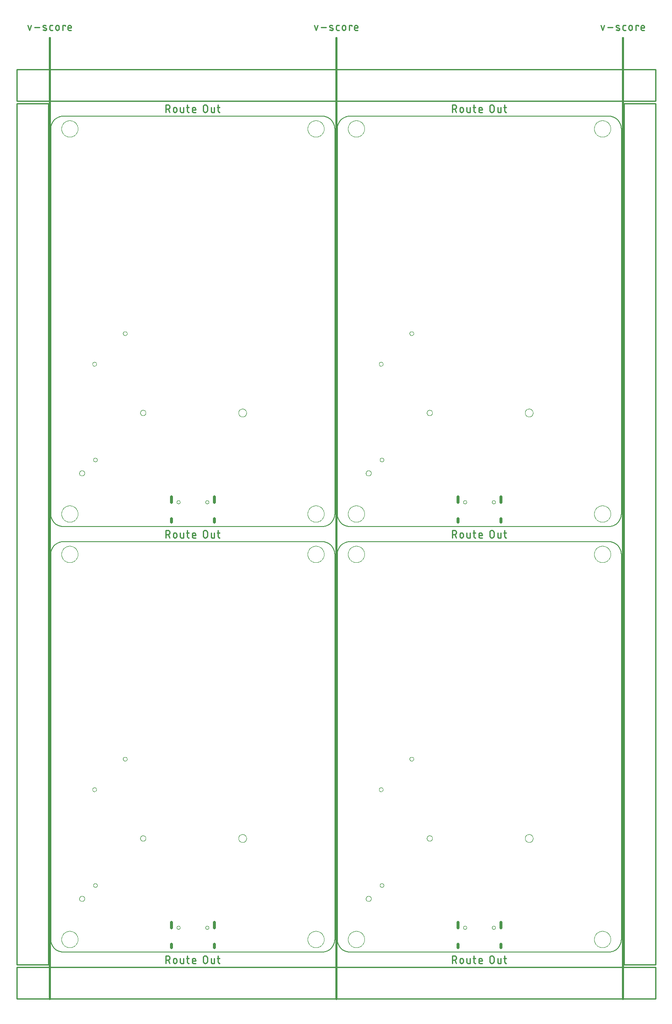
<source format=gko>
G04 EAGLE Gerber RS-274X export*
G75*
%MOMM*%
%FSLAX34Y34*%
%LPD*%
%IN*%
%IPPOS*%
%AMOC8*
5,1,8,0,0,1.08239X$1,22.5*%
G01*
%ADD10C,0.203200*%
%ADD11C,0.279400*%
%ADD12C,0.381000*%
%ADD13C,0.254000*%
%ADD14C,0.000000*%
%ADD15C,0.600000*%


D10*
X571500Y25400D02*
X571500Y800100D01*
X571493Y800714D01*
X571470Y801327D01*
X571433Y801940D01*
X571381Y802551D01*
X571315Y803162D01*
X571233Y803770D01*
X571137Y804376D01*
X571027Y804980D01*
X570902Y805581D01*
X570762Y806179D01*
X570608Y806773D01*
X570439Y807363D01*
X570257Y807949D01*
X570060Y808530D01*
X569849Y809107D01*
X569625Y809678D01*
X569387Y810244D01*
X569135Y810804D01*
X568869Y811357D01*
X568591Y811904D01*
X568299Y812444D01*
X567994Y812977D01*
X567676Y813502D01*
X567346Y814020D01*
X567004Y814529D01*
X566649Y815030D01*
X566282Y815522D01*
X565904Y816005D01*
X565514Y816479D01*
X565112Y816943D01*
X564700Y817398D01*
X564276Y817842D01*
X563842Y818276D01*
X563398Y818700D01*
X562943Y819112D01*
X562479Y819514D01*
X562005Y819904D01*
X561522Y820282D01*
X561030Y820649D01*
X560529Y821004D01*
X560020Y821346D01*
X559502Y821676D01*
X558977Y821994D01*
X558444Y822299D01*
X557904Y822591D01*
X557357Y822869D01*
X556804Y823135D01*
X556244Y823387D01*
X555678Y823625D01*
X555107Y823849D01*
X554530Y824060D01*
X553949Y824257D01*
X553363Y824439D01*
X552773Y824608D01*
X552179Y824762D01*
X551581Y824902D01*
X550980Y825027D01*
X550376Y825137D01*
X549770Y825233D01*
X549162Y825315D01*
X548551Y825381D01*
X547940Y825433D01*
X547327Y825470D01*
X546714Y825493D01*
X546100Y825500D01*
X25400Y825500D01*
X24786Y825493D01*
X24173Y825470D01*
X23560Y825433D01*
X22949Y825381D01*
X22338Y825315D01*
X21730Y825233D01*
X21124Y825137D01*
X20520Y825027D01*
X19919Y824902D01*
X19321Y824762D01*
X18727Y824608D01*
X18137Y824439D01*
X17551Y824257D01*
X16970Y824060D01*
X16393Y823849D01*
X15822Y823625D01*
X15256Y823387D01*
X14696Y823135D01*
X14143Y822869D01*
X13596Y822591D01*
X13056Y822299D01*
X12523Y821994D01*
X11998Y821676D01*
X11480Y821346D01*
X10971Y821004D01*
X10470Y820649D01*
X9978Y820282D01*
X9495Y819904D01*
X9021Y819514D01*
X8557Y819112D01*
X8102Y818700D01*
X7658Y818276D01*
X7224Y817842D01*
X6800Y817398D01*
X6388Y816943D01*
X5986Y816479D01*
X5596Y816005D01*
X5218Y815522D01*
X4851Y815030D01*
X4496Y814529D01*
X4154Y814020D01*
X3824Y813502D01*
X3506Y812977D01*
X3201Y812444D01*
X2909Y811904D01*
X2631Y811357D01*
X2365Y810804D01*
X2113Y810244D01*
X1875Y809678D01*
X1651Y809107D01*
X1440Y808530D01*
X1243Y807949D01*
X1061Y807363D01*
X892Y806773D01*
X738Y806179D01*
X598Y805581D01*
X473Y804980D01*
X363Y804376D01*
X267Y803770D01*
X185Y803162D01*
X119Y802551D01*
X67Y801940D01*
X30Y801327D01*
X7Y800714D01*
X0Y800100D01*
X0Y25400D01*
X7Y24786D01*
X30Y24173D01*
X67Y23560D01*
X119Y22949D01*
X185Y22338D01*
X267Y21730D01*
X363Y21124D01*
X473Y20520D01*
X598Y19919D01*
X738Y19321D01*
X892Y18727D01*
X1061Y18137D01*
X1243Y17551D01*
X1440Y16970D01*
X1651Y16393D01*
X1875Y15822D01*
X2113Y15256D01*
X2365Y14696D01*
X2631Y14143D01*
X2909Y13596D01*
X3201Y13056D01*
X3506Y12523D01*
X3824Y11998D01*
X4154Y11480D01*
X4496Y10971D01*
X4851Y10470D01*
X5218Y9978D01*
X5596Y9495D01*
X5986Y9021D01*
X6388Y8557D01*
X6800Y8102D01*
X7224Y7658D01*
X7658Y7224D01*
X8102Y6800D01*
X8557Y6388D01*
X9021Y5986D01*
X9495Y5596D01*
X9978Y5218D01*
X10470Y4851D01*
X10971Y4496D01*
X11480Y4154D01*
X11998Y3824D01*
X12523Y3506D01*
X13056Y3201D01*
X13596Y2909D01*
X14143Y2631D01*
X14696Y2365D01*
X15256Y2113D01*
X15822Y1875D01*
X16393Y1651D01*
X16970Y1440D01*
X17551Y1243D01*
X18137Y1061D01*
X18727Y892D01*
X19321Y738D01*
X19919Y598D01*
X20520Y473D01*
X21124Y363D01*
X21730Y267D01*
X22338Y185D01*
X22949Y119D01*
X23560Y67D01*
X24173Y30D01*
X24786Y7D01*
X25400Y0D01*
X546100Y0D01*
X546714Y7D01*
X547327Y30D01*
X547940Y67D01*
X548551Y119D01*
X549162Y185D01*
X549770Y267D01*
X550376Y363D01*
X550980Y473D01*
X551581Y598D01*
X552179Y738D01*
X552773Y892D01*
X553363Y1061D01*
X553949Y1243D01*
X554530Y1440D01*
X555107Y1651D01*
X555678Y1875D01*
X556244Y2113D01*
X556804Y2365D01*
X557357Y2631D01*
X557904Y2909D01*
X558444Y3201D01*
X558977Y3506D01*
X559502Y3824D01*
X560020Y4154D01*
X560529Y4496D01*
X561030Y4851D01*
X561522Y5218D01*
X562005Y5596D01*
X562479Y5986D01*
X562943Y6388D01*
X563398Y6800D01*
X563842Y7224D01*
X564276Y7658D01*
X564700Y8102D01*
X565112Y8557D01*
X565514Y9021D01*
X565904Y9495D01*
X566282Y9978D01*
X566649Y10470D01*
X567004Y10971D01*
X567346Y11480D01*
X567676Y11998D01*
X567994Y12523D01*
X568299Y13056D01*
X568591Y13596D01*
X568869Y14143D01*
X569135Y14696D01*
X569387Y15256D01*
X569625Y15822D01*
X569849Y16393D01*
X570060Y16970D01*
X570257Y17551D01*
X570439Y18137D01*
X570608Y18727D01*
X570762Y19321D01*
X570902Y19919D01*
X571027Y20520D01*
X571137Y21124D01*
X571233Y21730D01*
X571315Y22338D01*
X571381Y22949D01*
X571433Y23560D01*
X571470Y24173D01*
X571493Y24786D01*
X571500Y25400D01*
D11*
X231254Y-7747D02*
X231254Y-22733D01*
X231254Y-7747D02*
X235417Y-7747D01*
X235545Y-7749D01*
X235673Y-7755D01*
X235801Y-7765D01*
X235929Y-7779D01*
X236056Y-7796D01*
X236182Y-7818D01*
X236308Y-7843D01*
X236432Y-7873D01*
X236556Y-7906D01*
X236679Y-7943D01*
X236801Y-7984D01*
X236921Y-8028D01*
X237040Y-8076D01*
X237157Y-8128D01*
X237273Y-8183D01*
X237386Y-8242D01*
X237499Y-8305D01*
X237609Y-8371D01*
X237716Y-8440D01*
X237822Y-8512D01*
X237926Y-8588D01*
X238027Y-8667D01*
X238126Y-8749D01*
X238222Y-8834D01*
X238315Y-8921D01*
X238406Y-9012D01*
X238493Y-9105D01*
X238578Y-9201D01*
X238660Y-9300D01*
X238739Y-9401D01*
X238815Y-9505D01*
X238887Y-9611D01*
X238956Y-9718D01*
X239022Y-9829D01*
X239085Y-9941D01*
X239144Y-10054D01*
X239199Y-10170D01*
X239251Y-10287D01*
X239299Y-10406D01*
X239343Y-10526D01*
X239384Y-10648D01*
X239421Y-10771D01*
X239454Y-10895D01*
X239484Y-11019D01*
X239509Y-11145D01*
X239531Y-11271D01*
X239548Y-11398D01*
X239562Y-11526D01*
X239572Y-11654D01*
X239578Y-11782D01*
X239580Y-11910D01*
X239578Y-12038D01*
X239572Y-12166D01*
X239562Y-12294D01*
X239548Y-12422D01*
X239531Y-12549D01*
X239509Y-12675D01*
X239484Y-12801D01*
X239454Y-12925D01*
X239421Y-13049D01*
X239384Y-13172D01*
X239343Y-13294D01*
X239299Y-13414D01*
X239251Y-13533D01*
X239199Y-13650D01*
X239144Y-13766D01*
X239085Y-13879D01*
X239022Y-13992D01*
X238956Y-14102D01*
X238887Y-14209D01*
X238815Y-14315D01*
X238739Y-14419D01*
X238660Y-14520D01*
X238578Y-14619D01*
X238493Y-14715D01*
X238406Y-14808D01*
X238315Y-14899D01*
X238222Y-14986D01*
X238126Y-15071D01*
X238027Y-15153D01*
X237926Y-15232D01*
X237822Y-15308D01*
X237716Y-15380D01*
X237609Y-15449D01*
X237499Y-15515D01*
X237386Y-15578D01*
X237273Y-15637D01*
X237157Y-15692D01*
X237040Y-15744D01*
X236921Y-15792D01*
X236801Y-15836D01*
X236679Y-15877D01*
X236556Y-15914D01*
X236432Y-15947D01*
X236308Y-15977D01*
X236182Y-16002D01*
X236056Y-16024D01*
X235929Y-16041D01*
X235801Y-16055D01*
X235673Y-16065D01*
X235545Y-16071D01*
X235417Y-16073D01*
X231254Y-16073D01*
X236249Y-16073D02*
X239579Y-22733D01*
X246538Y-19403D02*
X246538Y-16073D01*
X246540Y-15959D01*
X246546Y-15846D01*
X246555Y-15732D01*
X246569Y-15620D01*
X246586Y-15507D01*
X246608Y-15395D01*
X246633Y-15285D01*
X246661Y-15175D01*
X246694Y-15066D01*
X246730Y-14958D01*
X246770Y-14851D01*
X246814Y-14746D01*
X246861Y-14643D01*
X246911Y-14541D01*
X246965Y-14441D01*
X247023Y-14343D01*
X247084Y-14247D01*
X247147Y-14153D01*
X247215Y-14061D01*
X247285Y-13971D01*
X247358Y-13885D01*
X247434Y-13800D01*
X247513Y-13718D01*
X247595Y-13639D01*
X247680Y-13563D01*
X247766Y-13490D01*
X247856Y-13420D01*
X247948Y-13352D01*
X248042Y-13289D01*
X248138Y-13228D01*
X248236Y-13170D01*
X248336Y-13116D01*
X248438Y-13066D01*
X248541Y-13019D01*
X248646Y-12975D01*
X248753Y-12935D01*
X248861Y-12899D01*
X248970Y-12866D01*
X249080Y-12838D01*
X249190Y-12813D01*
X249302Y-12791D01*
X249415Y-12774D01*
X249527Y-12760D01*
X249641Y-12751D01*
X249754Y-12745D01*
X249868Y-12743D01*
X249982Y-12745D01*
X250095Y-12751D01*
X250209Y-12760D01*
X250321Y-12774D01*
X250434Y-12791D01*
X250546Y-12813D01*
X250656Y-12838D01*
X250766Y-12866D01*
X250875Y-12899D01*
X250983Y-12935D01*
X251090Y-12975D01*
X251195Y-13019D01*
X251298Y-13066D01*
X251400Y-13116D01*
X251500Y-13170D01*
X251598Y-13228D01*
X251694Y-13289D01*
X251788Y-13352D01*
X251880Y-13420D01*
X251970Y-13490D01*
X252056Y-13563D01*
X252141Y-13639D01*
X252223Y-13718D01*
X252302Y-13800D01*
X252378Y-13885D01*
X252451Y-13971D01*
X252521Y-14061D01*
X252589Y-14153D01*
X252652Y-14247D01*
X252713Y-14343D01*
X252771Y-14441D01*
X252825Y-14541D01*
X252875Y-14643D01*
X252922Y-14746D01*
X252966Y-14851D01*
X253006Y-14958D01*
X253042Y-15066D01*
X253075Y-15175D01*
X253103Y-15285D01*
X253128Y-15395D01*
X253150Y-15507D01*
X253167Y-15620D01*
X253181Y-15732D01*
X253190Y-15846D01*
X253196Y-15959D01*
X253198Y-16073D01*
X253198Y-19403D01*
X253196Y-19517D01*
X253190Y-19630D01*
X253181Y-19744D01*
X253167Y-19856D01*
X253150Y-19969D01*
X253128Y-20081D01*
X253103Y-20191D01*
X253075Y-20301D01*
X253042Y-20410D01*
X253006Y-20518D01*
X252966Y-20625D01*
X252922Y-20730D01*
X252875Y-20833D01*
X252825Y-20935D01*
X252771Y-21035D01*
X252713Y-21133D01*
X252652Y-21229D01*
X252589Y-21323D01*
X252521Y-21415D01*
X252451Y-21505D01*
X252378Y-21591D01*
X252302Y-21676D01*
X252223Y-21758D01*
X252141Y-21837D01*
X252056Y-21913D01*
X251970Y-21986D01*
X251880Y-22056D01*
X251788Y-22124D01*
X251694Y-22187D01*
X251598Y-22248D01*
X251500Y-22306D01*
X251400Y-22360D01*
X251298Y-22410D01*
X251195Y-22457D01*
X251090Y-22501D01*
X250983Y-22541D01*
X250875Y-22577D01*
X250766Y-22610D01*
X250656Y-22638D01*
X250546Y-22663D01*
X250434Y-22685D01*
X250321Y-22702D01*
X250209Y-22716D01*
X250095Y-22725D01*
X249982Y-22731D01*
X249868Y-22733D01*
X249754Y-22731D01*
X249641Y-22725D01*
X249527Y-22716D01*
X249415Y-22702D01*
X249302Y-22685D01*
X249190Y-22663D01*
X249080Y-22638D01*
X248970Y-22610D01*
X248861Y-22577D01*
X248753Y-22541D01*
X248646Y-22501D01*
X248541Y-22457D01*
X248438Y-22410D01*
X248336Y-22360D01*
X248236Y-22306D01*
X248138Y-22248D01*
X248042Y-22187D01*
X247948Y-22124D01*
X247856Y-22056D01*
X247766Y-21986D01*
X247680Y-21913D01*
X247595Y-21837D01*
X247513Y-21758D01*
X247434Y-21676D01*
X247358Y-21591D01*
X247285Y-21505D01*
X247215Y-21415D01*
X247147Y-21323D01*
X247084Y-21229D01*
X247023Y-21133D01*
X246965Y-21035D01*
X246911Y-20935D01*
X246861Y-20833D01*
X246814Y-20730D01*
X246770Y-20625D01*
X246730Y-20518D01*
X246694Y-20410D01*
X246661Y-20301D01*
X246633Y-20191D01*
X246608Y-20081D01*
X246586Y-19969D01*
X246569Y-19856D01*
X246555Y-19744D01*
X246546Y-19630D01*
X246540Y-19517D01*
X246538Y-19403D01*
X260606Y-20235D02*
X260606Y-12742D01*
X260605Y-20235D02*
X260607Y-20333D01*
X260613Y-20431D01*
X260622Y-20529D01*
X260636Y-20626D01*
X260653Y-20722D01*
X260674Y-20818D01*
X260699Y-20913D01*
X260727Y-21007D01*
X260759Y-21100D01*
X260795Y-21191D01*
X260834Y-21281D01*
X260877Y-21369D01*
X260924Y-21456D01*
X260973Y-21540D01*
X261026Y-21623D01*
X261082Y-21703D01*
X261141Y-21782D01*
X261204Y-21857D01*
X261269Y-21931D01*
X261337Y-22001D01*
X261407Y-22069D01*
X261481Y-22135D01*
X261557Y-22197D01*
X261635Y-22256D01*
X261715Y-22312D01*
X261798Y-22365D01*
X261882Y-22415D01*
X261969Y-22461D01*
X262057Y-22504D01*
X262147Y-22543D01*
X262238Y-22579D01*
X262331Y-22611D01*
X262425Y-22639D01*
X262520Y-22664D01*
X262616Y-22685D01*
X262712Y-22702D01*
X262809Y-22716D01*
X262907Y-22725D01*
X263005Y-22731D01*
X263103Y-22733D01*
X267266Y-22733D01*
X267266Y-12742D01*
X273247Y-12742D02*
X278242Y-12742D01*
X274912Y-7747D02*
X274912Y-20235D01*
X274914Y-20333D01*
X274920Y-20431D01*
X274929Y-20529D01*
X274943Y-20626D01*
X274960Y-20722D01*
X274981Y-20818D01*
X275006Y-20913D01*
X275034Y-21007D01*
X275066Y-21100D01*
X275102Y-21191D01*
X275141Y-21281D01*
X275184Y-21369D01*
X275231Y-21456D01*
X275280Y-21540D01*
X275333Y-21623D01*
X275389Y-21703D01*
X275448Y-21782D01*
X275511Y-21857D01*
X275576Y-21931D01*
X275644Y-22001D01*
X275714Y-22069D01*
X275788Y-22135D01*
X275864Y-22197D01*
X275942Y-22256D01*
X276022Y-22312D01*
X276105Y-22365D01*
X276189Y-22415D01*
X276276Y-22461D01*
X276364Y-22504D01*
X276454Y-22543D01*
X276545Y-22579D01*
X276638Y-22611D01*
X276732Y-22639D01*
X276827Y-22664D01*
X276923Y-22685D01*
X277019Y-22702D01*
X277116Y-22716D01*
X277214Y-22725D01*
X277312Y-22731D01*
X277410Y-22733D01*
X278242Y-22733D01*
X287071Y-22733D02*
X291234Y-22733D01*
X287071Y-22733D02*
X286973Y-22731D01*
X286875Y-22725D01*
X286777Y-22716D01*
X286680Y-22702D01*
X286584Y-22685D01*
X286488Y-22664D01*
X286393Y-22639D01*
X286299Y-22611D01*
X286206Y-22579D01*
X286115Y-22543D01*
X286025Y-22504D01*
X285937Y-22461D01*
X285850Y-22414D01*
X285766Y-22365D01*
X285683Y-22312D01*
X285603Y-22256D01*
X285525Y-22197D01*
X285449Y-22135D01*
X285375Y-22069D01*
X285305Y-22001D01*
X285237Y-21931D01*
X285172Y-21857D01*
X285109Y-21782D01*
X285050Y-21703D01*
X284994Y-21623D01*
X284941Y-21540D01*
X284892Y-21456D01*
X284845Y-21369D01*
X284802Y-21281D01*
X284763Y-21191D01*
X284727Y-21100D01*
X284695Y-21007D01*
X284667Y-20913D01*
X284642Y-20818D01*
X284621Y-20722D01*
X284604Y-20626D01*
X284590Y-20529D01*
X284581Y-20431D01*
X284575Y-20333D01*
X284573Y-20235D01*
X284574Y-20235D02*
X284574Y-16073D01*
X284576Y-15959D01*
X284582Y-15846D01*
X284591Y-15732D01*
X284605Y-15620D01*
X284622Y-15507D01*
X284644Y-15395D01*
X284669Y-15285D01*
X284697Y-15175D01*
X284730Y-15066D01*
X284766Y-14958D01*
X284806Y-14851D01*
X284850Y-14746D01*
X284897Y-14643D01*
X284947Y-14541D01*
X285001Y-14441D01*
X285059Y-14343D01*
X285120Y-14247D01*
X285183Y-14153D01*
X285251Y-14061D01*
X285321Y-13971D01*
X285394Y-13885D01*
X285470Y-13800D01*
X285549Y-13718D01*
X285631Y-13639D01*
X285716Y-13563D01*
X285802Y-13490D01*
X285892Y-13420D01*
X285984Y-13352D01*
X286078Y-13289D01*
X286174Y-13228D01*
X286272Y-13170D01*
X286372Y-13116D01*
X286474Y-13066D01*
X286577Y-13019D01*
X286682Y-12975D01*
X286789Y-12935D01*
X286897Y-12899D01*
X287006Y-12866D01*
X287116Y-12838D01*
X287226Y-12813D01*
X287338Y-12791D01*
X287451Y-12774D01*
X287563Y-12760D01*
X287677Y-12751D01*
X287790Y-12745D01*
X287904Y-12743D01*
X288018Y-12745D01*
X288131Y-12751D01*
X288245Y-12760D01*
X288357Y-12774D01*
X288470Y-12791D01*
X288582Y-12813D01*
X288692Y-12838D01*
X288802Y-12866D01*
X288911Y-12899D01*
X289019Y-12935D01*
X289126Y-12975D01*
X289231Y-13019D01*
X289334Y-13066D01*
X289436Y-13116D01*
X289536Y-13170D01*
X289634Y-13228D01*
X289730Y-13289D01*
X289824Y-13352D01*
X289916Y-13420D01*
X290006Y-13490D01*
X290092Y-13563D01*
X290177Y-13639D01*
X290259Y-13718D01*
X290338Y-13800D01*
X290414Y-13885D01*
X290487Y-13971D01*
X290557Y-14061D01*
X290625Y-14153D01*
X290688Y-14247D01*
X290749Y-14343D01*
X290807Y-14441D01*
X290861Y-14541D01*
X290911Y-14643D01*
X290958Y-14746D01*
X291002Y-14851D01*
X291042Y-14958D01*
X291078Y-15066D01*
X291111Y-15175D01*
X291139Y-15285D01*
X291164Y-15395D01*
X291186Y-15507D01*
X291203Y-15620D01*
X291217Y-15732D01*
X291226Y-15846D01*
X291232Y-15959D01*
X291234Y-16073D01*
X291234Y-17738D01*
X284574Y-17738D01*
X306667Y-18570D02*
X306667Y-11910D01*
X306669Y-11782D01*
X306675Y-11654D01*
X306685Y-11526D01*
X306699Y-11398D01*
X306716Y-11271D01*
X306738Y-11145D01*
X306763Y-11019D01*
X306793Y-10895D01*
X306826Y-10771D01*
X306863Y-10648D01*
X306904Y-10526D01*
X306948Y-10406D01*
X306996Y-10287D01*
X307048Y-10170D01*
X307103Y-10054D01*
X307162Y-9941D01*
X307225Y-9828D01*
X307291Y-9718D01*
X307360Y-9611D01*
X307432Y-9505D01*
X307508Y-9401D01*
X307587Y-9300D01*
X307669Y-9201D01*
X307754Y-9105D01*
X307841Y-9012D01*
X307932Y-8921D01*
X308025Y-8834D01*
X308121Y-8749D01*
X308220Y-8667D01*
X308321Y-8588D01*
X308425Y-8512D01*
X308531Y-8440D01*
X308638Y-8371D01*
X308749Y-8305D01*
X308861Y-8242D01*
X308974Y-8183D01*
X309090Y-8128D01*
X309207Y-8076D01*
X309326Y-8028D01*
X309446Y-7984D01*
X309568Y-7943D01*
X309691Y-7906D01*
X309815Y-7873D01*
X309939Y-7843D01*
X310065Y-7818D01*
X310191Y-7796D01*
X310318Y-7779D01*
X310446Y-7765D01*
X310574Y-7755D01*
X310702Y-7749D01*
X310830Y-7747D01*
X310958Y-7749D01*
X311086Y-7755D01*
X311214Y-7765D01*
X311342Y-7779D01*
X311469Y-7796D01*
X311595Y-7818D01*
X311721Y-7843D01*
X311845Y-7873D01*
X311969Y-7906D01*
X312092Y-7943D01*
X312214Y-7984D01*
X312334Y-8028D01*
X312453Y-8076D01*
X312570Y-8128D01*
X312686Y-8183D01*
X312799Y-8242D01*
X312912Y-8305D01*
X313022Y-8371D01*
X313129Y-8440D01*
X313235Y-8512D01*
X313339Y-8588D01*
X313440Y-8667D01*
X313539Y-8749D01*
X313635Y-8834D01*
X313728Y-8921D01*
X313819Y-9012D01*
X313906Y-9105D01*
X313991Y-9201D01*
X314073Y-9300D01*
X314152Y-9401D01*
X314228Y-9505D01*
X314300Y-9611D01*
X314369Y-9718D01*
X314435Y-9829D01*
X314498Y-9941D01*
X314557Y-10054D01*
X314612Y-10170D01*
X314664Y-10287D01*
X314712Y-10406D01*
X314756Y-10526D01*
X314797Y-10648D01*
X314834Y-10771D01*
X314867Y-10895D01*
X314897Y-11019D01*
X314922Y-11145D01*
X314944Y-11271D01*
X314961Y-11398D01*
X314975Y-11526D01*
X314985Y-11654D01*
X314991Y-11782D01*
X314993Y-11910D01*
X314992Y-11910D02*
X314992Y-18570D01*
X314993Y-18570D02*
X314991Y-18698D01*
X314985Y-18826D01*
X314975Y-18954D01*
X314961Y-19082D01*
X314944Y-19209D01*
X314922Y-19335D01*
X314897Y-19461D01*
X314867Y-19585D01*
X314834Y-19709D01*
X314797Y-19832D01*
X314756Y-19954D01*
X314712Y-20074D01*
X314664Y-20193D01*
X314612Y-20310D01*
X314557Y-20426D01*
X314498Y-20539D01*
X314435Y-20652D01*
X314369Y-20762D01*
X314300Y-20869D01*
X314228Y-20975D01*
X314152Y-21079D01*
X314073Y-21180D01*
X313991Y-21279D01*
X313906Y-21375D01*
X313819Y-21468D01*
X313728Y-21559D01*
X313635Y-21646D01*
X313539Y-21731D01*
X313440Y-21813D01*
X313339Y-21892D01*
X313235Y-21968D01*
X313129Y-22040D01*
X313022Y-22109D01*
X312912Y-22175D01*
X312799Y-22238D01*
X312686Y-22297D01*
X312570Y-22352D01*
X312453Y-22404D01*
X312334Y-22452D01*
X312214Y-22496D01*
X312092Y-22537D01*
X311969Y-22574D01*
X311845Y-22607D01*
X311721Y-22637D01*
X311595Y-22662D01*
X311469Y-22684D01*
X311342Y-22701D01*
X311214Y-22715D01*
X311086Y-22725D01*
X310958Y-22731D01*
X310830Y-22733D01*
X310702Y-22731D01*
X310574Y-22725D01*
X310446Y-22715D01*
X310318Y-22701D01*
X310191Y-22684D01*
X310065Y-22662D01*
X309939Y-22637D01*
X309815Y-22607D01*
X309691Y-22574D01*
X309568Y-22537D01*
X309446Y-22496D01*
X309326Y-22452D01*
X309207Y-22404D01*
X309090Y-22352D01*
X308974Y-22297D01*
X308861Y-22238D01*
X308749Y-22175D01*
X308638Y-22109D01*
X308531Y-22040D01*
X308425Y-21968D01*
X308321Y-21892D01*
X308220Y-21813D01*
X308121Y-21731D01*
X308025Y-21646D01*
X307932Y-21559D01*
X307841Y-21468D01*
X307754Y-21375D01*
X307669Y-21279D01*
X307587Y-21180D01*
X307508Y-21079D01*
X307432Y-20975D01*
X307360Y-20869D01*
X307291Y-20762D01*
X307225Y-20651D01*
X307162Y-20539D01*
X307103Y-20426D01*
X307048Y-20310D01*
X306996Y-20193D01*
X306948Y-20074D01*
X306904Y-19954D01*
X306863Y-19832D01*
X306826Y-19709D01*
X306793Y-19585D01*
X306763Y-19461D01*
X306738Y-19335D01*
X306716Y-19209D01*
X306699Y-19082D01*
X306685Y-18954D01*
X306675Y-18826D01*
X306669Y-18698D01*
X306667Y-18570D01*
X322609Y-20235D02*
X322609Y-12742D01*
X322609Y-20235D02*
X322611Y-20333D01*
X322617Y-20431D01*
X322626Y-20529D01*
X322640Y-20626D01*
X322657Y-20722D01*
X322678Y-20818D01*
X322703Y-20913D01*
X322731Y-21007D01*
X322763Y-21100D01*
X322799Y-21191D01*
X322838Y-21281D01*
X322881Y-21369D01*
X322928Y-21456D01*
X322977Y-21540D01*
X323030Y-21623D01*
X323086Y-21703D01*
X323145Y-21782D01*
X323208Y-21857D01*
X323273Y-21931D01*
X323341Y-22001D01*
X323411Y-22069D01*
X323485Y-22135D01*
X323561Y-22197D01*
X323639Y-22256D01*
X323719Y-22312D01*
X323802Y-22365D01*
X323886Y-22415D01*
X323973Y-22461D01*
X324061Y-22504D01*
X324151Y-22543D01*
X324242Y-22579D01*
X324335Y-22611D01*
X324429Y-22639D01*
X324524Y-22664D01*
X324620Y-22685D01*
X324716Y-22702D01*
X324813Y-22716D01*
X324911Y-22725D01*
X325009Y-22731D01*
X325107Y-22733D01*
X329270Y-22733D01*
X329270Y-12742D01*
X335251Y-12742D02*
X340246Y-12742D01*
X336916Y-7747D02*
X336916Y-20235D01*
X336915Y-20235D02*
X336917Y-20333D01*
X336923Y-20431D01*
X336932Y-20529D01*
X336946Y-20626D01*
X336963Y-20722D01*
X336984Y-20818D01*
X337009Y-20913D01*
X337037Y-21007D01*
X337069Y-21100D01*
X337105Y-21191D01*
X337144Y-21281D01*
X337187Y-21369D01*
X337234Y-21456D01*
X337283Y-21540D01*
X337336Y-21623D01*
X337392Y-21703D01*
X337451Y-21782D01*
X337514Y-21857D01*
X337579Y-21931D01*
X337647Y-22001D01*
X337717Y-22069D01*
X337791Y-22135D01*
X337867Y-22197D01*
X337945Y-22256D01*
X338025Y-22312D01*
X338108Y-22365D01*
X338192Y-22415D01*
X338279Y-22461D01*
X338367Y-22504D01*
X338457Y-22543D01*
X338548Y-22579D01*
X338641Y-22611D01*
X338735Y-22639D01*
X338830Y-22664D01*
X338926Y-22685D01*
X339022Y-22702D01*
X339119Y-22716D01*
X339217Y-22725D01*
X339315Y-22731D01*
X339413Y-22733D01*
X339414Y-22733D02*
X340246Y-22733D01*
D10*
X1148080Y25400D02*
X1148080Y800100D01*
X1148073Y800714D01*
X1148050Y801327D01*
X1148013Y801940D01*
X1147961Y802551D01*
X1147895Y803162D01*
X1147813Y803770D01*
X1147717Y804376D01*
X1147607Y804980D01*
X1147482Y805581D01*
X1147342Y806179D01*
X1147188Y806773D01*
X1147019Y807363D01*
X1146837Y807949D01*
X1146640Y808530D01*
X1146429Y809107D01*
X1146205Y809678D01*
X1145967Y810244D01*
X1145715Y810804D01*
X1145449Y811357D01*
X1145171Y811904D01*
X1144879Y812444D01*
X1144574Y812977D01*
X1144256Y813502D01*
X1143926Y814020D01*
X1143584Y814529D01*
X1143229Y815030D01*
X1142862Y815522D01*
X1142484Y816005D01*
X1142094Y816479D01*
X1141692Y816943D01*
X1141280Y817398D01*
X1140856Y817842D01*
X1140422Y818276D01*
X1139978Y818700D01*
X1139523Y819112D01*
X1139059Y819514D01*
X1138585Y819904D01*
X1138102Y820282D01*
X1137610Y820649D01*
X1137109Y821004D01*
X1136600Y821346D01*
X1136082Y821676D01*
X1135557Y821994D01*
X1135024Y822299D01*
X1134484Y822591D01*
X1133937Y822869D01*
X1133384Y823135D01*
X1132824Y823387D01*
X1132258Y823625D01*
X1131687Y823849D01*
X1131110Y824060D01*
X1130529Y824257D01*
X1129943Y824439D01*
X1129353Y824608D01*
X1128759Y824762D01*
X1128161Y824902D01*
X1127560Y825027D01*
X1126956Y825137D01*
X1126350Y825233D01*
X1125742Y825315D01*
X1125131Y825381D01*
X1124520Y825433D01*
X1123907Y825470D01*
X1123294Y825493D01*
X1122680Y825500D01*
X601980Y825500D01*
X601366Y825493D01*
X600753Y825470D01*
X600140Y825433D01*
X599529Y825381D01*
X598918Y825315D01*
X598310Y825233D01*
X597704Y825137D01*
X597100Y825027D01*
X596499Y824902D01*
X595901Y824762D01*
X595307Y824608D01*
X594717Y824439D01*
X594131Y824257D01*
X593550Y824060D01*
X592973Y823849D01*
X592402Y823625D01*
X591836Y823387D01*
X591276Y823135D01*
X590723Y822869D01*
X590176Y822591D01*
X589636Y822299D01*
X589103Y821994D01*
X588578Y821676D01*
X588060Y821346D01*
X587551Y821004D01*
X587050Y820649D01*
X586558Y820282D01*
X586075Y819904D01*
X585601Y819514D01*
X585137Y819112D01*
X584682Y818700D01*
X584238Y818276D01*
X583804Y817842D01*
X583380Y817398D01*
X582968Y816943D01*
X582566Y816479D01*
X582176Y816005D01*
X581798Y815522D01*
X581431Y815030D01*
X581076Y814529D01*
X580734Y814020D01*
X580404Y813502D01*
X580086Y812977D01*
X579781Y812444D01*
X579489Y811904D01*
X579211Y811357D01*
X578945Y810804D01*
X578693Y810244D01*
X578455Y809678D01*
X578231Y809107D01*
X578020Y808530D01*
X577823Y807949D01*
X577641Y807363D01*
X577472Y806773D01*
X577318Y806179D01*
X577178Y805581D01*
X577053Y804980D01*
X576943Y804376D01*
X576847Y803770D01*
X576765Y803162D01*
X576699Y802551D01*
X576647Y801940D01*
X576610Y801327D01*
X576587Y800714D01*
X576580Y800100D01*
X576580Y25400D01*
X576587Y24786D01*
X576610Y24173D01*
X576647Y23560D01*
X576699Y22949D01*
X576765Y22338D01*
X576847Y21730D01*
X576943Y21124D01*
X577053Y20520D01*
X577178Y19919D01*
X577318Y19321D01*
X577472Y18727D01*
X577641Y18137D01*
X577823Y17551D01*
X578020Y16970D01*
X578231Y16393D01*
X578455Y15822D01*
X578693Y15256D01*
X578945Y14696D01*
X579211Y14143D01*
X579489Y13596D01*
X579781Y13056D01*
X580086Y12523D01*
X580404Y11998D01*
X580734Y11480D01*
X581076Y10971D01*
X581431Y10470D01*
X581798Y9978D01*
X582176Y9495D01*
X582566Y9021D01*
X582968Y8557D01*
X583380Y8102D01*
X583804Y7658D01*
X584238Y7224D01*
X584682Y6800D01*
X585137Y6388D01*
X585601Y5986D01*
X586075Y5596D01*
X586558Y5218D01*
X587050Y4851D01*
X587551Y4496D01*
X588060Y4154D01*
X588578Y3824D01*
X589103Y3506D01*
X589636Y3201D01*
X590176Y2909D01*
X590723Y2631D01*
X591276Y2365D01*
X591836Y2113D01*
X592402Y1875D01*
X592973Y1651D01*
X593550Y1440D01*
X594131Y1243D01*
X594717Y1061D01*
X595307Y892D01*
X595901Y738D01*
X596499Y598D01*
X597100Y473D01*
X597704Y363D01*
X598310Y267D01*
X598918Y185D01*
X599529Y119D01*
X600140Y67D01*
X600753Y30D01*
X601366Y7D01*
X601980Y0D01*
X1122680Y0D01*
X1123294Y7D01*
X1123907Y30D01*
X1124520Y67D01*
X1125131Y119D01*
X1125742Y185D01*
X1126350Y267D01*
X1126956Y363D01*
X1127560Y473D01*
X1128161Y598D01*
X1128759Y738D01*
X1129353Y892D01*
X1129943Y1061D01*
X1130529Y1243D01*
X1131110Y1440D01*
X1131687Y1651D01*
X1132258Y1875D01*
X1132824Y2113D01*
X1133384Y2365D01*
X1133937Y2631D01*
X1134484Y2909D01*
X1135024Y3201D01*
X1135557Y3506D01*
X1136082Y3824D01*
X1136600Y4154D01*
X1137109Y4496D01*
X1137610Y4851D01*
X1138102Y5218D01*
X1138585Y5596D01*
X1139059Y5986D01*
X1139523Y6388D01*
X1139978Y6800D01*
X1140422Y7224D01*
X1140856Y7658D01*
X1141280Y8102D01*
X1141692Y8557D01*
X1142094Y9021D01*
X1142484Y9495D01*
X1142862Y9978D01*
X1143229Y10470D01*
X1143584Y10971D01*
X1143926Y11480D01*
X1144256Y11998D01*
X1144574Y12523D01*
X1144879Y13056D01*
X1145171Y13596D01*
X1145449Y14143D01*
X1145715Y14696D01*
X1145967Y15256D01*
X1146205Y15822D01*
X1146429Y16393D01*
X1146640Y16970D01*
X1146837Y17551D01*
X1147019Y18137D01*
X1147188Y18727D01*
X1147342Y19321D01*
X1147482Y19919D01*
X1147607Y20520D01*
X1147717Y21124D01*
X1147813Y21730D01*
X1147895Y22338D01*
X1147961Y22949D01*
X1148013Y23560D01*
X1148050Y24173D01*
X1148073Y24786D01*
X1148080Y25400D01*
D11*
X807834Y-7747D02*
X807834Y-22733D01*
X807834Y-7747D02*
X811997Y-7747D01*
X812125Y-7749D01*
X812253Y-7755D01*
X812381Y-7765D01*
X812509Y-7779D01*
X812636Y-7796D01*
X812762Y-7818D01*
X812888Y-7843D01*
X813012Y-7873D01*
X813136Y-7906D01*
X813259Y-7943D01*
X813381Y-7984D01*
X813501Y-8028D01*
X813620Y-8076D01*
X813737Y-8128D01*
X813853Y-8183D01*
X813966Y-8242D01*
X814079Y-8305D01*
X814189Y-8371D01*
X814296Y-8440D01*
X814402Y-8512D01*
X814506Y-8588D01*
X814607Y-8667D01*
X814706Y-8749D01*
X814802Y-8834D01*
X814895Y-8921D01*
X814986Y-9012D01*
X815073Y-9105D01*
X815158Y-9201D01*
X815240Y-9300D01*
X815319Y-9401D01*
X815395Y-9505D01*
X815467Y-9611D01*
X815536Y-9718D01*
X815602Y-9829D01*
X815665Y-9941D01*
X815724Y-10054D01*
X815779Y-10170D01*
X815831Y-10287D01*
X815879Y-10406D01*
X815923Y-10526D01*
X815964Y-10648D01*
X816001Y-10771D01*
X816034Y-10895D01*
X816064Y-11019D01*
X816089Y-11145D01*
X816111Y-11271D01*
X816128Y-11398D01*
X816142Y-11526D01*
X816152Y-11654D01*
X816158Y-11782D01*
X816160Y-11910D01*
X816158Y-12038D01*
X816152Y-12166D01*
X816142Y-12294D01*
X816128Y-12422D01*
X816111Y-12549D01*
X816089Y-12675D01*
X816064Y-12801D01*
X816034Y-12925D01*
X816001Y-13049D01*
X815964Y-13172D01*
X815923Y-13294D01*
X815879Y-13414D01*
X815831Y-13533D01*
X815779Y-13650D01*
X815724Y-13766D01*
X815665Y-13879D01*
X815602Y-13992D01*
X815536Y-14102D01*
X815467Y-14209D01*
X815395Y-14315D01*
X815319Y-14419D01*
X815240Y-14520D01*
X815158Y-14619D01*
X815073Y-14715D01*
X814986Y-14808D01*
X814895Y-14899D01*
X814802Y-14986D01*
X814706Y-15071D01*
X814607Y-15153D01*
X814506Y-15232D01*
X814402Y-15308D01*
X814296Y-15380D01*
X814189Y-15449D01*
X814079Y-15515D01*
X813966Y-15578D01*
X813853Y-15637D01*
X813737Y-15692D01*
X813620Y-15744D01*
X813501Y-15792D01*
X813381Y-15836D01*
X813259Y-15877D01*
X813136Y-15914D01*
X813012Y-15947D01*
X812888Y-15977D01*
X812762Y-16002D01*
X812636Y-16024D01*
X812509Y-16041D01*
X812381Y-16055D01*
X812253Y-16065D01*
X812125Y-16071D01*
X811997Y-16073D01*
X807834Y-16073D01*
X812829Y-16073D02*
X816159Y-22733D01*
X823118Y-19403D02*
X823118Y-16073D01*
X823120Y-15959D01*
X823126Y-15846D01*
X823135Y-15732D01*
X823149Y-15620D01*
X823166Y-15507D01*
X823188Y-15395D01*
X823213Y-15285D01*
X823241Y-15175D01*
X823274Y-15066D01*
X823310Y-14958D01*
X823350Y-14851D01*
X823394Y-14746D01*
X823441Y-14643D01*
X823491Y-14541D01*
X823545Y-14441D01*
X823603Y-14343D01*
X823664Y-14247D01*
X823727Y-14153D01*
X823795Y-14061D01*
X823865Y-13971D01*
X823938Y-13885D01*
X824014Y-13800D01*
X824093Y-13718D01*
X824175Y-13639D01*
X824260Y-13563D01*
X824346Y-13490D01*
X824436Y-13420D01*
X824528Y-13352D01*
X824622Y-13289D01*
X824718Y-13228D01*
X824816Y-13170D01*
X824916Y-13116D01*
X825018Y-13066D01*
X825121Y-13019D01*
X825226Y-12975D01*
X825333Y-12935D01*
X825441Y-12899D01*
X825550Y-12866D01*
X825660Y-12838D01*
X825770Y-12813D01*
X825882Y-12791D01*
X825995Y-12774D01*
X826107Y-12760D01*
X826221Y-12751D01*
X826334Y-12745D01*
X826448Y-12743D01*
X826562Y-12745D01*
X826675Y-12751D01*
X826789Y-12760D01*
X826901Y-12774D01*
X827014Y-12791D01*
X827126Y-12813D01*
X827236Y-12838D01*
X827346Y-12866D01*
X827455Y-12899D01*
X827563Y-12935D01*
X827670Y-12975D01*
X827775Y-13019D01*
X827878Y-13066D01*
X827980Y-13116D01*
X828080Y-13170D01*
X828178Y-13228D01*
X828274Y-13289D01*
X828368Y-13352D01*
X828460Y-13420D01*
X828550Y-13490D01*
X828636Y-13563D01*
X828721Y-13639D01*
X828803Y-13718D01*
X828882Y-13800D01*
X828958Y-13885D01*
X829031Y-13971D01*
X829101Y-14061D01*
X829169Y-14153D01*
X829232Y-14247D01*
X829293Y-14343D01*
X829351Y-14441D01*
X829405Y-14541D01*
X829455Y-14643D01*
X829502Y-14746D01*
X829546Y-14851D01*
X829586Y-14958D01*
X829622Y-15066D01*
X829655Y-15175D01*
X829683Y-15285D01*
X829708Y-15395D01*
X829730Y-15507D01*
X829747Y-15620D01*
X829761Y-15732D01*
X829770Y-15846D01*
X829776Y-15959D01*
X829778Y-16073D01*
X829778Y-19403D01*
X829776Y-19517D01*
X829770Y-19630D01*
X829761Y-19744D01*
X829747Y-19856D01*
X829730Y-19969D01*
X829708Y-20081D01*
X829683Y-20191D01*
X829655Y-20301D01*
X829622Y-20410D01*
X829586Y-20518D01*
X829546Y-20625D01*
X829502Y-20730D01*
X829455Y-20833D01*
X829405Y-20935D01*
X829351Y-21035D01*
X829293Y-21133D01*
X829232Y-21229D01*
X829169Y-21323D01*
X829101Y-21415D01*
X829031Y-21505D01*
X828958Y-21591D01*
X828882Y-21676D01*
X828803Y-21758D01*
X828721Y-21837D01*
X828636Y-21913D01*
X828550Y-21986D01*
X828460Y-22056D01*
X828368Y-22124D01*
X828274Y-22187D01*
X828178Y-22248D01*
X828080Y-22306D01*
X827980Y-22360D01*
X827878Y-22410D01*
X827775Y-22457D01*
X827670Y-22501D01*
X827563Y-22541D01*
X827455Y-22577D01*
X827346Y-22610D01*
X827236Y-22638D01*
X827126Y-22663D01*
X827014Y-22685D01*
X826901Y-22702D01*
X826789Y-22716D01*
X826675Y-22725D01*
X826562Y-22731D01*
X826448Y-22733D01*
X826334Y-22731D01*
X826221Y-22725D01*
X826107Y-22716D01*
X825995Y-22702D01*
X825882Y-22685D01*
X825770Y-22663D01*
X825660Y-22638D01*
X825550Y-22610D01*
X825441Y-22577D01*
X825333Y-22541D01*
X825226Y-22501D01*
X825121Y-22457D01*
X825018Y-22410D01*
X824916Y-22360D01*
X824816Y-22306D01*
X824718Y-22248D01*
X824622Y-22187D01*
X824528Y-22124D01*
X824436Y-22056D01*
X824346Y-21986D01*
X824260Y-21913D01*
X824175Y-21837D01*
X824093Y-21758D01*
X824014Y-21676D01*
X823938Y-21591D01*
X823865Y-21505D01*
X823795Y-21415D01*
X823727Y-21323D01*
X823664Y-21229D01*
X823603Y-21133D01*
X823545Y-21035D01*
X823491Y-20935D01*
X823441Y-20833D01*
X823394Y-20730D01*
X823350Y-20625D01*
X823310Y-20518D01*
X823274Y-20410D01*
X823241Y-20301D01*
X823213Y-20191D01*
X823188Y-20081D01*
X823166Y-19969D01*
X823149Y-19856D01*
X823135Y-19744D01*
X823126Y-19630D01*
X823120Y-19517D01*
X823118Y-19403D01*
X837186Y-20235D02*
X837186Y-12742D01*
X837185Y-20235D02*
X837187Y-20333D01*
X837193Y-20431D01*
X837202Y-20529D01*
X837216Y-20626D01*
X837233Y-20722D01*
X837254Y-20818D01*
X837279Y-20913D01*
X837307Y-21007D01*
X837339Y-21100D01*
X837375Y-21191D01*
X837414Y-21281D01*
X837457Y-21369D01*
X837504Y-21456D01*
X837553Y-21540D01*
X837606Y-21623D01*
X837662Y-21703D01*
X837721Y-21782D01*
X837784Y-21857D01*
X837849Y-21931D01*
X837917Y-22001D01*
X837987Y-22069D01*
X838061Y-22135D01*
X838137Y-22197D01*
X838215Y-22256D01*
X838295Y-22312D01*
X838378Y-22365D01*
X838462Y-22415D01*
X838549Y-22461D01*
X838637Y-22504D01*
X838727Y-22543D01*
X838818Y-22579D01*
X838911Y-22611D01*
X839005Y-22639D01*
X839100Y-22664D01*
X839196Y-22685D01*
X839292Y-22702D01*
X839389Y-22716D01*
X839487Y-22725D01*
X839585Y-22731D01*
X839683Y-22733D01*
X843846Y-22733D01*
X843846Y-12742D01*
X849827Y-12742D02*
X854822Y-12742D01*
X851492Y-7747D02*
X851492Y-20235D01*
X851494Y-20333D01*
X851500Y-20431D01*
X851509Y-20529D01*
X851523Y-20626D01*
X851540Y-20722D01*
X851561Y-20818D01*
X851586Y-20913D01*
X851614Y-21007D01*
X851646Y-21100D01*
X851682Y-21191D01*
X851721Y-21281D01*
X851764Y-21369D01*
X851811Y-21456D01*
X851860Y-21540D01*
X851913Y-21623D01*
X851969Y-21703D01*
X852028Y-21782D01*
X852091Y-21857D01*
X852156Y-21931D01*
X852224Y-22001D01*
X852294Y-22069D01*
X852368Y-22135D01*
X852444Y-22197D01*
X852522Y-22256D01*
X852602Y-22312D01*
X852685Y-22365D01*
X852769Y-22415D01*
X852856Y-22461D01*
X852944Y-22504D01*
X853034Y-22543D01*
X853125Y-22579D01*
X853218Y-22611D01*
X853312Y-22639D01*
X853407Y-22664D01*
X853503Y-22685D01*
X853599Y-22702D01*
X853696Y-22716D01*
X853794Y-22725D01*
X853892Y-22731D01*
X853990Y-22733D01*
X854822Y-22733D01*
X863651Y-22733D02*
X867814Y-22733D01*
X863651Y-22733D02*
X863553Y-22731D01*
X863455Y-22725D01*
X863357Y-22716D01*
X863260Y-22702D01*
X863164Y-22685D01*
X863068Y-22664D01*
X862973Y-22639D01*
X862879Y-22611D01*
X862786Y-22579D01*
X862695Y-22543D01*
X862605Y-22504D01*
X862517Y-22461D01*
X862430Y-22414D01*
X862346Y-22365D01*
X862263Y-22312D01*
X862183Y-22256D01*
X862105Y-22197D01*
X862029Y-22135D01*
X861955Y-22069D01*
X861885Y-22001D01*
X861817Y-21931D01*
X861752Y-21857D01*
X861689Y-21782D01*
X861630Y-21703D01*
X861574Y-21623D01*
X861521Y-21540D01*
X861472Y-21456D01*
X861425Y-21369D01*
X861382Y-21281D01*
X861343Y-21191D01*
X861307Y-21100D01*
X861275Y-21007D01*
X861247Y-20913D01*
X861222Y-20818D01*
X861201Y-20722D01*
X861184Y-20626D01*
X861170Y-20529D01*
X861161Y-20431D01*
X861155Y-20333D01*
X861153Y-20235D01*
X861154Y-20235D02*
X861154Y-16073D01*
X861156Y-15959D01*
X861162Y-15846D01*
X861171Y-15732D01*
X861185Y-15620D01*
X861202Y-15507D01*
X861224Y-15395D01*
X861249Y-15285D01*
X861277Y-15175D01*
X861310Y-15066D01*
X861346Y-14958D01*
X861386Y-14851D01*
X861430Y-14746D01*
X861477Y-14643D01*
X861527Y-14541D01*
X861581Y-14441D01*
X861639Y-14343D01*
X861700Y-14247D01*
X861763Y-14153D01*
X861831Y-14061D01*
X861901Y-13971D01*
X861974Y-13885D01*
X862050Y-13800D01*
X862129Y-13718D01*
X862211Y-13639D01*
X862296Y-13563D01*
X862382Y-13490D01*
X862472Y-13420D01*
X862564Y-13352D01*
X862658Y-13289D01*
X862754Y-13228D01*
X862852Y-13170D01*
X862952Y-13116D01*
X863054Y-13066D01*
X863157Y-13019D01*
X863262Y-12975D01*
X863369Y-12935D01*
X863477Y-12899D01*
X863586Y-12866D01*
X863696Y-12838D01*
X863806Y-12813D01*
X863918Y-12791D01*
X864031Y-12774D01*
X864143Y-12760D01*
X864257Y-12751D01*
X864370Y-12745D01*
X864484Y-12743D01*
X864598Y-12745D01*
X864711Y-12751D01*
X864825Y-12760D01*
X864937Y-12774D01*
X865050Y-12791D01*
X865162Y-12813D01*
X865272Y-12838D01*
X865382Y-12866D01*
X865491Y-12899D01*
X865599Y-12935D01*
X865706Y-12975D01*
X865811Y-13019D01*
X865914Y-13066D01*
X866016Y-13116D01*
X866116Y-13170D01*
X866214Y-13228D01*
X866310Y-13289D01*
X866404Y-13352D01*
X866496Y-13420D01*
X866586Y-13490D01*
X866672Y-13563D01*
X866757Y-13639D01*
X866839Y-13718D01*
X866918Y-13800D01*
X866994Y-13885D01*
X867067Y-13971D01*
X867137Y-14061D01*
X867205Y-14153D01*
X867268Y-14247D01*
X867329Y-14343D01*
X867387Y-14441D01*
X867441Y-14541D01*
X867491Y-14643D01*
X867538Y-14746D01*
X867582Y-14851D01*
X867622Y-14958D01*
X867658Y-15066D01*
X867691Y-15175D01*
X867719Y-15285D01*
X867744Y-15395D01*
X867766Y-15507D01*
X867783Y-15620D01*
X867797Y-15732D01*
X867806Y-15846D01*
X867812Y-15959D01*
X867814Y-16073D01*
X867814Y-17738D01*
X861154Y-17738D01*
X883247Y-18570D02*
X883247Y-11910D01*
X883249Y-11782D01*
X883255Y-11654D01*
X883265Y-11526D01*
X883279Y-11398D01*
X883296Y-11271D01*
X883318Y-11145D01*
X883343Y-11019D01*
X883373Y-10895D01*
X883406Y-10771D01*
X883443Y-10648D01*
X883484Y-10526D01*
X883528Y-10406D01*
X883576Y-10287D01*
X883628Y-10170D01*
X883683Y-10054D01*
X883742Y-9941D01*
X883805Y-9828D01*
X883871Y-9718D01*
X883940Y-9611D01*
X884012Y-9505D01*
X884088Y-9401D01*
X884167Y-9300D01*
X884249Y-9201D01*
X884334Y-9105D01*
X884421Y-9012D01*
X884512Y-8921D01*
X884605Y-8834D01*
X884701Y-8749D01*
X884800Y-8667D01*
X884901Y-8588D01*
X885005Y-8512D01*
X885111Y-8440D01*
X885218Y-8371D01*
X885329Y-8305D01*
X885441Y-8242D01*
X885554Y-8183D01*
X885670Y-8128D01*
X885787Y-8076D01*
X885906Y-8028D01*
X886026Y-7984D01*
X886148Y-7943D01*
X886271Y-7906D01*
X886395Y-7873D01*
X886519Y-7843D01*
X886645Y-7818D01*
X886771Y-7796D01*
X886898Y-7779D01*
X887026Y-7765D01*
X887154Y-7755D01*
X887282Y-7749D01*
X887410Y-7747D01*
X887538Y-7749D01*
X887666Y-7755D01*
X887794Y-7765D01*
X887922Y-7779D01*
X888049Y-7796D01*
X888175Y-7818D01*
X888301Y-7843D01*
X888425Y-7873D01*
X888549Y-7906D01*
X888672Y-7943D01*
X888794Y-7984D01*
X888914Y-8028D01*
X889033Y-8076D01*
X889150Y-8128D01*
X889266Y-8183D01*
X889379Y-8242D01*
X889492Y-8305D01*
X889602Y-8371D01*
X889709Y-8440D01*
X889815Y-8512D01*
X889919Y-8588D01*
X890020Y-8667D01*
X890119Y-8749D01*
X890215Y-8834D01*
X890308Y-8921D01*
X890399Y-9012D01*
X890486Y-9105D01*
X890571Y-9201D01*
X890653Y-9300D01*
X890732Y-9401D01*
X890808Y-9505D01*
X890880Y-9611D01*
X890949Y-9718D01*
X891015Y-9829D01*
X891078Y-9941D01*
X891137Y-10054D01*
X891192Y-10170D01*
X891244Y-10287D01*
X891292Y-10406D01*
X891336Y-10526D01*
X891377Y-10648D01*
X891414Y-10771D01*
X891447Y-10895D01*
X891477Y-11019D01*
X891502Y-11145D01*
X891524Y-11271D01*
X891541Y-11398D01*
X891555Y-11526D01*
X891565Y-11654D01*
X891571Y-11782D01*
X891573Y-11910D01*
X891572Y-11910D02*
X891572Y-18570D01*
X891573Y-18570D02*
X891571Y-18698D01*
X891565Y-18826D01*
X891555Y-18954D01*
X891541Y-19082D01*
X891524Y-19209D01*
X891502Y-19335D01*
X891477Y-19461D01*
X891447Y-19585D01*
X891414Y-19709D01*
X891377Y-19832D01*
X891336Y-19954D01*
X891292Y-20074D01*
X891244Y-20193D01*
X891192Y-20310D01*
X891137Y-20426D01*
X891078Y-20539D01*
X891015Y-20652D01*
X890949Y-20762D01*
X890880Y-20869D01*
X890808Y-20975D01*
X890732Y-21079D01*
X890653Y-21180D01*
X890571Y-21279D01*
X890486Y-21375D01*
X890399Y-21468D01*
X890308Y-21559D01*
X890215Y-21646D01*
X890119Y-21731D01*
X890020Y-21813D01*
X889919Y-21892D01*
X889815Y-21968D01*
X889709Y-22040D01*
X889602Y-22109D01*
X889492Y-22175D01*
X889379Y-22238D01*
X889266Y-22297D01*
X889150Y-22352D01*
X889033Y-22404D01*
X888914Y-22452D01*
X888794Y-22496D01*
X888672Y-22537D01*
X888549Y-22574D01*
X888425Y-22607D01*
X888301Y-22637D01*
X888175Y-22662D01*
X888049Y-22684D01*
X887922Y-22701D01*
X887794Y-22715D01*
X887666Y-22725D01*
X887538Y-22731D01*
X887410Y-22733D01*
X887282Y-22731D01*
X887154Y-22725D01*
X887026Y-22715D01*
X886898Y-22701D01*
X886771Y-22684D01*
X886645Y-22662D01*
X886519Y-22637D01*
X886395Y-22607D01*
X886271Y-22574D01*
X886148Y-22537D01*
X886026Y-22496D01*
X885906Y-22452D01*
X885787Y-22404D01*
X885670Y-22352D01*
X885554Y-22297D01*
X885441Y-22238D01*
X885329Y-22175D01*
X885218Y-22109D01*
X885111Y-22040D01*
X885005Y-21968D01*
X884901Y-21892D01*
X884800Y-21813D01*
X884701Y-21731D01*
X884605Y-21646D01*
X884512Y-21559D01*
X884421Y-21468D01*
X884334Y-21375D01*
X884249Y-21279D01*
X884167Y-21180D01*
X884088Y-21079D01*
X884012Y-20975D01*
X883940Y-20869D01*
X883871Y-20762D01*
X883805Y-20651D01*
X883742Y-20539D01*
X883683Y-20426D01*
X883628Y-20310D01*
X883576Y-20193D01*
X883528Y-20074D01*
X883484Y-19954D01*
X883443Y-19832D01*
X883406Y-19709D01*
X883373Y-19585D01*
X883343Y-19461D01*
X883318Y-19335D01*
X883296Y-19209D01*
X883279Y-19082D01*
X883265Y-18954D01*
X883255Y-18826D01*
X883249Y-18698D01*
X883247Y-18570D01*
X899189Y-20235D02*
X899189Y-12742D01*
X899189Y-20235D02*
X899191Y-20333D01*
X899197Y-20431D01*
X899206Y-20529D01*
X899220Y-20626D01*
X899237Y-20722D01*
X899258Y-20818D01*
X899283Y-20913D01*
X899311Y-21007D01*
X899343Y-21100D01*
X899379Y-21191D01*
X899418Y-21281D01*
X899461Y-21369D01*
X899508Y-21456D01*
X899557Y-21540D01*
X899610Y-21623D01*
X899666Y-21703D01*
X899725Y-21782D01*
X899788Y-21857D01*
X899853Y-21931D01*
X899921Y-22001D01*
X899991Y-22069D01*
X900065Y-22135D01*
X900141Y-22197D01*
X900219Y-22256D01*
X900299Y-22312D01*
X900382Y-22365D01*
X900466Y-22415D01*
X900553Y-22461D01*
X900641Y-22504D01*
X900731Y-22543D01*
X900822Y-22579D01*
X900915Y-22611D01*
X901009Y-22639D01*
X901104Y-22664D01*
X901200Y-22685D01*
X901296Y-22702D01*
X901393Y-22716D01*
X901491Y-22725D01*
X901589Y-22731D01*
X901687Y-22733D01*
X905850Y-22733D01*
X905850Y-12742D01*
X911831Y-12742D02*
X916826Y-12742D01*
X913496Y-7747D02*
X913496Y-20235D01*
X913495Y-20235D02*
X913497Y-20333D01*
X913503Y-20431D01*
X913512Y-20529D01*
X913526Y-20626D01*
X913543Y-20722D01*
X913564Y-20818D01*
X913589Y-20913D01*
X913617Y-21007D01*
X913649Y-21100D01*
X913685Y-21191D01*
X913724Y-21281D01*
X913767Y-21369D01*
X913814Y-21456D01*
X913863Y-21540D01*
X913916Y-21623D01*
X913972Y-21703D01*
X914031Y-21782D01*
X914094Y-21857D01*
X914159Y-21931D01*
X914227Y-22001D01*
X914297Y-22069D01*
X914371Y-22135D01*
X914447Y-22197D01*
X914525Y-22256D01*
X914605Y-22312D01*
X914688Y-22365D01*
X914772Y-22415D01*
X914859Y-22461D01*
X914947Y-22504D01*
X915037Y-22543D01*
X915128Y-22579D01*
X915221Y-22611D01*
X915315Y-22639D01*
X915410Y-22664D01*
X915506Y-22685D01*
X915602Y-22702D01*
X915699Y-22716D01*
X915797Y-22725D01*
X915895Y-22731D01*
X915993Y-22733D01*
X915994Y-22733D02*
X916826Y-22733D01*
D10*
X571500Y881380D02*
X571500Y1656080D01*
X571493Y1656694D01*
X571470Y1657307D01*
X571433Y1657920D01*
X571381Y1658531D01*
X571315Y1659142D01*
X571233Y1659750D01*
X571137Y1660356D01*
X571027Y1660960D01*
X570902Y1661561D01*
X570762Y1662159D01*
X570608Y1662753D01*
X570439Y1663343D01*
X570257Y1663929D01*
X570060Y1664510D01*
X569849Y1665087D01*
X569625Y1665658D01*
X569387Y1666224D01*
X569135Y1666784D01*
X568869Y1667337D01*
X568591Y1667884D01*
X568299Y1668424D01*
X567994Y1668957D01*
X567676Y1669482D01*
X567346Y1670000D01*
X567004Y1670509D01*
X566649Y1671010D01*
X566282Y1671502D01*
X565904Y1671985D01*
X565514Y1672459D01*
X565112Y1672923D01*
X564700Y1673378D01*
X564276Y1673822D01*
X563842Y1674256D01*
X563398Y1674680D01*
X562943Y1675092D01*
X562479Y1675494D01*
X562005Y1675884D01*
X561522Y1676262D01*
X561030Y1676629D01*
X560529Y1676984D01*
X560020Y1677326D01*
X559502Y1677656D01*
X558977Y1677974D01*
X558444Y1678279D01*
X557904Y1678571D01*
X557357Y1678849D01*
X556804Y1679115D01*
X556244Y1679367D01*
X555678Y1679605D01*
X555107Y1679829D01*
X554530Y1680040D01*
X553949Y1680237D01*
X553363Y1680419D01*
X552773Y1680588D01*
X552179Y1680742D01*
X551581Y1680882D01*
X550980Y1681007D01*
X550376Y1681117D01*
X549770Y1681213D01*
X549162Y1681295D01*
X548551Y1681361D01*
X547940Y1681413D01*
X547327Y1681450D01*
X546714Y1681473D01*
X546100Y1681480D01*
X25400Y1681480D01*
X24786Y1681473D01*
X24173Y1681450D01*
X23560Y1681413D01*
X22949Y1681361D01*
X22338Y1681295D01*
X21730Y1681213D01*
X21124Y1681117D01*
X20520Y1681007D01*
X19919Y1680882D01*
X19321Y1680742D01*
X18727Y1680588D01*
X18137Y1680419D01*
X17551Y1680237D01*
X16970Y1680040D01*
X16393Y1679829D01*
X15822Y1679605D01*
X15256Y1679367D01*
X14696Y1679115D01*
X14143Y1678849D01*
X13596Y1678571D01*
X13056Y1678279D01*
X12523Y1677974D01*
X11998Y1677656D01*
X11480Y1677326D01*
X10971Y1676984D01*
X10470Y1676629D01*
X9978Y1676262D01*
X9495Y1675884D01*
X9021Y1675494D01*
X8557Y1675092D01*
X8102Y1674680D01*
X7658Y1674256D01*
X7224Y1673822D01*
X6800Y1673378D01*
X6388Y1672923D01*
X5986Y1672459D01*
X5596Y1671985D01*
X5218Y1671502D01*
X4851Y1671010D01*
X4496Y1670509D01*
X4154Y1670000D01*
X3824Y1669482D01*
X3506Y1668957D01*
X3201Y1668424D01*
X2909Y1667884D01*
X2631Y1667337D01*
X2365Y1666784D01*
X2113Y1666224D01*
X1875Y1665658D01*
X1651Y1665087D01*
X1440Y1664510D01*
X1243Y1663929D01*
X1061Y1663343D01*
X892Y1662753D01*
X738Y1662159D01*
X598Y1661561D01*
X473Y1660960D01*
X363Y1660356D01*
X267Y1659750D01*
X185Y1659142D01*
X119Y1658531D01*
X67Y1657920D01*
X30Y1657307D01*
X7Y1656694D01*
X0Y1656080D01*
X0Y881380D01*
X7Y880766D01*
X30Y880153D01*
X67Y879540D01*
X119Y878929D01*
X185Y878318D01*
X267Y877710D01*
X363Y877104D01*
X473Y876500D01*
X598Y875899D01*
X738Y875301D01*
X892Y874707D01*
X1061Y874117D01*
X1243Y873531D01*
X1440Y872950D01*
X1651Y872373D01*
X1875Y871802D01*
X2113Y871236D01*
X2365Y870676D01*
X2631Y870123D01*
X2909Y869576D01*
X3201Y869036D01*
X3506Y868503D01*
X3824Y867978D01*
X4154Y867460D01*
X4496Y866951D01*
X4851Y866450D01*
X5218Y865958D01*
X5596Y865475D01*
X5986Y865001D01*
X6388Y864537D01*
X6800Y864082D01*
X7224Y863638D01*
X7658Y863204D01*
X8102Y862780D01*
X8557Y862368D01*
X9021Y861966D01*
X9495Y861576D01*
X9978Y861198D01*
X10470Y860831D01*
X10971Y860476D01*
X11480Y860134D01*
X11998Y859804D01*
X12523Y859486D01*
X13056Y859181D01*
X13596Y858889D01*
X14143Y858611D01*
X14696Y858345D01*
X15256Y858093D01*
X15822Y857855D01*
X16393Y857631D01*
X16970Y857420D01*
X17551Y857223D01*
X18137Y857041D01*
X18727Y856872D01*
X19321Y856718D01*
X19919Y856578D01*
X20520Y856453D01*
X21124Y856343D01*
X21730Y856247D01*
X22338Y856165D01*
X22949Y856099D01*
X23560Y856047D01*
X24173Y856010D01*
X24786Y855987D01*
X25400Y855980D01*
X546100Y855980D01*
X546714Y855987D01*
X547327Y856010D01*
X547940Y856047D01*
X548551Y856099D01*
X549162Y856165D01*
X549770Y856247D01*
X550376Y856343D01*
X550980Y856453D01*
X551581Y856578D01*
X552179Y856718D01*
X552773Y856872D01*
X553363Y857041D01*
X553949Y857223D01*
X554530Y857420D01*
X555107Y857631D01*
X555678Y857855D01*
X556244Y858093D01*
X556804Y858345D01*
X557357Y858611D01*
X557904Y858889D01*
X558444Y859181D01*
X558977Y859486D01*
X559502Y859804D01*
X560020Y860134D01*
X560529Y860476D01*
X561030Y860831D01*
X561522Y861198D01*
X562005Y861576D01*
X562479Y861966D01*
X562943Y862368D01*
X563398Y862780D01*
X563842Y863204D01*
X564276Y863638D01*
X564700Y864082D01*
X565112Y864537D01*
X565514Y865001D01*
X565904Y865475D01*
X566282Y865958D01*
X566649Y866450D01*
X567004Y866951D01*
X567346Y867460D01*
X567676Y867978D01*
X567994Y868503D01*
X568299Y869036D01*
X568591Y869576D01*
X568869Y870123D01*
X569135Y870676D01*
X569387Y871236D01*
X569625Y871802D01*
X569849Y872373D01*
X570060Y872950D01*
X570257Y873531D01*
X570439Y874117D01*
X570608Y874707D01*
X570762Y875301D01*
X570902Y875899D01*
X571027Y876500D01*
X571137Y877104D01*
X571233Y877710D01*
X571315Y878318D01*
X571381Y878929D01*
X571433Y879540D01*
X571470Y880153D01*
X571493Y880766D01*
X571500Y881380D01*
D11*
X231254Y848233D02*
X231254Y833247D01*
X231254Y848233D02*
X235417Y848233D01*
X235545Y848231D01*
X235673Y848225D01*
X235801Y848215D01*
X235929Y848201D01*
X236056Y848184D01*
X236182Y848162D01*
X236308Y848137D01*
X236432Y848107D01*
X236556Y848074D01*
X236679Y848037D01*
X236801Y847996D01*
X236921Y847952D01*
X237040Y847904D01*
X237157Y847852D01*
X237273Y847797D01*
X237386Y847738D01*
X237499Y847675D01*
X237609Y847609D01*
X237716Y847540D01*
X237822Y847468D01*
X237926Y847392D01*
X238027Y847313D01*
X238126Y847231D01*
X238222Y847146D01*
X238315Y847059D01*
X238406Y846968D01*
X238493Y846875D01*
X238578Y846779D01*
X238660Y846680D01*
X238739Y846579D01*
X238815Y846475D01*
X238887Y846369D01*
X238956Y846262D01*
X239022Y846152D01*
X239085Y846039D01*
X239144Y845926D01*
X239199Y845810D01*
X239251Y845693D01*
X239299Y845574D01*
X239343Y845454D01*
X239384Y845332D01*
X239421Y845209D01*
X239454Y845085D01*
X239484Y844961D01*
X239509Y844835D01*
X239531Y844709D01*
X239548Y844582D01*
X239562Y844454D01*
X239572Y844326D01*
X239578Y844198D01*
X239580Y844070D01*
X239578Y843942D01*
X239572Y843814D01*
X239562Y843686D01*
X239548Y843558D01*
X239531Y843431D01*
X239509Y843305D01*
X239484Y843179D01*
X239454Y843055D01*
X239421Y842931D01*
X239384Y842808D01*
X239343Y842686D01*
X239299Y842566D01*
X239251Y842447D01*
X239199Y842330D01*
X239144Y842214D01*
X239085Y842101D01*
X239022Y841989D01*
X238956Y841878D01*
X238887Y841771D01*
X238815Y841665D01*
X238739Y841561D01*
X238660Y841460D01*
X238578Y841361D01*
X238493Y841265D01*
X238406Y841172D01*
X238315Y841081D01*
X238222Y840994D01*
X238126Y840909D01*
X238027Y840827D01*
X237926Y840748D01*
X237822Y840672D01*
X237716Y840600D01*
X237609Y840531D01*
X237499Y840465D01*
X237386Y840402D01*
X237273Y840343D01*
X237157Y840288D01*
X237040Y840236D01*
X236921Y840188D01*
X236801Y840144D01*
X236679Y840103D01*
X236556Y840066D01*
X236432Y840033D01*
X236308Y840003D01*
X236182Y839978D01*
X236056Y839956D01*
X235929Y839939D01*
X235801Y839925D01*
X235673Y839915D01*
X235545Y839909D01*
X235417Y839907D01*
X231254Y839907D01*
X236249Y839907D02*
X239579Y833247D01*
X246538Y836577D02*
X246538Y839907D01*
X246540Y840021D01*
X246546Y840134D01*
X246555Y840248D01*
X246569Y840360D01*
X246586Y840473D01*
X246608Y840585D01*
X246633Y840695D01*
X246661Y840805D01*
X246694Y840914D01*
X246730Y841022D01*
X246770Y841129D01*
X246814Y841234D01*
X246861Y841337D01*
X246911Y841439D01*
X246965Y841539D01*
X247023Y841637D01*
X247084Y841733D01*
X247147Y841827D01*
X247215Y841919D01*
X247285Y842009D01*
X247358Y842095D01*
X247434Y842180D01*
X247513Y842262D01*
X247595Y842341D01*
X247680Y842417D01*
X247766Y842490D01*
X247856Y842560D01*
X247948Y842628D01*
X248042Y842691D01*
X248138Y842752D01*
X248236Y842810D01*
X248336Y842864D01*
X248438Y842914D01*
X248541Y842961D01*
X248646Y843005D01*
X248753Y843045D01*
X248861Y843081D01*
X248970Y843114D01*
X249080Y843142D01*
X249190Y843167D01*
X249302Y843189D01*
X249415Y843206D01*
X249527Y843220D01*
X249641Y843229D01*
X249754Y843235D01*
X249868Y843237D01*
X249982Y843235D01*
X250095Y843229D01*
X250209Y843220D01*
X250321Y843206D01*
X250434Y843189D01*
X250546Y843167D01*
X250656Y843142D01*
X250766Y843114D01*
X250875Y843081D01*
X250983Y843045D01*
X251090Y843005D01*
X251195Y842961D01*
X251298Y842914D01*
X251400Y842864D01*
X251500Y842810D01*
X251598Y842752D01*
X251694Y842691D01*
X251788Y842628D01*
X251880Y842560D01*
X251970Y842490D01*
X252056Y842417D01*
X252141Y842341D01*
X252223Y842262D01*
X252302Y842180D01*
X252378Y842095D01*
X252451Y842009D01*
X252521Y841919D01*
X252589Y841827D01*
X252652Y841733D01*
X252713Y841637D01*
X252771Y841539D01*
X252825Y841439D01*
X252875Y841337D01*
X252922Y841234D01*
X252966Y841129D01*
X253006Y841022D01*
X253042Y840914D01*
X253075Y840805D01*
X253103Y840695D01*
X253128Y840585D01*
X253150Y840473D01*
X253167Y840360D01*
X253181Y840248D01*
X253190Y840134D01*
X253196Y840021D01*
X253198Y839907D01*
X253198Y836577D01*
X253196Y836463D01*
X253190Y836350D01*
X253181Y836236D01*
X253167Y836124D01*
X253150Y836011D01*
X253128Y835899D01*
X253103Y835789D01*
X253075Y835679D01*
X253042Y835570D01*
X253006Y835462D01*
X252966Y835355D01*
X252922Y835250D01*
X252875Y835147D01*
X252825Y835045D01*
X252771Y834945D01*
X252713Y834847D01*
X252652Y834751D01*
X252589Y834657D01*
X252521Y834565D01*
X252451Y834475D01*
X252378Y834389D01*
X252302Y834304D01*
X252223Y834222D01*
X252141Y834143D01*
X252056Y834067D01*
X251970Y833994D01*
X251880Y833924D01*
X251788Y833856D01*
X251694Y833793D01*
X251598Y833732D01*
X251500Y833674D01*
X251400Y833620D01*
X251298Y833570D01*
X251195Y833523D01*
X251090Y833479D01*
X250983Y833439D01*
X250875Y833403D01*
X250766Y833370D01*
X250656Y833342D01*
X250546Y833317D01*
X250434Y833295D01*
X250321Y833278D01*
X250209Y833264D01*
X250095Y833255D01*
X249982Y833249D01*
X249868Y833247D01*
X249754Y833249D01*
X249641Y833255D01*
X249527Y833264D01*
X249415Y833278D01*
X249302Y833295D01*
X249190Y833317D01*
X249080Y833342D01*
X248970Y833370D01*
X248861Y833403D01*
X248753Y833439D01*
X248646Y833479D01*
X248541Y833523D01*
X248438Y833570D01*
X248336Y833620D01*
X248236Y833674D01*
X248138Y833732D01*
X248042Y833793D01*
X247948Y833856D01*
X247856Y833924D01*
X247766Y833994D01*
X247680Y834067D01*
X247595Y834143D01*
X247513Y834222D01*
X247434Y834304D01*
X247358Y834389D01*
X247285Y834475D01*
X247215Y834565D01*
X247147Y834657D01*
X247084Y834751D01*
X247023Y834847D01*
X246965Y834945D01*
X246911Y835045D01*
X246861Y835147D01*
X246814Y835250D01*
X246770Y835355D01*
X246730Y835462D01*
X246694Y835570D01*
X246661Y835679D01*
X246633Y835789D01*
X246608Y835899D01*
X246586Y836011D01*
X246569Y836124D01*
X246555Y836236D01*
X246546Y836350D01*
X246540Y836463D01*
X246538Y836577D01*
X260606Y835745D02*
X260606Y843238D01*
X260605Y835745D02*
X260607Y835647D01*
X260613Y835549D01*
X260622Y835451D01*
X260636Y835354D01*
X260653Y835258D01*
X260674Y835162D01*
X260699Y835067D01*
X260727Y834973D01*
X260759Y834880D01*
X260795Y834789D01*
X260834Y834699D01*
X260877Y834611D01*
X260924Y834524D01*
X260973Y834440D01*
X261026Y834357D01*
X261082Y834277D01*
X261141Y834199D01*
X261204Y834123D01*
X261269Y834049D01*
X261337Y833979D01*
X261407Y833911D01*
X261481Y833846D01*
X261557Y833783D01*
X261635Y833724D01*
X261715Y833668D01*
X261798Y833615D01*
X261882Y833566D01*
X261969Y833519D01*
X262057Y833476D01*
X262147Y833437D01*
X262238Y833401D01*
X262331Y833369D01*
X262425Y833341D01*
X262520Y833316D01*
X262616Y833295D01*
X262712Y833278D01*
X262809Y833264D01*
X262907Y833255D01*
X263005Y833249D01*
X263103Y833247D01*
X267266Y833247D01*
X267266Y843238D01*
X273247Y843238D02*
X278242Y843238D01*
X274912Y848233D02*
X274912Y835745D01*
X274914Y835647D01*
X274920Y835549D01*
X274929Y835451D01*
X274943Y835354D01*
X274960Y835258D01*
X274981Y835162D01*
X275006Y835067D01*
X275034Y834973D01*
X275066Y834880D01*
X275102Y834789D01*
X275141Y834699D01*
X275184Y834611D01*
X275231Y834524D01*
X275280Y834440D01*
X275333Y834357D01*
X275389Y834277D01*
X275448Y834199D01*
X275511Y834123D01*
X275576Y834049D01*
X275644Y833979D01*
X275714Y833911D01*
X275788Y833846D01*
X275864Y833783D01*
X275942Y833724D01*
X276022Y833668D01*
X276105Y833615D01*
X276189Y833566D01*
X276276Y833519D01*
X276364Y833476D01*
X276454Y833437D01*
X276545Y833401D01*
X276638Y833369D01*
X276732Y833341D01*
X276827Y833316D01*
X276923Y833295D01*
X277019Y833278D01*
X277116Y833264D01*
X277214Y833255D01*
X277312Y833249D01*
X277410Y833247D01*
X278242Y833247D01*
X287071Y833247D02*
X291234Y833247D01*
X287071Y833247D02*
X286973Y833249D01*
X286875Y833255D01*
X286777Y833264D01*
X286680Y833278D01*
X286584Y833295D01*
X286488Y833316D01*
X286393Y833341D01*
X286299Y833369D01*
X286206Y833401D01*
X286115Y833437D01*
X286025Y833476D01*
X285937Y833519D01*
X285850Y833566D01*
X285766Y833615D01*
X285683Y833668D01*
X285603Y833724D01*
X285525Y833783D01*
X285449Y833846D01*
X285375Y833911D01*
X285305Y833979D01*
X285237Y834049D01*
X285172Y834123D01*
X285109Y834199D01*
X285050Y834277D01*
X284994Y834357D01*
X284941Y834440D01*
X284892Y834524D01*
X284845Y834611D01*
X284802Y834699D01*
X284763Y834789D01*
X284727Y834880D01*
X284695Y834973D01*
X284667Y835067D01*
X284642Y835162D01*
X284621Y835258D01*
X284604Y835354D01*
X284590Y835451D01*
X284581Y835549D01*
X284575Y835647D01*
X284573Y835745D01*
X284574Y835745D02*
X284574Y839907D01*
X284576Y840021D01*
X284582Y840134D01*
X284591Y840248D01*
X284605Y840360D01*
X284622Y840473D01*
X284644Y840585D01*
X284669Y840695D01*
X284697Y840805D01*
X284730Y840914D01*
X284766Y841022D01*
X284806Y841129D01*
X284850Y841234D01*
X284897Y841337D01*
X284947Y841439D01*
X285001Y841539D01*
X285059Y841637D01*
X285120Y841733D01*
X285183Y841827D01*
X285251Y841919D01*
X285321Y842009D01*
X285394Y842095D01*
X285470Y842180D01*
X285549Y842262D01*
X285631Y842341D01*
X285716Y842417D01*
X285802Y842490D01*
X285892Y842560D01*
X285984Y842628D01*
X286078Y842691D01*
X286174Y842752D01*
X286272Y842810D01*
X286372Y842864D01*
X286474Y842914D01*
X286577Y842961D01*
X286682Y843005D01*
X286789Y843045D01*
X286897Y843081D01*
X287006Y843114D01*
X287116Y843142D01*
X287226Y843167D01*
X287338Y843189D01*
X287451Y843206D01*
X287563Y843220D01*
X287677Y843229D01*
X287790Y843235D01*
X287904Y843237D01*
X288018Y843235D01*
X288131Y843229D01*
X288245Y843220D01*
X288357Y843206D01*
X288470Y843189D01*
X288582Y843167D01*
X288692Y843142D01*
X288802Y843114D01*
X288911Y843081D01*
X289019Y843045D01*
X289126Y843005D01*
X289231Y842961D01*
X289334Y842914D01*
X289436Y842864D01*
X289536Y842810D01*
X289634Y842752D01*
X289730Y842691D01*
X289824Y842628D01*
X289916Y842560D01*
X290006Y842490D01*
X290092Y842417D01*
X290177Y842341D01*
X290259Y842262D01*
X290338Y842180D01*
X290414Y842095D01*
X290487Y842009D01*
X290557Y841919D01*
X290625Y841827D01*
X290688Y841733D01*
X290749Y841637D01*
X290807Y841539D01*
X290861Y841439D01*
X290911Y841337D01*
X290958Y841234D01*
X291002Y841129D01*
X291042Y841022D01*
X291078Y840914D01*
X291111Y840805D01*
X291139Y840695D01*
X291164Y840585D01*
X291186Y840473D01*
X291203Y840360D01*
X291217Y840248D01*
X291226Y840134D01*
X291232Y840021D01*
X291234Y839907D01*
X291234Y838242D01*
X284574Y838242D01*
X306667Y837410D02*
X306667Y844070D01*
X306669Y844198D01*
X306675Y844326D01*
X306685Y844454D01*
X306699Y844582D01*
X306716Y844709D01*
X306738Y844835D01*
X306763Y844961D01*
X306793Y845085D01*
X306826Y845209D01*
X306863Y845332D01*
X306904Y845454D01*
X306948Y845574D01*
X306996Y845693D01*
X307048Y845810D01*
X307103Y845926D01*
X307162Y846039D01*
X307225Y846152D01*
X307291Y846262D01*
X307360Y846369D01*
X307432Y846475D01*
X307508Y846579D01*
X307587Y846680D01*
X307669Y846779D01*
X307754Y846875D01*
X307841Y846968D01*
X307932Y847059D01*
X308025Y847146D01*
X308121Y847231D01*
X308220Y847313D01*
X308321Y847392D01*
X308425Y847468D01*
X308531Y847540D01*
X308638Y847609D01*
X308749Y847675D01*
X308861Y847738D01*
X308974Y847797D01*
X309090Y847852D01*
X309207Y847904D01*
X309326Y847952D01*
X309446Y847996D01*
X309568Y848037D01*
X309691Y848074D01*
X309815Y848107D01*
X309939Y848137D01*
X310065Y848162D01*
X310191Y848184D01*
X310318Y848201D01*
X310446Y848215D01*
X310574Y848225D01*
X310702Y848231D01*
X310830Y848233D01*
X310958Y848231D01*
X311086Y848225D01*
X311214Y848215D01*
X311342Y848201D01*
X311469Y848184D01*
X311595Y848162D01*
X311721Y848137D01*
X311845Y848107D01*
X311969Y848074D01*
X312092Y848037D01*
X312214Y847996D01*
X312334Y847952D01*
X312453Y847904D01*
X312570Y847852D01*
X312686Y847797D01*
X312799Y847738D01*
X312912Y847675D01*
X313022Y847609D01*
X313129Y847540D01*
X313235Y847468D01*
X313339Y847392D01*
X313440Y847313D01*
X313539Y847231D01*
X313635Y847146D01*
X313728Y847059D01*
X313819Y846968D01*
X313906Y846875D01*
X313991Y846779D01*
X314073Y846680D01*
X314152Y846579D01*
X314228Y846475D01*
X314300Y846369D01*
X314369Y846262D01*
X314435Y846152D01*
X314498Y846039D01*
X314557Y845926D01*
X314612Y845810D01*
X314664Y845693D01*
X314712Y845574D01*
X314756Y845454D01*
X314797Y845332D01*
X314834Y845209D01*
X314867Y845085D01*
X314897Y844961D01*
X314922Y844835D01*
X314944Y844709D01*
X314961Y844582D01*
X314975Y844454D01*
X314985Y844326D01*
X314991Y844198D01*
X314993Y844070D01*
X314992Y844070D02*
X314992Y837410D01*
X314993Y837410D02*
X314991Y837282D01*
X314985Y837154D01*
X314975Y837026D01*
X314961Y836898D01*
X314944Y836771D01*
X314922Y836645D01*
X314897Y836519D01*
X314867Y836395D01*
X314834Y836271D01*
X314797Y836148D01*
X314756Y836026D01*
X314712Y835906D01*
X314664Y835787D01*
X314612Y835670D01*
X314557Y835554D01*
X314498Y835441D01*
X314435Y835329D01*
X314369Y835218D01*
X314300Y835111D01*
X314228Y835005D01*
X314152Y834901D01*
X314073Y834800D01*
X313991Y834701D01*
X313906Y834605D01*
X313819Y834512D01*
X313728Y834421D01*
X313635Y834334D01*
X313539Y834249D01*
X313440Y834167D01*
X313339Y834088D01*
X313235Y834012D01*
X313129Y833940D01*
X313022Y833871D01*
X312912Y833805D01*
X312799Y833742D01*
X312686Y833683D01*
X312570Y833628D01*
X312453Y833576D01*
X312334Y833528D01*
X312214Y833484D01*
X312092Y833443D01*
X311969Y833406D01*
X311845Y833373D01*
X311721Y833343D01*
X311595Y833318D01*
X311469Y833296D01*
X311342Y833279D01*
X311214Y833265D01*
X311086Y833255D01*
X310958Y833249D01*
X310830Y833247D01*
X310702Y833249D01*
X310574Y833255D01*
X310446Y833265D01*
X310318Y833279D01*
X310191Y833296D01*
X310065Y833318D01*
X309939Y833343D01*
X309815Y833373D01*
X309691Y833406D01*
X309568Y833443D01*
X309446Y833484D01*
X309326Y833528D01*
X309207Y833576D01*
X309090Y833628D01*
X308974Y833683D01*
X308861Y833742D01*
X308749Y833805D01*
X308638Y833871D01*
X308531Y833940D01*
X308425Y834012D01*
X308321Y834088D01*
X308220Y834167D01*
X308121Y834249D01*
X308025Y834334D01*
X307932Y834421D01*
X307841Y834512D01*
X307754Y834605D01*
X307669Y834701D01*
X307587Y834800D01*
X307508Y834901D01*
X307432Y835005D01*
X307360Y835111D01*
X307291Y835218D01*
X307225Y835329D01*
X307162Y835441D01*
X307103Y835554D01*
X307048Y835670D01*
X306996Y835787D01*
X306948Y835906D01*
X306904Y836026D01*
X306863Y836148D01*
X306826Y836271D01*
X306793Y836395D01*
X306763Y836519D01*
X306738Y836645D01*
X306716Y836771D01*
X306699Y836898D01*
X306685Y837026D01*
X306675Y837154D01*
X306669Y837282D01*
X306667Y837410D01*
X322609Y835745D02*
X322609Y843238D01*
X322609Y835745D02*
X322611Y835647D01*
X322617Y835549D01*
X322626Y835451D01*
X322640Y835354D01*
X322657Y835258D01*
X322678Y835162D01*
X322703Y835067D01*
X322731Y834973D01*
X322763Y834880D01*
X322799Y834789D01*
X322838Y834699D01*
X322881Y834611D01*
X322928Y834524D01*
X322977Y834440D01*
X323030Y834357D01*
X323086Y834277D01*
X323145Y834199D01*
X323208Y834123D01*
X323273Y834049D01*
X323341Y833979D01*
X323411Y833911D01*
X323485Y833846D01*
X323561Y833783D01*
X323639Y833724D01*
X323719Y833668D01*
X323802Y833615D01*
X323886Y833566D01*
X323973Y833519D01*
X324061Y833476D01*
X324151Y833437D01*
X324242Y833401D01*
X324335Y833369D01*
X324429Y833341D01*
X324524Y833316D01*
X324620Y833295D01*
X324716Y833278D01*
X324813Y833264D01*
X324911Y833255D01*
X325009Y833249D01*
X325107Y833247D01*
X329270Y833247D01*
X329270Y843238D01*
X335251Y843238D02*
X340246Y843238D01*
X336916Y848233D02*
X336916Y835745D01*
X336918Y835647D01*
X336924Y835549D01*
X336933Y835451D01*
X336947Y835354D01*
X336964Y835258D01*
X336985Y835162D01*
X337010Y835067D01*
X337038Y834973D01*
X337070Y834880D01*
X337106Y834789D01*
X337145Y834699D01*
X337188Y834611D01*
X337235Y834524D01*
X337284Y834440D01*
X337337Y834357D01*
X337393Y834277D01*
X337452Y834199D01*
X337515Y834123D01*
X337580Y834049D01*
X337648Y833979D01*
X337718Y833911D01*
X337792Y833846D01*
X337868Y833783D01*
X337946Y833724D01*
X338026Y833668D01*
X338109Y833615D01*
X338193Y833566D01*
X338280Y833519D01*
X338368Y833476D01*
X338458Y833437D01*
X338549Y833401D01*
X338642Y833369D01*
X338736Y833341D01*
X338831Y833316D01*
X338927Y833295D01*
X339023Y833278D01*
X339120Y833264D01*
X339218Y833255D01*
X339316Y833249D01*
X339414Y833247D01*
X340246Y833247D01*
X231254Y1689227D02*
X231254Y1704213D01*
X235417Y1704213D01*
X235545Y1704211D01*
X235673Y1704205D01*
X235801Y1704195D01*
X235929Y1704181D01*
X236056Y1704164D01*
X236182Y1704142D01*
X236308Y1704117D01*
X236432Y1704087D01*
X236556Y1704054D01*
X236679Y1704017D01*
X236801Y1703976D01*
X236921Y1703932D01*
X237040Y1703884D01*
X237157Y1703832D01*
X237273Y1703777D01*
X237386Y1703718D01*
X237499Y1703655D01*
X237609Y1703589D01*
X237716Y1703520D01*
X237822Y1703448D01*
X237926Y1703372D01*
X238027Y1703293D01*
X238126Y1703211D01*
X238222Y1703126D01*
X238315Y1703039D01*
X238406Y1702948D01*
X238493Y1702855D01*
X238578Y1702759D01*
X238660Y1702660D01*
X238739Y1702559D01*
X238815Y1702455D01*
X238887Y1702349D01*
X238956Y1702242D01*
X239022Y1702132D01*
X239085Y1702019D01*
X239144Y1701906D01*
X239199Y1701790D01*
X239251Y1701673D01*
X239299Y1701554D01*
X239343Y1701434D01*
X239384Y1701312D01*
X239421Y1701189D01*
X239454Y1701065D01*
X239484Y1700941D01*
X239509Y1700815D01*
X239531Y1700689D01*
X239548Y1700562D01*
X239562Y1700434D01*
X239572Y1700306D01*
X239578Y1700178D01*
X239580Y1700050D01*
X239578Y1699922D01*
X239572Y1699794D01*
X239562Y1699666D01*
X239548Y1699538D01*
X239531Y1699411D01*
X239509Y1699285D01*
X239484Y1699159D01*
X239454Y1699035D01*
X239421Y1698911D01*
X239384Y1698788D01*
X239343Y1698666D01*
X239299Y1698546D01*
X239251Y1698427D01*
X239199Y1698310D01*
X239144Y1698194D01*
X239085Y1698081D01*
X239022Y1697969D01*
X238956Y1697858D01*
X238887Y1697751D01*
X238815Y1697645D01*
X238739Y1697541D01*
X238660Y1697440D01*
X238578Y1697341D01*
X238493Y1697245D01*
X238406Y1697152D01*
X238315Y1697061D01*
X238222Y1696974D01*
X238126Y1696889D01*
X238027Y1696807D01*
X237926Y1696728D01*
X237822Y1696652D01*
X237716Y1696580D01*
X237609Y1696511D01*
X237499Y1696445D01*
X237386Y1696382D01*
X237273Y1696323D01*
X237157Y1696268D01*
X237040Y1696216D01*
X236921Y1696168D01*
X236801Y1696124D01*
X236679Y1696083D01*
X236556Y1696046D01*
X236432Y1696013D01*
X236308Y1695983D01*
X236182Y1695958D01*
X236056Y1695936D01*
X235929Y1695919D01*
X235801Y1695905D01*
X235673Y1695895D01*
X235545Y1695889D01*
X235417Y1695887D01*
X231254Y1695887D01*
X236249Y1695887D02*
X239579Y1689227D01*
X246538Y1692557D02*
X246538Y1695887D01*
X246540Y1696001D01*
X246546Y1696114D01*
X246555Y1696228D01*
X246569Y1696340D01*
X246586Y1696453D01*
X246608Y1696565D01*
X246633Y1696675D01*
X246661Y1696785D01*
X246694Y1696894D01*
X246730Y1697002D01*
X246770Y1697109D01*
X246814Y1697214D01*
X246861Y1697317D01*
X246911Y1697419D01*
X246965Y1697519D01*
X247023Y1697617D01*
X247084Y1697713D01*
X247147Y1697807D01*
X247215Y1697899D01*
X247285Y1697989D01*
X247358Y1698075D01*
X247434Y1698160D01*
X247513Y1698242D01*
X247595Y1698321D01*
X247680Y1698397D01*
X247766Y1698470D01*
X247856Y1698540D01*
X247948Y1698608D01*
X248042Y1698671D01*
X248138Y1698732D01*
X248236Y1698790D01*
X248336Y1698844D01*
X248438Y1698894D01*
X248541Y1698941D01*
X248646Y1698985D01*
X248753Y1699025D01*
X248861Y1699061D01*
X248970Y1699094D01*
X249080Y1699122D01*
X249190Y1699147D01*
X249302Y1699169D01*
X249415Y1699186D01*
X249527Y1699200D01*
X249641Y1699209D01*
X249754Y1699215D01*
X249868Y1699217D01*
X249982Y1699215D01*
X250095Y1699209D01*
X250209Y1699200D01*
X250321Y1699186D01*
X250434Y1699169D01*
X250546Y1699147D01*
X250656Y1699122D01*
X250766Y1699094D01*
X250875Y1699061D01*
X250983Y1699025D01*
X251090Y1698985D01*
X251195Y1698941D01*
X251298Y1698894D01*
X251400Y1698844D01*
X251500Y1698790D01*
X251598Y1698732D01*
X251694Y1698671D01*
X251788Y1698608D01*
X251880Y1698540D01*
X251970Y1698470D01*
X252056Y1698397D01*
X252141Y1698321D01*
X252223Y1698242D01*
X252302Y1698160D01*
X252378Y1698075D01*
X252451Y1697989D01*
X252521Y1697899D01*
X252589Y1697807D01*
X252652Y1697713D01*
X252713Y1697617D01*
X252771Y1697519D01*
X252825Y1697419D01*
X252875Y1697317D01*
X252922Y1697214D01*
X252966Y1697109D01*
X253006Y1697002D01*
X253042Y1696894D01*
X253075Y1696785D01*
X253103Y1696675D01*
X253128Y1696565D01*
X253150Y1696453D01*
X253167Y1696340D01*
X253181Y1696228D01*
X253190Y1696114D01*
X253196Y1696001D01*
X253198Y1695887D01*
X253198Y1692557D01*
X253196Y1692443D01*
X253190Y1692330D01*
X253181Y1692216D01*
X253167Y1692104D01*
X253150Y1691991D01*
X253128Y1691879D01*
X253103Y1691769D01*
X253075Y1691659D01*
X253042Y1691550D01*
X253006Y1691442D01*
X252966Y1691335D01*
X252922Y1691230D01*
X252875Y1691127D01*
X252825Y1691025D01*
X252771Y1690925D01*
X252713Y1690827D01*
X252652Y1690731D01*
X252589Y1690637D01*
X252521Y1690545D01*
X252451Y1690455D01*
X252378Y1690369D01*
X252302Y1690284D01*
X252223Y1690202D01*
X252141Y1690123D01*
X252056Y1690047D01*
X251970Y1689974D01*
X251880Y1689904D01*
X251788Y1689836D01*
X251694Y1689773D01*
X251598Y1689712D01*
X251500Y1689654D01*
X251400Y1689600D01*
X251298Y1689550D01*
X251195Y1689503D01*
X251090Y1689459D01*
X250983Y1689419D01*
X250875Y1689383D01*
X250766Y1689350D01*
X250656Y1689322D01*
X250546Y1689297D01*
X250434Y1689275D01*
X250321Y1689258D01*
X250209Y1689244D01*
X250095Y1689235D01*
X249982Y1689229D01*
X249868Y1689227D01*
X249754Y1689229D01*
X249641Y1689235D01*
X249527Y1689244D01*
X249415Y1689258D01*
X249302Y1689275D01*
X249190Y1689297D01*
X249080Y1689322D01*
X248970Y1689350D01*
X248861Y1689383D01*
X248753Y1689419D01*
X248646Y1689459D01*
X248541Y1689503D01*
X248438Y1689550D01*
X248336Y1689600D01*
X248236Y1689654D01*
X248138Y1689712D01*
X248042Y1689773D01*
X247948Y1689836D01*
X247856Y1689904D01*
X247766Y1689974D01*
X247680Y1690047D01*
X247595Y1690123D01*
X247513Y1690202D01*
X247434Y1690284D01*
X247358Y1690369D01*
X247285Y1690455D01*
X247215Y1690545D01*
X247147Y1690637D01*
X247084Y1690731D01*
X247023Y1690827D01*
X246965Y1690925D01*
X246911Y1691025D01*
X246861Y1691127D01*
X246814Y1691230D01*
X246770Y1691335D01*
X246730Y1691442D01*
X246694Y1691550D01*
X246661Y1691659D01*
X246633Y1691769D01*
X246608Y1691879D01*
X246586Y1691991D01*
X246569Y1692104D01*
X246555Y1692216D01*
X246546Y1692330D01*
X246540Y1692443D01*
X246538Y1692557D01*
X260606Y1691725D02*
X260606Y1699218D01*
X260605Y1691725D02*
X260607Y1691627D01*
X260613Y1691529D01*
X260622Y1691431D01*
X260636Y1691334D01*
X260653Y1691238D01*
X260674Y1691142D01*
X260699Y1691047D01*
X260727Y1690953D01*
X260759Y1690860D01*
X260795Y1690769D01*
X260834Y1690679D01*
X260877Y1690591D01*
X260924Y1690504D01*
X260973Y1690420D01*
X261026Y1690337D01*
X261082Y1690257D01*
X261141Y1690179D01*
X261204Y1690103D01*
X261269Y1690029D01*
X261337Y1689959D01*
X261407Y1689891D01*
X261481Y1689826D01*
X261557Y1689763D01*
X261635Y1689704D01*
X261715Y1689648D01*
X261798Y1689595D01*
X261882Y1689546D01*
X261969Y1689499D01*
X262057Y1689456D01*
X262147Y1689417D01*
X262238Y1689381D01*
X262331Y1689349D01*
X262425Y1689321D01*
X262520Y1689296D01*
X262616Y1689275D01*
X262712Y1689258D01*
X262809Y1689244D01*
X262907Y1689235D01*
X263005Y1689229D01*
X263103Y1689227D01*
X267266Y1689227D01*
X267266Y1699218D01*
X273247Y1699218D02*
X278242Y1699218D01*
X274912Y1704213D02*
X274912Y1691725D01*
X274914Y1691627D01*
X274920Y1691529D01*
X274929Y1691431D01*
X274943Y1691334D01*
X274960Y1691238D01*
X274981Y1691142D01*
X275006Y1691047D01*
X275034Y1690953D01*
X275066Y1690860D01*
X275102Y1690769D01*
X275141Y1690679D01*
X275184Y1690591D01*
X275231Y1690504D01*
X275280Y1690420D01*
X275333Y1690337D01*
X275389Y1690257D01*
X275448Y1690179D01*
X275511Y1690103D01*
X275576Y1690029D01*
X275644Y1689959D01*
X275714Y1689891D01*
X275788Y1689826D01*
X275864Y1689763D01*
X275942Y1689704D01*
X276022Y1689648D01*
X276105Y1689595D01*
X276189Y1689546D01*
X276276Y1689499D01*
X276364Y1689456D01*
X276454Y1689417D01*
X276545Y1689381D01*
X276638Y1689349D01*
X276732Y1689321D01*
X276827Y1689296D01*
X276923Y1689275D01*
X277019Y1689258D01*
X277116Y1689244D01*
X277214Y1689235D01*
X277312Y1689229D01*
X277410Y1689227D01*
X278242Y1689227D01*
X287071Y1689227D02*
X291234Y1689227D01*
X287071Y1689227D02*
X286973Y1689229D01*
X286875Y1689235D01*
X286777Y1689244D01*
X286680Y1689258D01*
X286584Y1689275D01*
X286488Y1689296D01*
X286393Y1689321D01*
X286299Y1689349D01*
X286206Y1689381D01*
X286115Y1689417D01*
X286025Y1689456D01*
X285937Y1689499D01*
X285850Y1689546D01*
X285766Y1689595D01*
X285683Y1689648D01*
X285603Y1689704D01*
X285525Y1689763D01*
X285449Y1689826D01*
X285375Y1689891D01*
X285305Y1689959D01*
X285237Y1690029D01*
X285172Y1690103D01*
X285109Y1690179D01*
X285050Y1690257D01*
X284994Y1690337D01*
X284941Y1690420D01*
X284892Y1690504D01*
X284845Y1690591D01*
X284802Y1690679D01*
X284763Y1690769D01*
X284727Y1690860D01*
X284695Y1690953D01*
X284667Y1691047D01*
X284642Y1691142D01*
X284621Y1691238D01*
X284604Y1691334D01*
X284590Y1691431D01*
X284581Y1691529D01*
X284575Y1691627D01*
X284573Y1691725D01*
X284574Y1691725D02*
X284574Y1695887D01*
X284576Y1696001D01*
X284582Y1696114D01*
X284591Y1696228D01*
X284605Y1696340D01*
X284622Y1696453D01*
X284644Y1696565D01*
X284669Y1696675D01*
X284697Y1696785D01*
X284730Y1696894D01*
X284766Y1697002D01*
X284806Y1697109D01*
X284850Y1697214D01*
X284897Y1697317D01*
X284947Y1697419D01*
X285001Y1697519D01*
X285059Y1697617D01*
X285120Y1697713D01*
X285183Y1697807D01*
X285251Y1697899D01*
X285321Y1697989D01*
X285394Y1698075D01*
X285470Y1698160D01*
X285549Y1698242D01*
X285631Y1698321D01*
X285716Y1698397D01*
X285802Y1698470D01*
X285892Y1698540D01*
X285984Y1698608D01*
X286078Y1698671D01*
X286174Y1698732D01*
X286272Y1698790D01*
X286372Y1698844D01*
X286474Y1698894D01*
X286577Y1698941D01*
X286682Y1698985D01*
X286789Y1699025D01*
X286897Y1699061D01*
X287006Y1699094D01*
X287116Y1699122D01*
X287226Y1699147D01*
X287338Y1699169D01*
X287451Y1699186D01*
X287563Y1699200D01*
X287677Y1699209D01*
X287790Y1699215D01*
X287904Y1699217D01*
X288018Y1699215D01*
X288131Y1699209D01*
X288245Y1699200D01*
X288357Y1699186D01*
X288470Y1699169D01*
X288582Y1699147D01*
X288692Y1699122D01*
X288802Y1699094D01*
X288911Y1699061D01*
X289019Y1699025D01*
X289126Y1698985D01*
X289231Y1698941D01*
X289334Y1698894D01*
X289436Y1698844D01*
X289536Y1698790D01*
X289634Y1698732D01*
X289730Y1698671D01*
X289824Y1698608D01*
X289916Y1698540D01*
X290006Y1698470D01*
X290092Y1698397D01*
X290177Y1698321D01*
X290259Y1698242D01*
X290338Y1698160D01*
X290414Y1698075D01*
X290487Y1697989D01*
X290557Y1697899D01*
X290625Y1697807D01*
X290688Y1697713D01*
X290749Y1697617D01*
X290807Y1697519D01*
X290861Y1697419D01*
X290911Y1697317D01*
X290958Y1697214D01*
X291002Y1697109D01*
X291042Y1697002D01*
X291078Y1696894D01*
X291111Y1696785D01*
X291139Y1696675D01*
X291164Y1696565D01*
X291186Y1696453D01*
X291203Y1696340D01*
X291217Y1696228D01*
X291226Y1696114D01*
X291232Y1696001D01*
X291234Y1695887D01*
X291234Y1694222D01*
X284574Y1694222D01*
X306667Y1693390D02*
X306667Y1700050D01*
X306669Y1700178D01*
X306675Y1700306D01*
X306685Y1700434D01*
X306699Y1700562D01*
X306716Y1700689D01*
X306738Y1700815D01*
X306763Y1700941D01*
X306793Y1701065D01*
X306826Y1701189D01*
X306863Y1701312D01*
X306904Y1701434D01*
X306948Y1701554D01*
X306996Y1701673D01*
X307048Y1701790D01*
X307103Y1701906D01*
X307162Y1702019D01*
X307225Y1702132D01*
X307291Y1702242D01*
X307360Y1702349D01*
X307432Y1702455D01*
X307508Y1702559D01*
X307587Y1702660D01*
X307669Y1702759D01*
X307754Y1702855D01*
X307841Y1702948D01*
X307932Y1703039D01*
X308025Y1703126D01*
X308121Y1703211D01*
X308220Y1703293D01*
X308321Y1703372D01*
X308425Y1703448D01*
X308531Y1703520D01*
X308638Y1703589D01*
X308749Y1703655D01*
X308861Y1703718D01*
X308974Y1703777D01*
X309090Y1703832D01*
X309207Y1703884D01*
X309326Y1703932D01*
X309446Y1703976D01*
X309568Y1704017D01*
X309691Y1704054D01*
X309815Y1704087D01*
X309939Y1704117D01*
X310065Y1704142D01*
X310191Y1704164D01*
X310318Y1704181D01*
X310446Y1704195D01*
X310574Y1704205D01*
X310702Y1704211D01*
X310830Y1704213D01*
X310958Y1704211D01*
X311086Y1704205D01*
X311214Y1704195D01*
X311342Y1704181D01*
X311469Y1704164D01*
X311595Y1704142D01*
X311721Y1704117D01*
X311845Y1704087D01*
X311969Y1704054D01*
X312092Y1704017D01*
X312214Y1703976D01*
X312334Y1703932D01*
X312453Y1703884D01*
X312570Y1703832D01*
X312686Y1703777D01*
X312799Y1703718D01*
X312912Y1703655D01*
X313022Y1703589D01*
X313129Y1703520D01*
X313235Y1703448D01*
X313339Y1703372D01*
X313440Y1703293D01*
X313539Y1703211D01*
X313635Y1703126D01*
X313728Y1703039D01*
X313819Y1702948D01*
X313906Y1702855D01*
X313991Y1702759D01*
X314073Y1702660D01*
X314152Y1702559D01*
X314228Y1702455D01*
X314300Y1702349D01*
X314369Y1702242D01*
X314435Y1702132D01*
X314498Y1702019D01*
X314557Y1701906D01*
X314612Y1701790D01*
X314664Y1701673D01*
X314712Y1701554D01*
X314756Y1701434D01*
X314797Y1701312D01*
X314834Y1701189D01*
X314867Y1701065D01*
X314897Y1700941D01*
X314922Y1700815D01*
X314944Y1700689D01*
X314961Y1700562D01*
X314975Y1700434D01*
X314985Y1700306D01*
X314991Y1700178D01*
X314993Y1700050D01*
X314992Y1700050D02*
X314992Y1693390D01*
X314993Y1693390D02*
X314991Y1693262D01*
X314985Y1693134D01*
X314975Y1693006D01*
X314961Y1692878D01*
X314944Y1692751D01*
X314922Y1692625D01*
X314897Y1692499D01*
X314867Y1692375D01*
X314834Y1692251D01*
X314797Y1692128D01*
X314756Y1692006D01*
X314712Y1691886D01*
X314664Y1691767D01*
X314612Y1691650D01*
X314557Y1691534D01*
X314498Y1691421D01*
X314435Y1691309D01*
X314369Y1691198D01*
X314300Y1691091D01*
X314228Y1690985D01*
X314152Y1690881D01*
X314073Y1690780D01*
X313991Y1690681D01*
X313906Y1690585D01*
X313819Y1690492D01*
X313728Y1690401D01*
X313635Y1690314D01*
X313539Y1690229D01*
X313440Y1690147D01*
X313339Y1690068D01*
X313235Y1689992D01*
X313129Y1689920D01*
X313022Y1689851D01*
X312912Y1689785D01*
X312799Y1689722D01*
X312686Y1689663D01*
X312570Y1689608D01*
X312453Y1689556D01*
X312334Y1689508D01*
X312214Y1689464D01*
X312092Y1689423D01*
X311969Y1689386D01*
X311845Y1689353D01*
X311721Y1689323D01*
X311595Y1689298D01*
X311469Y1689276D01*
X311342Y1689259D01*
X311214Y1689245D01*
X311086Y1689235D01*
X310958Y1689229D01*
X310830Y1689227D01*
X310702Y1689229D01*
X310574Y1689235D01*
X310446Y1689245D01*
X310318Y1689259D01*
X310191Y1689276D01*
X310065Y1689298D01*
X309939Y1689323D01*
X309815Y1689353D01*
X309691Y1689386D01*
X309568Y1689423D01*
X309446Y1689464D01*
X309326Y1689508D01*
X309207Y1689556D01*
X309090Y1689608D01*
X308974Y1689663D01*
X308861Y1689722D01*
X308749Y1689785D01*
X308638Y1689851D01*
X308531Y1689920D01*
X308425Y1689992D01*
X308321Y1690068D01*
X308220Y1690147D01*
X308121Y1690229D01*
X308025Y1690314D01*
X307932Y1690401D01*
X307841Y1690492D01*
X307754Y1690585D01*
X307669Y1690681D01*
X307587Y1690780D01*
X307508Y1690881D01*
X307432Y1690985D01*
X307360Y1691091D01*
X307291Y1691198D01*
X307225Y1691309D01*
X307162Y1691421D01*
X307103Y1691534D01*
X307048Y1691650D01*
X306996Y1691767D01*
X306948Y1691886D01*
X306904Y1692006D01*
X306863Y1692128D01*
X306826Y1692251D01*
X306793Y1692375D01*
X306763Y1692499D01*
X306738Y1692625D01*
X306716Y1692751D01*
X306699Y1692878D01*
X306685Y1693006D01*
X306675Y1693134D01*
X306669Y1693262D01*
X306667Y1693390D01*
X322609Y1691725D02*
X322609Y1699218D01*
X322609Y1691725D02*
X322611Y1691627D01*
X322617Y1691529D01*
X322626Y1691431D01*
X322640Y1691334D01*
X322657Y1691238D01*
X322678Y1691142D01*
X322703Y1691047D01*
X322731Y1690953D01*
X322763Y1690860D01*
X322799Y1690769D01*
X322838Y1690679D01*
X322881Y1690591D01*
X322928Y1690504D01*
X322977Y1690420D01*
X323030Y1690337D01*
X323086Y1690257D01*
X323145Y1690179D01*
X323208Y1690103D01*
X323273Y1690029D01*
X323341Y1689959D01*
X323411Y1689891D01*
X323485Y1689826D01*
X323561Y1689763D01*
X323639Y1689704D01*
X323719Y1689648D01*
X323802Y1689595D01*
X323886Y1689546D01*
X323973Y1689499D01*
X324061Y1689456D01*
X324151Y1689417D01*
X324242Y1689381D01*
X324335Y1689349D01*
X324429Y1689321D01*
X324524Y1689296D01*
X324620Y1689275D01*
X324716Y1689258D01*
X324813Y1689244D01*
X324911Y1689235D01*
X325009Y1689229D01*
X325107Y1689227D01*
X329270Y1689227D01*
X329270Y1699218D01*
X335251Y1699218D02*
X340246Y1699218D01*
X336916Y1704213D02*
X336916Y1691725D01*
X336918Y1691627D01*
X336924Y1691529D01*
X336933Y1691431D01*
X336947Y1691334D01*
X336964Y1691238D01*
X336985Y1691142D01*
X337010Y1691047D01*
X337038Y1690953D01*
X337070Y1690860D01*
X337106Y1690769D01*
X337145Y1690679D01*
X337188Y1690591D01*
X337235Y1690504D01*
X337284Y1690420D01*
X337337Y1690337D01*
X337393Y1690257D01*
X337452Y1690179D01*
X337515Y1690103D01*
X337580Y1690029D01*
X337648Y1689959D01*
X337718Y1689891D01*
X337792Y1689826D01*
X337868Y1689763D01*
X337946Y1689704D01*
X338026Y1689648D01*
X338109Y1689595D01*
X338193Y1689546D01*
X338280Y1689499D01*
X338368Y1689456D01*
X338458Y1689417D01*
X338549Y1689381D01*
X338642Y1689349D01*
X338736Y1689321D01*
X338831Y1689296D01*
X338927Y1689275D01*
X339023Y1689258D01*
X339120Y1689244D01*
X339218Y1689235D01*
X339316Y1689229D01*
X339414Y1689227D01*
X340246Y1689227D01*
D10*
X1148080Y1656080D02*
X1148080Y881380D01*
X1148080Y1656080D02*
X1148073Y1656694D01*
X1148050Y1657307D01*
X1148013Y1657920D01*
X1147961Y1658531D01*
X1147895Y1659142D01*
X1147813Y1659750D01*
X1147717Y1660356D01*
X1147607Y1660960D01*
X1147482Y1661561D01*
X1147342Y1662159D01*
X1147188Y1662753D01*
X1147019Y1663343D01*
X1146837Y1663929D01*
X1146640Y1664510D01*
X1146429Y1665087D01*
X1146205Y1665658D01*
X1145967Y1666224D01*
X1145715Y1666784D01*
X1145449Y1667337D01*
X1145171Y1667884D01*
X1144879Y1668424D01*
X1144574Y1668957D01*
X1144256Y1669482D01*
X1143926Y1670000D01*
X1143584Y1670509D01*
X1143229Y1671010D01*
X1142862Y1671502D01*
X1142484Y1671985D01*
X1142094Y1672459D01*
X1141692Y1672923D01*
X1141280Y1673378D01*
X1140856Y1673822D01*
X1140422Y1674256D01*
X1139978Y1674680D01*
X1139523Y1675092D01*
X1139059Y1675494D01*
X1138585Y1675884D01*
X1138102Y1676262D01*
X1137610Y1676629D01*
X1137109Y1676984D01*
X1136600Y1677326D01*
X1136082Y1677656D01*
X1135557Y1677974D01*
X1135024Y1678279D01*
X1134484Y1678571D01*
X1133937Y1678849D01*
X1133384Y1679115D01*
X1132824Y1679367D01*
X1132258Y1679605D01*
X1131687Y1679829D01*
X1131110Y1680040D01*
X1130529Y1680237D01*
X1129943Y1680419D01*
X1129353Y1680588D01*
X1128759Y1680742D01*
X1128161Y1680882D01*
X1127560Y1681007D01*
X1126956Y1681117D01*
X1126350Y1681213D01*
X1125742Y1681295D01*
X1125131Y1681361D01*
X1124520Y1681413D01*
X1123907Y1681450D01*
X1123294Y1681473D01*
X1122680Y1681480D01*
X601980Y1681480D01*
X601366Y1681473D01*
X600753Y1681450D01*
X600140Y1681413D01*
X599529Y1681361D01*
X598918Y1681295D01*
X598310Y1681213D01*
X597704Y1681117D01*
X597100Y1681007D01*
X596499Y1680882D01*
X595901Y1680742D01*
X595307Y1680588D01*
X594717Y1680419D01*
X594131Y1680237D01*
X593550Y1680040D01*
X592973Y1679829D01*
X592402Y1679605D01*
X591836Y1679367D01*
X591276Y1679115D01*
X590723Y1678849D01*
X590176Y1678571D01*
X589636Y1678279D01*
X589103Y1677974D01*
X588578Y1677656D01*
X588060Y1677326D01*
X587551Y1676984D01*
X587050Y1676629D01*
X586558Y1676262D01*
X586075Y1675884D01*
X585601Y1675494D01*
X585137Y1675092D01*
X584682Y1674680D01*
X584238Y1674256D01*
X583804Y1673822D01*
X583380Y1673378D01*
X582968Y1672923D01*
X582566Y1672459D01*
X582176Y1671985D01*
X581798Y1671502D01*
X581431Y1671010D01*
X581076Y1670509D01*
X580734Y1670000D01*
X580404Y1669482D01*
X580086Y1668957D01*
X579781Y1668424D01*
X579489Y1667884D01*
X579211Y1667337D01*
X578945Y1666784D01*
X578693Y1666224D01*
X578455Y1665658D01*
X578231Y1665087D01*
X578020Y1664510D01*
X577823Y1663929D01*
X577641Y1663343D01*
X577472Y1662753D01*
X577318Y1662159D01*
X577178Y1661561D01*
X577053Y1660960D01*
X576943Y1660356D01*
X576847Y1659750D01*
X576765Y1659142D01*
X576699Y1658531D01*
X576647Y1657920D01*
X576610Y1657307D01*
X576587Y1656694D01*
X576580Y1656080D01*
X576580Y881380D01*
X576587Y880766D01*
X576610Y880153D01*
X576647Y879540D01*
X576699Y878929D01*
X576765Y878318D01*
X576847Y877710D01*
X576943Y877104D01*
X577053Y876500D01*
X577178Y875899D01*
X577318Y875301D01*
X577472Y874707D01*
X577641Y874117D01*
X577823Y873531D01*
X578020Y872950D01*
X578231Y872373D01*
X578455Y871802D01*
X578693Y871236D01*
X578945Y870676D01*
X579211Y870123D01*
X579489Y869576D01*
X579781Y869036D01*
X580086Y868503D01*
X580404Y867978D01*
X580734Y867460D01*
X581076Y866951D01*
X581431Y866450D01*
X581798Y865958D01*
X582176Y865475D01*
X582566Y865001D01*
X582968Y864537D01*
X583380Y864082D01*
X583804Y863638D01*
X584238Y863204D01*
X584682Y862780D01*
X585137Y862368D01*
X585601Y861966D01*
X586075Y861576D01*
X586558Y861198D01*
X587050Y860831D01*
X587551Y860476D01*
X588060Y860134D01*
X588578Y859804D01*
X589103Y859486D01*
X589636Y859181D01*
X590176Y858889D01*
X590723Y858611D01*
X591276Y858345D01*
X591836Y858093D01*
X592402Y857855D01*
X592973Y857631D01*
X593550Y857420D01*
X594131Y857223D01*
X594717Y857041D01*
X595307Y856872D01*
X595901Y856718D01*
X596499Y856578D01*
X597100Y856453D01*
X597704Y856343D01*
X598310Y856247D01*
X598918Y856165D01*
X599529Y856099D01*
X600140Y856047D01*
X600753Y856010D01*
X601366Y855987D01*
X601980Y855980D01*
X1122680Y855980D01*
X1123294Y855987D01*
X1123907Y856010D01*
X1124520Y856047D01*
X1125131Y856099D01*
X1125742Y856165D01*
X1126350Y856247D01*
X1126956Y856343D01*
X1127560Y856453D01*
X1128161Y856578D01*
X1128759Y856718D01*
X1129353Y856872D01*
X1129943Y857041D01*
X1130529Y857223D01*
X1131110Y857420D01*
X1131687Y857631D01*
X1132258Y857855D01*
X1132824Y858093D01*
X1133384Y858345D01*
X1133937Y858611D01*
X1134484Y858889D01*
X1135024Y859181D01*
X1135557Y859486D01*
X1136082Y859804D01*
X1136600Y860134D01*
X1137109Y860476D01*
X1137610Y860831D01*
X1138102Y861198D01*
X1138585Y861576D01*
X1139059Y861966D01*
X1139523Y862368D01*
X1139978Y862780D01*
X1140422Y863204D01*
X1140856Y863638D01*
X1141280Y864082D01*
X1141692Y864537D01*
X1142094Y865001D01*
X1142484Y865475D01*
X1142862Y865958D01*
X1143229Y866450D01*
X1143584Y866951D01*
X1143926Y867460D01*
X1144256Y867978D01*
X1144574Y868503D01*
X1144879Y869036D01*
X1145171Y869576D01*
X1145449Y870123D01*
X1145715Y870676D01*
X1145967Y871236D01*
X1146205Y871802D01*
X1146429Y872373D01*
X1146640Y872950D01*
X1146837Y873531D01*
X1147019Y874117D01*
X1147188Y874707D01*
X1147342Y875301D01*
X1147482Y875899D01*
X1147607Y876500D01*
X1147717Y877104D01*
X1147813Y877710D01*
X1147895Y878318D01*
X1147961Y878929D01*
X1148013Y879540D01*
X1148050Y880153D01*
X1148073Y880766D01*
X1148080Y881380D01*
D11*
X807834Y848233D02*
X807834Y833247D01*
X807834Y848233D02*
X811997Y848233D01*
X812125Y848231D01*
X812253Y848225D01*
X812381Y848215D01*
X812509Y848201D01*
X812636Y848184D01*
X812762Y848162D01*
X812888Y848137D01*
X813012Y848107D01*
X813136Y848074D01*
X813259Y848037D01*
X813381Y847996D01*
X813501Y847952D01*
X813620Y847904D01*
X813737Y847852D01*
X813853Y847797D01*
X813966Y847738D01*
X814079Y847675D01*
X814189Y847609D01*
X814296Y847540D01*
X814402Y847468D01*
X814506Y847392D01*
X814607Y847313D01*
X814706Y847231D01*
X814802Y847146D01*
X814895Y847059D01*
X814986Y846968D01*
X815073Y846875D01*
X815158Y846779D01*
X815240Y846680D01*
X815319Y846579D01*
X815395Y846475D01*
X815467Y846369D01*
X815536Y846262D01*
X815602Y846152D01*
X815665Y846039D01*
X815724Y845926D01*
X815779Y845810D01*
X815831Y845693D01*
X815879Y845574D01*
X815923Y845454D01*
X815964Y845332D01*
X816001Y845209D01*
X816034Y845085D01*
X816064Y844961D01*
X816089Y844835D01*
X816111Y844709D01*
X816128Y844582D01*
X816142Y844454D01*
X816152Y844326D01*
X816158Y844198D01*
X816160Y844070D01*
X816158Y843942D01*
X816152Y843814D01*
X816142Y843686D01*
X816128Y843558D01*
X816111Y843431D01*
X816089Y843305D01*
X816064Y843179D01*
X816034Y843055D01*
X816001Y842931D01*
X815964Y842808D01*
X815923Y842686D01*
X815879Y842566D01*
X815831Y842447D01*
X815779Y842330D01*
X815724Y842214D01*
X815665Y842101D01*
X815602Y841989D01*
X815536Y841878D01*
X815467Y841771D01*
X815395Y841665D01*
X815319Y841561D01*
X815240Y841460D01*
X815158Y841361D01*
X815073Y841265D01*
X814986Y841172D01*
X814895Y841081D01*
X814802Y840994D01*
X814706Y840909D01*
X814607Y840827D01*
X814506Y840748D01*
X814402Y840672D01*
X814296Y840600D01*
X814189Y840531D01*
X814079Y840465D01*
X813966Y840402D01*
X813853Y840343D01*
X813737Y840288D01*
X813620Y840236D01*
X813501Y840188D01*
X813381Y840144D01*
X813259Y840103D01*
X813136Y840066D01*
X813012Y840033D01*
X812888Y840003D01*
X812762Y839978D01*
X812636Y839956D01*
X812509Y839939D01*
X812381Y839925D01*
X812253Y839915D01*
X812125Y839909D01*
X811997Y839907D01*
X807834Y839907D01*
X812829Y839907D02*
X816159Y833247D01*
X823118Y836577D02*
X823118Y839907D01*
X823120Y840021D01*
X823126Y840134D01*
X823135Y840248D01*
X823149Y840360D01*
X823166Y840473D01*
X823188Y840585D01*
X823213Y840695D01*
X823241Y840805D01*
X823274Y840914D01*
X823310Y841022D01*
X823350Y841129D01*
X823394Y841234D01*
X823441Y841337D01*
X823491Y841439D01*
X823545Y841539D01*
X823603Y841637D01*
X823664Y841733D01*
X823727Y841827D01*
X823795Y841919D01*
X823865Y842009D01*
X823938Y842095D01*
X824014Y842180D01*
X824093Y842262D01*
X824175Y842341D01*
X824260Y842417D01*
X824346Y842490D01*
X824436Y842560D01*
X824528Y842628D01*
X824622Y842691D01*
X824718Y842752D01*
X824816Y842810D01*
X824916Y842864D01*
X825018Y842914D01*
X825121Y842961D01*
X825226Y843005D01*
X825333Y843045D01*
X825441Y843081D01*
X825550Y843114D01*
X825660Y843142D01*
X825770Y843167D01*
X825882Y843189D01*
X825995Y843206D01*
X826107Y843220D01*
X826221Y843229D01*
X826334Y843235D01*
X826448Y843237D01*
X826562Y843235D01*
X826675Y843229D01*
X826789Y843220D01*
X826901Y843206D01*
X827014Y843189D01*
X827126Y843167D01*
X827236Y843142D01*
X827346Y843114D01*
X827455Y843081D01*
X827563Y843045D01*
X827670Y843005D01*
X827775Y842961D01*
X827878Y842914D01*
X827980Y842864D01*
X828080Y842810D01*
X828178Y842752D01*
X828274Y842691D01*
X828368Y842628D01*
X828460Y842560D01*
X828550Y842490D01*
X828636Y842417D01*
X828721Y842341D01*
X828803Y842262D01*
X828882Y842180D01*
X828958Y842095D01*
X829031Y842009D01*
X829101Y841919D01*
X829169Y841827D01*
X829232Y841733D01*
X829293Y841637D01*
X829351Y841539D01*
X829405Y841439D01*
X829455Y841337D01*
X829502Y841234D01*
X829546Y841129D01*
X829586Y841022D01*
X829622Y840914D01*
X829655Y840805D01*
X829683Y840695D01*
X829708Y840585D01*
X829730Y840473D01*
X829747Y840360D01*
X829761Y840248D01*
X829770Y840134D01*
X829776Y840021D01*
X829778Y839907D01*
X829778Y836577D01*
X829776Y836463D01*
X829770Y836350D01*
X829761Y836236D01*
X829747Y836124D01*
X829730Y836011D01*
X829708Y835899D01*
X829683Y835789D01*
X829655Y835679D01*
X829622Y835570D01*
X829586Y835462D01*
X829546Y835355D01*
X829502Y835250D01*
X829455Y835147D01*
X829405Y835045D01*
X829351Y834945D01*
X829293Y834847D01*
X829232Y834751D01*
X829169Y834657D01*
X829101Y834565D01*
X829031Y834475D01*
X828958Y834389D01*
X828882Y834304D01*
X828803Y834222D01*
X828721Y834143D01*
X828636Y834067D01*
X828550Y833994D01*
X828460Y833924D01*
X828368Y833856D01*
X828274Y833793D01*
X828178Y833732D01*
X828080Y833674D01*
X827980Y833620D01*
X827878Y833570D01*
X827775Y833523D01*
X827670Y833479D01*
X827563Y833439D01*
X827455Y833403D01*
X827346Y833370D01*
X827236Y833342D01*
X827126Y833317D01*
X827014Y833295D01*
X826901Y833278D01*
X826789Y833264D01*
X826675Y833255D01*
X826562Y833249D01*
X826448Y833247D01*
X826334Y833249D01*
X826221Y833255D01*
X826107Y833264D01*
X825995Y833278D01*
X825882Y833295D01*
X825770Y833317D01*
X825660Y833342D01*
X825550Y833370D01*
X825441Y833403D01*
X825333Y833439D01*
X825226Y833479D01*
X825121Y833523D01*
X825018Y833570D01*
X824916Y833620D01*
X824816Y833674D01*
X824718Y833732D01*
X824622Y833793D01*
X824528Y833856D01*
X824436Y833924D01*
X824346Y833994D01*
X824260Y834067D01*
X824175Y834143D01*
X824093Y834222D01*
X824014Y834304D01*
X823938Y834389D01*
X823865Y834475D01*
X823795Y834565D01*
X823727Y834657D01*
X823664Y834751D01*
X823603Y834847D01*
X823545Y834945D01*
X823491Y835045D01*
X823441Y835147D01*
X823394Y835250D01*
X823350Y835355D01*
X823310Y835462D01*
X823274Y835570D01*
X823241Y835679D01*
X823213Y835789D01*
X823188Y835899D01*
X823166Y836011D01*
X823149Y836124D01*
X823135Y836236D01*
X823126Y836350D01*
X823120Y836463D01*
X823118Y836577D01*
X837186Y835745D02*
X837186Y843238D01*
X837185Y835745D02*
X837187Y835647D01*
X837193Y835549D01*
X837202Y835451D01*
X837216Y835354D01*
X837233Y835258D01*
X837254Y835162D01*
X837279Y835067D01*
X837307Y834973D01*
X837339Y834880D01*
X837375Y834789D01*
X837414Y834699D01*
X837457Y834611D01*
X837504Y834524D01*
X837553Y834440D01*
X837606Y834357D01*
X837662Y834277D01*
X837721Y834199D01*
X837784Y834123D01*
X837849Y834049D01*
X837917Y833979D01*
X837987Y833911D01*
X838061Y833846D01*
X838137Y833783D01*
X838215Y833724D01*
X838295Y833668D01*
X838378Y833615D01*
X838462Y833566D01*
X838549Y833519D01*
X838637Y833476D01*
X838727Y833437D01*
X838818Y833401D01*
X838911Y833369D01*
X839005Y833341D01*
X839100Y833316D01*
X839196Y833295D01*
X839292Y833278D01*
X839389Y833264D01*
X839487Y833255D01*
X839585Y833249D01*
X839683Y833247D01*
X843846Y833247D01*
X843846Y843238D01*
X849827Y843238D02*
X854822Y843238D01*
X851492Y848233D02*
X851492Y835745D01*
X851494Y835647D01*
X851500Y835549D01*
X851509Y835451D01*
X851523Y835354D01*
X851540Y835258D01*
X851561Y835162D01*
X851586Y835067D01*
X851614Y834973D01*
X851646Y834880D01*
X851682Y834789D01*
X851721Y834699D01*
X851764Y834611D01*
X851811Y834524D01*
X851860Y834440D01*
X851913Y834357D01*
X851969Y834277D01*
X852028Y834199D01*
X852091Y834123D01*
X852156Y834049D01*
X852224Y833979D01*
X852294Y833911D01*
X852368Y833846D01*
X852444Y833783D01*
X852522Y833724D01*
X852602Y833668D01*
X852685Y833615D01*
X852769Y833566D01*
X852856Y833519D01*
X852944Y833476D01*
X853034Y833437D01*
X853125Y833401D01*
X853218Y833369D01*
X853312Y833341D01*
X853407Y833316D01*
X853503Y833295D01*
X853599Y833278D01*
X853696Y833264D01*
X853794Y833255D01*
X853892Y833249D01*
X853990Y833247D01*
X854822Y833247D01*
X863651Y833247D02*
X867814Y833247D01*
X863651Y833247D02*
X863553Y833249D01*
X863455Y833255D01*
X863357Y833264D01*
X863260Y833278D01*
X863164Y833295D01*
X863068Y833316D01*
X862973Y833341D01*
X862879Y833369D01*
X862786Y833401D01*
X862695Y833437D01*
X862605Y833476D01*
X862517Y833519D01*
X862430Y833566D01*
X862346Y833615D01*
X862263Y833668D01*
X862183Y833724D01*
X862105Y833783D01*
X862029Y833846D01*
X861955Y833911D01*
X861885Y833979D01*
X861817Y834049D01*
X861752Y834123D01*
X861689Y834199D01*
X861630Y834277D01*
X861574Y834357D01*
X861521Y834440D01*
X861472Y834524D01*
X861425Y834611D01*
X861382Y834699D01*
X861343Y834789D01*
X861307Y834880D01*
X861275Y834973D01*
X861247Y835067D01*
X861222Y835162D01*
X861201Y835258D01*
X861184Y835354D01*
X861170Y835451D01*
X861161Y835549D01*
X861155Y835647D01*
X861153Y835745D01*
X861154Y835745D02*
X861154Y839907D01*
X861156Y840021D01*
X861162Y840134D01*
X861171Y840248D01*
X861185Y840360D01*
X861202Y840473D01*
X861224Y840585D01*
X861249Y840695D01*
X861277Y840805D01*
X861310Y840914D01*
X861346Y841022D01*
X861386Y841129D01*
X861430Y841234D01*
X861477Y841337D01*
X861527Y841439D01*
X861581Y841539D01*
X861639Y841637D01*
X861700Y841733D01*
X861763Y841827D01*
X861831Y841919D01*
X861901Y842009D01*
X861974Y842095D01*
X862050Y842180D01*
X862129Y842262D01*
X862211Y842341D01*
X862296Y842417D01*
X862382Y842490D01*
X862472Y842560D01*
X862564Y842628D01*
X862658Y842691D01*
X862754Y842752D01*
X862852Y842810D01*
X862952Y842864D01*
X863054Y842914D01*
X863157Y842961D01*
X863262Y843005D01*
X863369Y843045D01*
X863477Y843081D01*
X863586Y843114D01*
X863696Y843142D01*
X863806Y843167D01*
X863918Y843189D01*
X864031Y843206D01*
X864143Y843220D01*
X864257Y843229D01*
X864370Y843235D01*
X864484Y843237D01*
X864598Y843235D01*
X864711Y843229D01*
X864825Y843220D01*
X864937Y843206D01*
X865050Y843189D01*
X865162Y843167D01*
X865272Y843142D01*
X865382Y843114D01*
X865491Y843081D01*
X865599Y843045D01*
X865706Y843005D01*
X865811Y842961D01*
X865914Y842914D01*
X866016Y842864D01*
X866116Y842810D01*
X866214Y842752D01*
X866310Y842691D01*
X866404Y842628D01*
X866496Y842560D01*
X866586Y842490D01*
X866672Y842417D01*
X866757Y842341D01*
X866839Y842262D01*
X866918Y842180D01*
X866994Y842095D01*
X867067Y842009D01*
X867137Y841919D01*
X867205Y841827D01*
X867268Y841733D01*
X867329Y841637D01*
X867387Y841539D01*
X867441Y841439D01*
X867491Y841337D01*
X867538Y841234D01*
X867582Y841129D01*
X867622Y841022D01*
X867658Y840914D01*
X867691Y840805D01*
X867719Y840695D01*
X867744Y840585D01*
X867766Y840473D01*
X867783Y840360D01*
X867797Y840248D01*
X867806Y840134D01*
X867812Y840021D01*
X867814Y839907D01*
X867814Y838242D01*
X861154Y838242D01*
X883247Y837410D02*
X883247Y844070D01*
X883249Y844198D01*
X883255Y844326D01*
X883265Y844454D01*
X883279Y844582D01*
X883296Y844709D01*
X883318Y844835D01*
X883343Y844961D01*
X883373Y845085D01*
X883406Y845209D01*
X883443Y845332D01*
X883484Y845454D01*
X883528Y845574D01*
X883576Y845693D01*
X883628Y845810D01*
X883683Y845926D01*
X883742Y846039D01*
X883805Y846152D01*
X883871Y846262D01*
X883940Y846369D01*
X884012Y846475D01*
X884088Y846579D01*
X884167Y846680D01*
X884249Y846779D01*
X884334Y846875D01*
X884421Y846968D01*
X884512Y847059D01*
X884605Y847146D01*
X884701Y847231D01*
X884800Y847313D01*
X884901Y847392D01*
X885005Y847468D01*
X885111Y847540D01*
X885218Y847609D01*
X885329Y847675D01*
X885441Y847738D01*
X885554Y847797D01*
X885670Y847852D01*
X885787Y847904D01*
X885906Y847952D01*
X886026Y847996D01*
X886148Y848037D01*
X886271Y848074D01*
X886395Y848107D01*
X886519Y848137D01*
X886645Y848162D01*
X886771Y848184D01*
X886898Y848201D01*
X887026Y848215D01*
X887154Y848225D01*
X887282Y848231D01*
X887410Y848233D01*
X887538Y848231D01*
X887666Y848225D01*
X887794Y848215D01*
X887922Y848201D01*
X888049Y848184D01*
X888175Y848162D01*
X888301Y848137D01*
X888425Y848107D01*
X888549Y848074D01*
X888672Y848037D01*
X888794Y847996D01*
X888914Y847952D01*
X889033Y847904D01*
X889150Y847852D01*
X889266Y847797D01*
X889379Y847738D01*
X889492Y847675D01*
X889602Y847609D01*
X889709Y847540D01*
X889815Y847468D01*
X889919Y847392D01*
X890020Y847313D01*
X890119Y847231D01*
X890215Y847146D01*
X890308Y847059D01*
X890399Y846968D01*
X890486Y846875D01*
X890571Y846779D01*
X890653Y846680D01*
X890732Y846579D01*
X890808Y846475D01*
X890880Y846369D01*
X890949Y846262D01*
X891015Y846152D01*
X891078Y846039D01*
X891137Y845926D01*
X891192Y845810D01*
X891244Y845693D01*
X891292Y845574D01*
X891336Y845454D01*
X891377Y845332D01*
X891414Y845209D01*
X891447Y845085D01*
X891477Y844961D01*
X891502Y844835D01*
X891524Y844709D01*
X891541Y844582D01*
X891555Y844454D01*
X891565Y844326D01*
X891571Y844198D01*
X891573Y844070D01*
X891572Y844070D02*
X891572Y837410D01*
X891573Y837410D02*
X891571Y837282D01*
X891565Y837154D01*
X891555Y837026D01*
X891541Y836898D01*
X891524Y836771D01*
X891502Y836645D01*
X891477Y836519D01*
X891447Y836395D01*
X891414Y836271D01*
X891377Y836148D01*
X891336Y836026D01*
X891292Y835906D01*
X891244Y835787D01*
X891192Y835670D01*
X891137Y835554D01*
X891078Y835441D01*
X891015Y835329D01*
X890949Y835218D01*
X890880Y835111D01*
X890808Y835005D01*
X890732Y834901D01*
X890653Y834800D01*
X890571Y834701D01*
X890486Y834605D01*
X890399Y834512D01*
X890308Y834421D01*
X890215Y834334D01*
X890119Y834249D01*
X890020Y834167D01*
X889919Y834088D01*
X889815Y834012D01*
X889709Y833940D01*
X889602Y833871D01*
X889492Y833805D01*
X889379Y833742D01*
X889266Y833683D01*
X889150Y833628D01*
X889033Y833576D01*
X888914Y833528D01*
X888794Y833484D01*
X888672Y833443D01*
X888549Y833406D01*
X888425Y833373D01*
X888301Y833343D01*
X888175Y833318D01*
X888049Y833296D01*
X887922Y833279D01*
X887794Y833265D01*
X887666Y833255D01*
X887538Y833249D01*
X887410Y833247D01*
X887282Y833249D01*
X887154Y833255D01*
X887026Y833265D01*
X886898Y833279D01*
X886771Y833296D01*
X886645Y833318D01*
X886519Y833343D01*
X886395Y833373D01*
X886271Y833406D01*
X886148Y833443D01*
X886026Y833484D01*
X885906Y833528D01*
X885787Y833576D01*
X885670Y833628D01*
X885554Y833683D01*
X885441Y833742D01*
X885329Y833805D01*
X885218Y833871D01*
X885111Y833940D01*
X885005Y834012D01*
X884901Y834088D01*
X884800Y834167D01*
X884701Y834249D01*
X884605Y834334D01*
X884512Y834421D01*
X884421Y834512D01*
X884334Y834605D01*
X884249Y834701D01*
X884167Y834800D01*
X884088Y834901D01*
X884012Y835005D01*
X883940Y835111D01*
X883871Y835218D01*
X883805Y835329D01*
X883742Y835441D01*
X883683Y835554D01*
X883628Y835670D01*
X883576Y835787D01*
X883528Y835906D01*
X883484Y836026D01*
X883443Y836148D01*
X883406Y836271D01*
X883373Y836395D01*
X883343Y836519D01*
X883318Y836645D01*
X883296Y836771D01*
X883279Y836898D01*
X883265Y837026D01*
X883255Y837154D01*
X883249Y837282D01*
X883247Y837410D01*
X899189Y835745D02*
X899189Y843238D01*
X899189Y835745D02*
X899191Y835647D01*
X899197Y835549D01*
X899206Y835451D01*
X899220Y835354D01*
X899237Y835258D01*
X899258Y835162D01*
X899283Y835067D01*
X899311Y834973D01*
X899343Y834880D01*
X899379Y834789D01*
X899418Y834699D01*
X899461Y834611D01*
X899508Y834524D01*
X899557Y834440D01*
X899610Y834357D01*
X899666Y834277D01*
X899725Y834199D01*
X899788Y834123D01*
X899853Y834049D01*
X899921Y833979D01*
X899991Y833911D01*
X900065Y833846D01*
X900141Y833783D01*
X900219Y833724D01*
X900299Y833668D01*
X900382Y833615D01*
X900466Y833566D01*
X900553Y833519D01*
X900641Y833476D01*
X900731Y833437D01*
X900822Y833401D01*
X900915Y833369D01*
X901009Y833341D01*
X901104Y833316D01*
X901200Y833295D01*
X901296Y833278D01*
X901393Y833264D01*
X901491Y833255D01*
X901589Y833249D01*
X901687Y833247D01*
X905850Y833247D01*
X905850Y843238D01*
X911831Y843238D02*
X916826Y843238D01*
X913496Y848233D02*
X913496Y835745D01*
X913498Y835647D01*
X913504Y835549D01*
X913513Y835451D01*
X913527Y835354D01*
X913544Y835258D01*
X913565Y835162D01*
X913590Y835067D01*
X913618Y834973D01*
X913650Y834880D01*
X913686Y834789D01*
X913725Y834699D01*
X913768Y834611D01*
X913815Y834524D01*
X913864Y834440D01*
X913917Y834357D01*
X913973Y834277D01*
X914032Y834199D01*
X914095Y834123D01*
X914160Y834049D01*
X914228Y833979D01*
X914298Y833911D01*
X914372Y833846D01*
X914448Y833783D01*
X914526Y833724D01*
X914606Y833668D01*
X914689Y833615D01*
X914773Y833566D01*
X914860Y833519D01*
X914948Y833476D01*
X915038Y833437D01*
X915129Y833401D01*
X915222Y833369D01*
X915316Y833341D01*
X915411Y833316D01*
X915507Y833295D01*
X915603Y833278D01*
X915700Y833264D01*
X915798Y833255D01*
X915896Y833249D01*
X915994Y833247D01*
X916826Y833247D01*
X807834Y1689227D02*
X807834Y1704213D01*
X811997Y1704213D01*
X812125Y1704211D01*
X812253Y1704205D01*
X812381Y1704195D01*
X812509Y1704181D01*
X812636Y1704164D01*
X812762Y1704142D01*
X812888Y1704117D01*
X813012Y1704087D01*
X813136Y1704054D01*
X813259Y1704017D01*
X813381Y1703976D01*
X813501Y1703932D01*
X813620Y1703884D01*
X813737Y1703832D01*
X813853Y1703777D01*
X813966Y1703718D01*
X814079Y1703655D01*
X814189Y1703589D01*
X814296Y1703520D01*
X814402Y1703448D01*
X814506Y1703372D01*
X814607Y1703293D01*
X814706Y1703211D01*
X814802Y1703126D01*
X814895Y1703039D01*
X814986Y1702948D01*
X815073Y1702855D01*
X815158Y1702759D01*
X815240Y1702660D01*
X815319Y1702559D01*
X815395Y1702455D01*
X815467Y1702349D01*
X815536Y1702242D01*
X815602Y1702132D01*
X815665Y1702019D01*
X815724Y1701906D01*
X815779Y1701790D01*
X815831Y1701673D01*
X815879Y1701554D01*
X815923Y1701434D01*
X815964Y1701312D01*
X816001Y1701189D01*
X816034Y1701065D01*
X816064Y1700941D01*
X816089Y1700815D01*
X816111Y1700689D01*
X816128Y1700562D01*
X816142Y1700434D01*
X816152Y1700306D01*
X816158Y1700178D01*
X816160Y1700050D01*
X816158Y1699922D01*
X816152Y1699794D01*
X816142Y1699666D01*
X816128Y1699538D01*
X816111Y1699411D01*
X816089Y1699285D01*
X816064Y1699159D01*
X816034Y1699035D01*
X816001Y1698911D01*
X815964Y1698788D01*
X815923Y1698666D01*
X815879Y1698546D01*
X815831Y1698427D01*
X815779Y1698310D01*
X815724Y1698194D01*
X815665Y1698081D01*
X815602Y1697969D01*
X815536Y1697858D01*
X815467Y1697751D01*
X815395Y1697645D01*
X815319Y1697541D01*
X815240Y1697440D01*
X815158Y1697341D01*
X815073Y1697245D01*
X814986Y1697152D01*
X814895Y1697061D01*
X814802Y1696974D01*
X814706Y1696889D01*
X814607Y1696807D01*
X814506Y1696728D01*
X814402Y1696652D01*
X814296Y1696580D01*
X814189Y1696511D01*
X814079Y1696445D01*
X813966Y1696382D01*
X813853Y1696323D01*
X813737Y1696268D01*
X813620Y1696216D01*
X813501Y1696168D01*
X813381Y1696124D01*
X813259Y1696083D01*
X813136Y1696046D01*
X813012Y1696013D01*
X812888Y1695983D01*
X812762Y1695958D01*
X812636Y1695936D01*
X812509Y1695919D01*
X812381Y1695905D01*
X812253Y1695895D01*
X812125Y1695889D01*
X811997Y1695887D01*
X807834Y1695887D01*
X812829Y1695887D02*
X816159Y1689227D01*
X823118Y1692557D02*
X823118Y1695887D01*
X823120Y1696001D01*
X823126Y1696114D01*
X823135Y1696228D01*
X823149Y1696340D01*
X823166Y1696453D01*
X823188Y1696565D01*
X823213Y1696675D01*
X823241Y1696785D01*
X823274Y1696894D01*
X823310Y1697002D01*
X823350Y1697109D01*
X823394Y1697214D01*
X823441Y1697317D01*
X823491Y1697419D01*
X823545Y1697519D01*
X823603Y1697617D01*
X823664Y1697713D01*
X823727Y1697807D01*
X823795Y1697899D01*
X823865Y1697989D01*
X823938Y1698075D01*
X824014Y1698160D01*
X824093Y1698242D01*
X824175Y1698321D01*
X824260Y1698397D01*
X824346Y1698470D01*
X824436Y1698540D01*
X824528Y1698608D01*
X824622Y1698671D01*
X824718Y1698732D01*
X824816Y1698790D01*
X824916Y1698844D01*
X825018Y1698894D01*
X825121Y1698941D01*
X825226Y1698985D01*
X825333Y1699025D01*
X825441Y1699061D01*
X825550Y1699094D01*
X825660Y1699122D01*
X825770Y1699147D01*
X825882Y1699169D01*
X825995Y1699186D01*
X826107Y1699200D01*
X826221Y1699209D01*
X826334Y1699215D01*
X826448Y1699217D01*
X826562Y1699215D01*
X826675Y1699209D01*
X826789Y1699200D01*
X826901Y1699186D01*
X827014Y1699169D01*
X827126Y1699147D01*
X827236Y1699122D01*
X827346Y1699094D01*
X827455Y1699061D01*
X827563Y1699025D01*
X827670Y1698985D01*
X827775Y1698941D01*
X827878Y1698894D01*
X827980Y1698844D01*
X828080Y1698790D01*
X828178Y1698732D01*
X828274Y1698671D01*
X828368Y1698608D01*
X828460Y1698540D01*
X828550Y1698470D01*
X828636Y1698397D01*
X828721Y1698321D01*
X828803Y1698242D01*
X828882Y1698160D01*
X828958Y1698075D01*
X829031Y1697989D01*
X829101Y1697899D01*
X829169Y1697807D01*
X829232Y1697713D01*
X829293Y1697617D01*
X829351Y1697519D01*
X829405Y1697419D01*
X829455Y1697317D01*
X829502Y1697214D01*
X829546Y1697109D01*
X829586Y1697002D01*
X829622Y1696894D01*
X829655Y1696785D01*
X829683Y1696675D01*
X829708Y1696565D01*
X829730Y1696453D01*
X829747Y1696340D01*
X829761Y1696228D01*
X829770Y1696114D01*
X829776Y1696001D01*
X829778Y1695887D01*
X829778Y1692557D01*
X829776Y1692443D01*
X829770Y1692330D01*
X829761Y1692216D01*
X829747Y1692104D01*
X829730Y1691991D01*
X829708Y1691879D01*
X829683Y1691769D01*
X829655Y1691659D01*
X829622Y1691550D01*
X829586Y1691442D01*
X829546Y1691335D01*
X829502Y1691230D01*
X829455Y1691127D01*
X829405Y1691025D01*
X829351Y1690925D01*
X829293Y1690827D01*
X829232Y1690731D01*
X829169Y1690637D01*
X829101Y1690545D01*
X829031Y1690455D01*
X828958Y1690369D01*
X828882Y1690284D01*
X828803Y1690202D01*
X828721Y1690123D01*
X828636Y1690047D01*
X828550Y1689974D01*
X828460Y1689904D01*
X828368Y1689836D01*
X828274Y1689773D01*
X828178Y1689712D01*
X828080Y1689654D01*
X827980Y1689600D01*
X827878Y1689550D01*
X827775Y1689503D01*
X827670Y1689459D01*
X827563Y1689419D01*
X827455Y1689383D01*
X827346Y1689350D01*
X827236Y1689322D01*
X827126Y1689297D01*
X827014Y1689275D01*
X826901Y1689258D01*
X826789Y1689244D01*
X826675Y1689235D01*
X826562Y1689229D01*
X826448Y1689227D01*
X826334Y1689229D01*
X826221Y1689235D01*
X826107Y1689244D01*
X825995Y1689258D01*
X825882Y1689275D01*
X825770Y1689297D01*
X825660Y1689322D01*
X825550Y1689350D01*
X825441Y1689383D01*
X825333Y1689419D01*
X825226Y1689459D01*
X825121Y1689503D01*
X825018Y1689550D01*
X824916Y1689600D01*
X824816Y1689654D01*
X824718Y1689712D01*
X824622Y1689773D01*
X824528Y1689836D01*
X824436Y1689904D01*
X824346Y1689974D01*
X824260Y1690047D01*
X824175Y1690123D01*
X824093Y1690202D01*
X824014Y1690284D01*
X823938Y1690369D01*
X823865Y1690455D01*
X823795Y1690545D01*
X823727Y1690637D01*
X823664Y1690731D01*
X823603Y1690827D01*
X823545Y1690925D01*
X823491Y1691025D01*
X823441Y1691127D01*
X823394Y1691230D01*
X823350Y1691335D01*
X823310Y1691442D01*
X823274Y1691550D01*
X823241Y1691659D01*
X823213Y1691769D01*
X823188Y1691879D01*
X823166Y1691991D01*
X823149Y1692104D01*
X823135Y1692216D01*
X823126Y1692330D01*
X823120Y1692443D01*
X823118Y1692557D01*
X837186Y1691725D02*
X837186Y1699218D01*
X837185Y1691725D02*
X837187Y1691627D01*
X837193Y1691529D01*
X837202Y1691431D01*
X837216Y1691334D01*
X837233Y1691238D01*
X837254Y1691142D01*
X837279Y1691047D01*
X837307Y1690953D01*
X837339Y1690860D01*
X837375Y1690769D01*
X837414Y1690679D01*
X837457Y1690591D01*
X837504Y1690504D01*
X837553Y1690420D01*
X837606Y1690337D01*
X837662Y1690257D01*
X837721Y1690179D01*
X837784Y1690103D01*
X837849Y1690029D01*
X837917Y1689959D01*
X837987Y1689891D01*
X838061Y1689826D01*
X838137Y1689763D01*
X838215Y1689704D01*
X838295Y1689648D01*
X838378Y1689595D01*
X838462Y1689546D01*
X838549Y1689499D01*
X838637Y1689456D01*
X838727Y1689417D01*
X838818Y1689381D01*
X838911Y1689349D01*
X839005Y1689321D01*
X839100Y1689296D01*
X839196Y1689275D01*
X839292Y1689258D01*
X839389Y1689244D01*
X839487Y1689235D01*
X839585Y1689229D01*
X839683Y1689227D01*
X843846Y1689227D01*
X843846Y1699218D01*
X849827Y1699218D02*
X854822Y1699218D01*
X851492Y1704213D02*
X851492Y1691725D01*
X851494Y1691627D01*
X851500Y1691529D01*
X851509Y1691431D01*
X851523Y1691334D01*
X851540Y1691238D01*
X851561Y1691142D01*
X851586Y1691047D01*
X851614Y1690953D01*
X851646Y1690860D01*
X851682Y1690769D01*
X851721Y1690679D01*
X851764Y1690591D01*
X851811Y1690504D01*
X851860Y1690420D01*
X851913Y1690337D01*
X851969Y1690257D01*
X852028Y1690179D01*
X852091Y1690103D01*
X852156Y1690029D01*
X852224Y1689959D01*
X852294Y1689891D01*
X852368Y1689826D01*
X852444Y1689763D01*
X852522Y1689704D01*
X852602Y1689648D01*
X852685Y1689595D01*
X852769Y1689546D01*
X852856Y1689499D01*
X852944Y1689456D01*
X853034Y1689417D01*
X853125Y1689381D01*
X853218Y1689349D01*
X853312Y1689321D01*
X853407Y1689296D01*
X853503Y1689275D01*
X853599Y1689258D01*
X853696Y1689244D01*
X853794Y1689235D01*
X853892Y1689229D01*
X853990Y1689227D01*
X854822Y1689227D01*
X863651Y1689227D02*
X867814Y1689227D01*
X863651Y1689227D02*
X863553Y1689229D01*
X863455Y1689235D01*
X863357Y1689244D01*
X863260Y1689258D01*
X863164Y1689275D01*
X863068Y1689296D01*
X862973Y1689321D01*
X862879Y1689349D01*
X862786Y1689381D01*
X862695Y1689417D01*
X862605Y1689456D01*
X862517Y1689499D01*
X862430Y1689546D01*
X862346Y1689595D01*
X862263Y1689648D01*
X862183Y1689704D01*
X862105Y1689763D01*
X862029Y1689826D01*
X861955Y1689891D01*
X861885Y1689959D01*
X861817Y1690029D01*
X861752Y1690103D01*
X861689Y1690179D01*
X861630Y1690257D01*
X861574Y1690337D01*
X861521Y1690420D01*
X861472Y1690504D01*
X861425Y1690591D01*
X861382Y1690679D01*
X861343Y1690769D01*
X861307Y1690860D01*
X861275Y1690953D01*
X861247Y1691047D01*
X861222Y1691142D01*
X861201Y1691238D01*
X861184Y1691334D01*
X861170Y1691431D01*
X861161Y1691529D01*
X861155Y1691627D01*
X861153Y1691725D01*
X861154Y1691725D02*
X861154Y1695887D01*
X861156Y1696001D01*
X861162Y1696114D01*
X861171Y1696228D01*
X861185Y1696340D01*
X861202Y1696453D01*
X861224Y1696565D01*
X861249Y1696675D01*
X861277Y1696785D01*
X861310Y1696894D01*
X861346Y1697002D01*
X861386Y1697109D01*
X861430Y1697214D01*
X861477Y1697317D01*
X861527Y1697419D01*
X861581Y1697519D01*
X861639Y1697617D01*
X861700Y1697713D01*
X861763Y1697807D01*
X861831Y1697899D01*
X861901Y1697989D01*
X861974Y1698075D01*
X862050Y1698160D01*
X862129Y1698242D01*
X862211Y1698321D01*
X862296Y1698397D01*
X862382Y1698470D01*
X862472Y1698540D01*
X862564Y1698608D01*
X862658Y1698671D01*
X862754Y1698732D01*
X862852Y1698790D01*
X862952Y1698844D01*
X863054Y1698894D01*
X863157Y1698941D01*
X863262Y1698985D01*
X863369Y1699025D01*
X863477Y1699061D01*
X863586Y1699094D01*
X863696Y1699122D01*
X863806Y1699147D01*
X863918Y1699169D01*
X864031Y1699186D01*
X864143Y1699200D01*
X864257Y1699209D01*
X864370Y1699215D01*
X864484Y1699217D01*
X864598Y1699215D01*
X864711Y1699209D01*
X864825Y1699200D01*
X864937Y1699186D01*
X865050Y1699169D01*
X865162Y1699147D01*
X865272Y1699122D01*
X865382Y1699094D01*
X865491Y1699061D01*
X865599Y1699025D01*
X865706Y1698985D01*
X865811Y1698941D01*
X865914Y1698894D01*
X866016Y1698844D01*
X866116Y1698790D01*
X866214Y1698732D01*
X866310Y1698671D01*
X866404Y1698608D01*
X866496Y1698540D01*
X866586Y1698470D01*
X866672Y1698397D01*
X866757Y1698321D01*
X866839Y1698242D01*
X866918Y1698160D01*
X866994Y1698075D01*
X867067Y1697989D01*
X867137Y1697899D01*
X867205Y1697807D01*
X867268Y1697713D01*
X867329Y1697617D01*
X867387Y1697519D01*
X867441Y1697419D01*
X867491Y1697317D01*
X867538Y1697214D01*
X867582Y1697109D01*
X867622Y1697002D01*
X867658Y1696894D01*
X867691Y1696785D01*
X867719Y1696675D01*
X867744Y1696565D01*
X867766Y1696453D01*
X867783Y1696340D01*
X867797Y1696228D01*
X867806Y1696114D01*
X867812Y1696001D01*
X867814Y1695887D01*
X867814Y1694222D01*
X861154Y1694222D01*
X883247Y1693390D02*
X883247Y1700050D01*
X883249Y1700178D01*
X883255Y1700306D01*
X883265Y1700434D01*
X883279Y1700562D01*
X883296Y1700689D01*
X883318Y1700815D01*
X883343Y1700941D01*
X883373Y1701065D01*
X883406Y1701189D01*
X883443Y1701312D01*
X883484Y1701434D01*
X883528Y1701554D01*
X883576Y1701673D01*
X883628Y1701790D01*
X883683Y1701906D01*
X883742Y1702019D01*
X883805Y1702132D01*
X883871Y1702242D01*
X883940Y1702349D01*
X884012Y1702455D01*
X884088Y1702559D01*
X884167Y1702660D01*
X884249Y1702759D01*
X884334Y1702855D01*
X884421Y1702948D01*
X884512Y1703039D01*
X884605Y1703126D01*
X884701Y1703211D01*
X884800Y1703293D01*
X884901Y1703372D01*
X885005Y1703448D01*
X885111Y1703520D01*
X885218Y1703589D01*
X885329Y1703655D01*
X885441Y1703718D01*
X885554Y1703777D01*
X885670Y1703832D01*
X885787Y1703884D01*
X885906Y1703932D01*
X886026Y1703976D01*
X886148Y1704017D01*
X886271Y1704054D01*
X886395Y1704087D01*
X886519Y1704117D01*
X886645Y1704142D01*
X886771Y1704164D01*
X886898Y1704181D01*
X887026Y1704195D01*
X887154Y1704205D01*
X887282Y1704211D01*
X887410Y1704213D01*
X887538Y1704211D01*
X887666Y1704205D01*
X887794Y1704195D01*
X887922Y1704181D01*
X888049Y1704164D01*
X888175Y1704142D01*
X888301Y1704117D01*
X888425Y1704087D01*
X888549Y1704054D01*
X888672Y1704017D01*
X888794Y1703976D01*
X888914Y1703932D01*
X889033Y1703884D01*
X889150Y1703832D01*
X889266Y1703777D01*
X889379Y1703718D01*
X889492Y1703655D01*
X889602Y1703589D01*
X889709Y1703520D01*
X889815Y1703448D01*
X889919Y1703372D01*
X890020Y1703293D01*
X890119Y1703211D01*
X890215Y1703126D01*
X890308Y1703039D01*
X890399Y1702948D01*
X890486Y1702855D01*
X890571Y1702759D01*
X890653Y1702660D01*
X890732Y1702559D01*
X890808Y1702455D01*
X890880Y1702349D01*
X890949Y1702242D01*
X891015Y1702132D01*
X891078Y1702019D01*
X891137Y1701906D01*
X891192Y1701790D01*
X891244Y1701673D01*
X891292Y1701554D01*
X891336Y1701434D01*
X891377Y1701312D01*
X891414Y1701189D01*
X891447Y1701065D01*
X891477Y1700941D01*
X891502Y1700815D01*
X891524Y1700689D01*
X891541Y1700562D01*
X891555Y1700434D01*
X891565Y1700306D01*
X891571Y1700178D01*
X891573Y1700050D01*
X891572Y1700050D02*
X891572Y1693390D01*
X891573Y1693390D02*
X891571Y1693262D01*
X891565Y1693134D01*
X891555Y1693006D01*
X891541Y1692878D01*
X891524Y1692751D01*
X891502Y1692625D01*
X891477Y1692499D01*
X891447Y1692375D01*
X891414Y1692251D01*
X891377Y1692128D01*
X891336Y1692006D01*
X891292Y1691886D01*
X891244Y1691767D01*
X891192Y1691650D01*
X891137Y1691534D01*
X891078Y1691421D01*
X891015Y1691309D01*
X890949Y1691198D01*
X890880Y1691091D01*
X890808Y1690985D01*
X890732Y1690881D01*
X890653Y1690780D01*
X890571Y1690681D01*
X890486Y1690585D01*
X890399Y1690492D01*
X890308Y1690401D01*
X890215Y1690314D01*
X890119Y1690229D01*
X890020Y1690147D01*
X889919Y1690068D01*
X889815Y1689992D01*
X889709Y1689920D01*
X889602Y1689851D01*
X889492Y1689785D01*
X889379Y1689722D01*
X889266Y1689663D01*
X889150Y1689608D01*
X889033Y1689556D01*
X888914Y1689508D01*
X888794Y1689464D01*
X888672Y1689423D01*
X888549Y1689386D01*
X888425Y1689353D01*
X888301Y1689323D01*
X888175Y1689298D01*
X888049Y1689276D01*
X887922Y1689259D01*
X887794Y1689245D01*
X887666Y1689235D01*
X887538Y1689229D01*
X887410Y1689227D01*
X887282Y1689229D01*
X887154Y1689235D01*
X887026Y1689245D01*
X886898Y1689259D01*
X886771Y1689276D01*
X886645Y1689298D01*
X886519Y1689323D01*
X886395Y1689353D01*
X886271Y1689386D01*
X886148Y1689423D01*
X886026Y1689464D01*
X885906Y1689508D01*
X885787Y1689556D01*
X885670Y1689608D01*
X885554Y1689663D01*
X885441Y1689722D01*
X885329Y1689785D01*
X885218Y1689851D01*
X885111Y1689920D01*
X885005Y1689992D01*
X884901Y1690068D01*
X884800Y1690147D01*
X884701Y1690229D01*
X884605Y1690314D01*
X884512Y1690401D01*
X884421Y1690492D01*
X884334Y1690585D01*
X884249Y1690681D01*
X884167Y1690780D01*
X884088Y1690881D01*
X884012Y1690985D01*
X883940Y1691091D01*
X883871Y1691198D01*
X883805Y1691309D01*
X883742Y1691421D01*
X883683Y1691534D01*
X883628Y1691650D01*
X883576Y1691767D01*
X883528Y1691886D01*
X883484Y1692006D01*
X883443Y1692128D01*
X883406Y1692251D01*
X883373Y1692375D01*
X883343Y1692499D01*
X883318Y1692625D01*
X883296Y1692751D01*
X883279Y1692878D01*
X883265Y1693006D01*
X883255Y1693134D01*
X883249Y1693262D01*
X883247Y1693390D01*
X899189Y1691725D02*
X899189Y1699218D01*
X899189Y1691725D02*
X899191Y1691627D01*
X899197Y1691529D01*
X899206Y1691431D01*
X899220Y1691334D01*
X899237Y1691238D01*
X899258Y1691142D01*
X899283Y1691047D01*
X899311Y1690953D01*
X899343Y1690860D01*
X899379Y1690769D01*
X899418Y1690679D01*
X899461Y1690591D01*
X899508Y1690504D01*
X899557Y1690420D01*
X899610Y1690337D01*
X899666Y1690257D01*
X899725Y1690179D01*
X899788Y1690103D01*
X899853Y1690029D01*
X899921Y1689959D01*
X899991Y1689891D01*
X900065Y1689826D01*
X900141Y1689763D01*
X900219Y1689704D01*
X900299Y1689648D01*
X900382Y1689595D01*
X900466Y1689546D01*
X900553Y1689499D01*
X900641Y1689456D01*
X900731Y1689417D01*
X900822Y1689381D01*
X900915Y1689349D01*
X901009Y1689321D01*
X901104Y1689296D01*
X901200Y1689275D01*
X901296Y1689258D01*
X901393Y1689244D01*
X901491Y1689235D01*
X901589Y1689229D01*
X901687Y1689227D01*
X905850Y1689227D01*
X905850Y1699218D01*
X911831Y1699218D02*
X916826Y1699218D01*
X913496Y1704213D02*
X913496Y1691725D01*
X913498Y1691627D01*
X913504Y1691529D01*
X913513Y1691431D01*
X913527Y1691334D01*
X913544Y1691238D01*
X913565Y1691142D01*
X913590Y1691047D01*
X913618Y1690953D01*
X913650Y1690860D01*
X913686Y1690769D01*
X913725Y1690679D01*
X913768Y1690591D01*
X913815Y1690504D01*
X913864Y1690420D01*
X913917Y1690337D01*
X913973Y1690257D01*
X914032Y1690179D01*
X914095Y1690103D01*
X914160Y1690029D01*
X914228Y1689959D01*
X914298Y1689891D01*
X914372Y1689826D01*
X914448Y1689763D01*
X914526Y1689704D01*
X914606Y1689648D01*
X914689Y1689595D01*
X914773Y1689546D01*
X914860Y1689499D01*
X914948Y1689456D01*
X915038Y1689417D01*
X915129Y1689381D01*
X915222Y1689349D01*
X915316Y1689321D01*
X915411Y1689296D01*
X915507Y1689275D01*
X915603Y1689258D01*
X915700Y1689244D01*
X915798Y1689235D01*
X915896Y1689229D01*
X915994Y1689227D01*
X916826Y1689227D01*
D12*
X-2540Y1838960D02*
X-2540Y-93980D01*
D11*
X-42921Y1854327D02*
X-46251Y1864318D01*
X-39590Y1864318D02*
X-42921Y1854327D01*
X-32806Y1860155D02*
X-22815Y1860155D01*
X-14261Y1860155D02*
X-10098Y1858490D01*
X-14261Y1860154D02*
X-14346Y1860190D01*
X-14429Y1860230D01*
X-14510Y1860273D01*
X-14590Y1860320D01*
X-14667Y1860370D01*
X-14743Y1860423D01*
X-14816Y1860479D01*
X-14886Y1860539D01*
X-14954Y1860601D01*
X-15019Y1860666D01*
X-15081Y1860734D01*
X-15141Y1860805D01*
X-15197Y1860878D01*
X-15250Y1860953D01*
X-15300Y1861031D01*
X-15346Y1861110D01*
X-15389Y1861192D01*
X-15429Y1861275D01*
X-15465Y1861360D01*
X-15497Y1861446D01*
X-15526Y1861534D01*
X-15550Y1861623D01*
X-15571Y1861713D01*
X-15588Y1861803D01*
X-15602Y1861894D01*
X-15611Y1861986D01*
X-15616Y1862078D01*
X-15618Y1862170D01*
X-15616Y1862262D01*
X-15609Y1862354D01*
X-15599Y1862446D01*
X-15585Y1862537D01*
X-15567Y1862628D01*
X-15545Y1862717D01*
X-15519Y1862806D01*
X-15489Y1862893D01*
X-15456Y1862979D01*
X-15419Y1863063D01*
X-15379Y1863146D01*
X-15335Y1863227D01*
X-15288Y1863306D01*
X-15237Y1863383D01*
X-15183Y1863458D01*
X-15126Y1863531D01*
X-15066Y1863601D01*
X-15003Y1863668D01*
X-14937Y1863732D01*
X-14869Y1863794D01*
X-14798Y1863853D01*
X-14724Y1863908D01*
X-14648Y1863961D01*
X-14570Y1864010D01*
X-14490Y1864056D01*
X-14409Y1864098D01*
X-14325Y1864137D01*
X-14240Y1864172D01*
X-14153Y1864203D01*
X-14065Y1864231D01*
X-13976Y1864255D01*
X-13886Y1864275D01*
X-13796Y1864292D01*
X-13704Y1864304D01*
X-13612Y1864313D01*
X-13520Y1864317D01*
X-13428Y1864318D01*
X-13201Y1864312D01*
X-12974Y1864301D01*
X-12747Y1864284D01*
X-12521Y1864261D01*
X-12295Y1864234D01*
X-12070Y1864200D01*
X-11846Y1864162D01*
X-11623Y1864118D01*
X-11401Y1864069D01*
X-11180Y1864014D01*
X-10961Y1863954D01*
X-10743Y1863889D01*
X-10527Y1863818D01*
X-10313Y1863743D01*
X-10100Y1863662D01*
X-9890Y1863576D01*
X-9681Y1863485D01*
X-10098Y1858490D02*
X-10013Y1858454D01*
X-9930Y1858414D01*
X-9849Y1858371D01*
X-9769Y1858324D01*
X-9692Y1858274D01*
X-9616Y1858221D01*
X-9543Y1858165D01*
X-9473Y1858105D01*
X-9405Y1858043D01*
X-9340Y1857978D01*
X-9278Y1857910D01*
X-9218Y1857839D01*
X-9162Y1857766D01*
X-9109Y1857691D01*
X-9059Y1857613D01*
X-9013Y1857534D01*
X-8970Y1857452D01*
X-8930Y1857369D01*
X-8894Y1857284D01*
X-8862Y1857198D01*
X-8833Y1857110D01*
X-8809Y1857021D01*
X-8788Y1856931D01*
X-8771Y1856841D01*
X-8757Y1856750D01*
X-8748Y1856658D01*
X-8743Y1856566D01*
X-8741Y1856474D01*
X-8743Y1856382D01*
X-8750Y1856290D01*
X-8760Y1856198D01*
X-8774Y1856107D01*
X-8792Y1856016D01*
X-8814Y1855927D01*
X-8840Y1855838D01*
X-8870Y1855751D01*
X-8903Y1855665D01*
X-8940Y1855581D01*
X-8980Y1855498D01*
X-9024Y1855417D01*
X-9071Y1855338D01*
X-9122Y1855261D01*
X-9176Y1855186D01*
X-9233Y1855113D01*
X-9293Y1855043D01*
X-9356Y1854976D01*
X-9422Y1854912D01*
X-9490Y1854850D01*
X-9561Y1854791D01*
X-9635Y1854736D01*
X-9711Y1854683D01*
X-9789Y1854634D01*
X-9869Y1854588D01*
X-9950Y1854546D01*
X-10034Y1854507D01*
X-10119Y1854472D01*
X-10206Y1854441D01*
X-10294Y1854413D01*
X-10383Y1854389D01*
X-10473Y1854369D01*
X-10563Y1854352D01*
X-10655Y1854340D01*
X-10747Y1854331D01*
X-10839Y1854327D01*
X-10931Y1854326D01*
X-10931Y1854327D02*
X-11265Y1854336D01*
X-11598Y1854353D01*
X-11931Y1854377D01*
X-12264Y1854410D01*
X-12595Y1854450D01*
X-12926Y1854498D01*
X-13255Y1854554D01*
X-13583Y1854617D01*
X-13909Y1854689D01*
X-14233Y1854768D01*
X-14556Y1854854D01*
X-14876Y1854949D01*
X-15194Y1855051D01*
X-15510Y1855160D01*
X562Y1854327D02*
X3892Y1854327D01*
X562Y1854327D02*
X464Y1854329D01*
X366Y1854335D01*
X268Y1854344D01*
X171Y1854358D01*
X75Y1854375D01*
X-21Y1854396D01*
X-116Y1854421D01*
X-210Y1854449D01*
X-303Y1854481D01*
X-394Y1854517D01*
X-484Y1854556D01*
X-572Y1854599D01*
X-659Y1854646D01*
X-743Y1854695D01*
X-826Y1854748D01*
X-906Y1854804D01*
X-985Y1854863D01*
X-1060Y1854926D01*
X-1134Y1854991D01*
X-1204Y1855059D01*
X-1272Y1855129D01*
X-1338Y1855203D01*
X-1400Y1855279D01*
X-1459Y1855357D01*
X-1515Y1855437D01*
X-1568Y1855520D01*
X-1618Y1855604D01*
X-1664Y1855691D01*
X-1707Y1855779D01*
X-1746Y1855869D01*
X-1782Y1855960D01*
X-1814Y1856053D01*
X-1842Y1856147D01*
X-1867Y1856242D01*
X-1888Y1856338D01*
X-1905Y1856434D01*
X-1919Y1856531D01*
X-1928Y1856629D01*
X-1934Y1856727D01*
X-1936Y1856825D01*
X-1936Y1861820D01*
X-1934Y1861918D01*
X-1928Y1862016D01*
X-1919Y1862114D01*
X-1905Y1862211D01*
X-1888Y1862307D01*
X-1867Y1862403D01*
X-1842Y1862498D01*
X-1814Y1862592D01*
X-1782Y1862685D01*
X-1746Y1862776D01*
X-1707Y1862866D01*
X-1664Y1862954D01*
X-1617Y1863041D01*
X-1568Y1863125D01*
X-1515Y1863208D01*
X-1459Y1863288D01*
X-1400Y1863366D01*
X-1337Y1863442D01*
X-1272Y1863516D01*
X-1204Y1863586D01*
X-1134Y1863654D01*
X-1060Y1863719D01*
X-984Y1863782D01*
X-906Y1863841D01*
X-826Y1863897D01*
X-743Y1863950D01*
X-659Y1863999D01*
X-572Y1864046D01*
X-484Y1864089D01*
X-394Y1864128D01*
X-303Y1864164D01*
X-210Y1864196D01*
X-116Y1864224D01*
X-21Y1864249D01*
X75Y1864270D01*
X171Y1864287D01*
X268Y1864301D01*
X366Y1864310D01*
X464Y1864316D01*
X562Y1864318D01*
X3892Y1864318D01*
X10022Y1860987D02*
X10022Y1857657D01*
X10022Y1860987D02*
X10024Y1861101D01*
X10030Y1861214D01*
X10039Y1861328D01*
X10053Y1861440D01*
X10070Y1861553D01*
X10092Y1861665D01*
X10117Y1861775D01*
X10145Y1861885D01*
X10178Y1861994D01*
X10214Y1862102D01*
X10254Y1862209D01*
X10298Y1862314D01*
X10345Y1862417D01*
X10395Y1862519D01*
X10449Y1862619D01*
X10507Y1862717D01*
X10568Y1862813D01*
X10631Y1862907D01*
X10699Y1862999D01*
X10769Y1863089D01*
X10842Y1863175D01*
X10918Y1863260D01*
X10997Y1863342D01*
X11079Y1863421D01*
X11164Y1863497D01*
X11250Y1863570D01*
X11340Y1863640D01*
X11432Y1863708D01*
X11526Y1863771D01*
X11622Y1863832D01*
X11720Y1863890D01*
X11820Y1863944D01*
X11922Y1863994D01*
X12025Y1864041D01*
X12130Y1864085D01*
X12237Y1864125D01*
X12345Y1864161D01*
X12454Y1864194D01*
X12564Y1864222D01*
X12674Y1864247D01*
X12786Y1864269D01*
X12899Y1864286D01*
X13011Y1864300D01*
X13125Y1864309D01*
X13238Y1864315D01*
X13352Y1864317D01*
X13466Y1864315D01*
X13579Y1864309D01*
X13693Y1864300D01*
X13805Y1864286D01*
X13918Y1864269D01*
X14030Y1864247D01*
X14140Y1864222D01*
X14250Y1864194D01*
X14359Y1864161D01*
X14467Y1864125D01*
X14574Y1864085D01*
X14679Y1864041D01*
X14782Y1863994D01*
X14884Y1863944D01*
X14984Y1863890D01*
X15082Y1863832D01*
X15178Y1863771D01*
X15272Y1863708D01*
X15364Y1863640D01*
X15454Y1863570D01*
X15540Y1863497D01*
X15625Y1863421D01*
X15707Y1863342D01*
X15786Y1863260D01*
X15862Y1863175D01*
X15935Y1863089D01*
X16005Y1862999D01*
X16073Y1862907D01*
X16136Y1862813D01*
X16197Y1862717D01*
X16255Y1862619D01*
X16309Y1862519D01*
X16359Y1862417D01*
X16406Y1862314D01*
X16450Y1862209D01*
X16490Y1862102D01*
X16526Y1861994D01*
X16559Y1861885D01*
X16587Y1861775D01*
X16612Y1861665D01*
X16634Y1861553D01*
X16651Y1861440D01*
X16665Y1861328D01*
X16674Y1861214D01*
X16680Y1861101D01*
X16682Y1860987D01*
X16682Y1857657D01*
X16680Y1857543D01*
X16674Y1857430D01*
X16665Y1857316D01*
X16651Y1857204D01*
X16634Y1857091D01*
X16612Y1856979D01*
X16587Y1856869D01*
X16559Y1856759D01*
X16526Y1856650D01*
X16490Y1856542D01*
X16450Y1856435D01*
X16406Y1856330D01*
X16359Y1856227D01*
X16309Y1856125D01*
X16255Y1856025D01*
X16197Y1855927D01*
X16136Y1855831D01*
X16073Y1855737D01*
X16005Y1855645D01*
X15935Y1855555D01*
X15862Y1855469D01*
X15786Y1855384D01*
X15707Y1855302D01*
X15625Y1855223D01*
X15540Y1855147D01*
X15454Y1855074D01*
X15364Y1855004D01*
X15272Y1854936D01*
X15178Y1854873D01*
X15082Y1854812D01*
X14984Y1854754D01*
X14884Y1854700D01*
X14782Y1854650D01*
X14679Y1854603D01*
X14574Y1854559D01*
X14467Y1854519D01*
X14359Y1854483D01*
X14250Y1854450D01*
X14140Y1854422D01*
X14030Y1854397D01*
X13918Y1854375D01*
X13805Y1854358D01*
X13693Y1854344D01*
X13579Y1854335D01*
X13466Y1854329D01*
X13352Y1854327D01*
X13238Y1854329D01*
X13125Y1854335D01*
X13011Y1854344D01*
X12899Y1854358D01*
X12786Y1854375D01*
X12674Y1854397D01*
X12564Y1854422D01*
X12454Y1854450D01*
X12345Y1854483D01*
X12237Y1854519D01*
X12130Y1854559D01*
X12025Y1854603D01*
X11922Y1854650D01*
X11820Y1854700D01*
X11720Y1854754D01*
X11622Y1854812D01*
X11526Y1854873D01*
X11432Y1854936D01*
X11340Y1855004D01*
X11250Y1855074D01*
X11164Y1855147D01*
X11079Y1855223D01*
X10997Y1855302D01*
X10918Y1855384D01*
X10842Y1855469D01*
X10769Y1855555D01*
X10699Y1855645D01*
X10631Y1855737D01*
X10568Y1855831D01*
X10507Y1855927D01*
X10449Y1856025D01*
X10395Y1856125D01*
X10345Y1856227D01*
X10298Y1856330D01*
X10254Y1856435D01*
X10214Y1856542D01*
X10178Y1856650D01*
X10145Y1856759D01*
X10117Y1856869D01*
X10092Y1856979D01*
X10070Y1857091D01*
X10053Y1857204D01*
X10039Y1857316D01*
X10030Y1857430D01*
X10024Y1857543D01*
X10022Y1857657D01*
X24218Y1854327D02*
X24218Y1864318D01*
X29213Y1864318D01*
X29213Y1862653D01*
X37008Y1854327D02*
X41171Y1854327D01*
X37008Y1854327D02*
X36910Y1854329D01*
X36812Y1854335D01*
X36714Y1854344D01*
X36617Y1854358D01*
X36521Y1854375D01*
X36425Y1854396D01*
X36330Y1854421D01*
X36236Y1854449D01*
X36143Y1854481D01*
X36052Y1854517D01*
X35962Y1854556D01*
X35874Y1854599D01*
X35787Y1854646D01*
X35703Y1854695D01*
X35620Y1854748D01*
X35540Y1854804D01*
X35462Y1854863D01*
X35386Y1854926D01*
X35312Y1854991D01*
X35242Y1855059D01*
X35174Y1855129D01*
X35109Y1855203D01*
X35046Y1855279D01*
X34987Y1855357D01*
X34931Y1855437D01*
X34878Y1855520D01*
X34829Y1855604D01*
X34782Y1855691D01*
X34739Y1855779D01*
X34700Y1855869D01*
X34664Y1855960D01*
X34632Y1856053D01*
X34604Y1856147D01*
X34579Y1856242D01*
X34558Y1856338D01*
X34541Y1856434D01*
X34527Y1856531D01*
X34518Y1856629D01*
X34512Y1856727D01*
X34510Y1856825D01*
X34510Y1860987D01*
X34511Y1860987D02*
X34513Y1861101D01*
X34519Y1861214D01*
X34528Y1861328D01*
X34542Y1861440D01*
X34559Y1861553D01*
X34581Y1861665D01*
X34606Y1861775D01*
X34634Y1861885D01*
X34667Y1861994D01*
X34703Y1862102D01*
X34743Y1862209D01*
X34787Y1862314D01*
X34834Y1862417D01*
X34884Y1862519D01*
X34938Y1862619D01*
X34996Y1862717D01*
X35057Y1862813D01*
X35120Y1862907D01*
X35188Y1862999D01*
X35258Y1863089D01*
X35331Y1863175D01*
X35407Y1863260D01*
X35486Y1863342D01*
X35568Y1863421D01*
X35653Y1863497D01*
X35739Y1863570D01*
X35829Y1863640D01*
X35921Y1863708D01*
X36015Y1863771D01*
X36111Y1863832D01*
X36209Y1863890D01*
X36309Y1863944D01*
X36411Y1863994D01*
X36514Y1864041D01*
X36619Y1864085D01*
X36726Y1864125D01*
X36834Y1864161D01*
X36943Y1864194D01*
X37053Y1864222D01*
X37163Y1864247D01*
X37275Y1864269D01*
X37388Y1864286D01*
X37500Y1864300D01*
X37614Y1864309D01*
X37727Y1864315D01*
X37841Y1864317D01*
X37955Y1864315D01*
X38068Y1864309D01*
X38182Y1864300D01*
X38294Y1864286D01*
X38407Y1864269D01*
X38519Y1864247D01*
X38629Y1864222D01*
X38739Y1864194D01*
X38848Y1864161D01*
X38956Y1864125D01*
X39063Y1864085D01*
X39168Y1864041D01*
X39271Y1863994D01*
X39373Y1863944D01*
X39473Y1863890D01*
X39571Y1863832D01*
X39667Y1863771D01*
X39761Y1863708D01*
X39853Y1863640D01*
X39943Y1863570D01*
X40029Y1863497D01*
X40114Y1863421D01*
X40196Y1863342D01*
X40275Y1863260D01*
X40351Y1863175D01*
X40424Y1863089D01*
X40494Y1862999D01*
X40562Y1862907D01*
X40625Y1862813D01*
X40686Y1862717D01*
X40744Y1862619D01*
X40798Y1862519D01*
X40848Y1862417D01*
X40895Y1862314D01*
X40939Y1862209D01*
X40979Y1862102D01*
X41015Y1861994D01*
X41048Y1861885D01*
X41076Y1861775D01*
X41101Y1861665D01*
X41123Y1861553D01*
X41140Y1861440D01*
X41154Y1861328D01*
X41163Y1861214D01*
X41169Y1861101D01*
X41171Y1860987D01*
X41171Y1859322D01*
X34510Y1859322D01*
D12*
X574040Y1838960D02*
X574040Y-93980D01*
D11*
X533659Y1854327D02*
X530329Y1864318D01*
X536990Y1864318D02*
X533659Y1854327D01*
X543774Y1860155D02*
X553765Y1860155D01*
X562319Y1860155D02*
X566482Y1858490D01*
X562319Y1860154D02*
X562234Y1860190D01*
X562151Y1860230D01*
X562070Y1860273D01*
X561990Y1860320D01*
X561913Y1860370D01*
X561837Y1860423D01*
X561764Y1860479D01*
X561694Y1860539D01*
X561626Y1860601D01*
X561561Y1860666D01*
X561499Y1860734D01*
X561439Y1860805D01*
X561383Y1860878D01*
X561330Y1860953D01*
X561280Y1861031D01*
X561234Y1861110D01*
X561191Y1861192D01*
X561151Y1861275D01*
X561115Y1861360D01*
X561083Y1861446D01*
X561054Y1861534D01*
X561030Y1861623D01*
X561009Y1861713D01*
X560992Y1861803D01*
X560978Y1861894D01*
X560969Y1861986D01*
X560964Y1862078D01*
X560962Y1862170D01*
X560964Y1862262D01*
X560971Y1862354D01*
X560981Y1862446D01*
X560995Y1862537D01*
X561013Y1862628D01*
X561035Y1862717D01*
X561061Y1862806D01*
X561091Y1862893D01*
X561124Y1862979D01*
X561161Y1863063D01*
X561201Y1863146D01*
X561245Y1863227D01*
X561292Y1863306D01*
X561343Y1863383D01*
X561397Y1863458D01*
X561454Y1863531D01*
X561514Y1863601D01*
X561577Y1863668D01*
X561643Y1863732D01*
X561711Y1863794D01*
X561782Y1863853D01*
X561856Y1863908D01*
X561932Y1863961D01*
X562010Y1864010D01*
X562090Y1864056D01*
X562171Y1864098D01*
X562255Y1864137D01*
X562340Y1864172D01*
X562427Y1864203D01*
X562515Y1864231D01*
X562604Y1864255D01*
X562694Y1864275D01*
X562784Y1864292D01*
X562876Y1864304D01*
X562968Y1864313D01*
X563060Y1864317D01*
X563152Y1864318D01*
X563379Y1864312D01*
X563606Y1864301D01*
X563833Y1864284D01*
X564059Y1864261D01*
X564285Y1864234D01*
X564510Y1864200D01*
X564734Y1864162D01*
X564957Y1864118D01*
X565179Y1864069D01*
X565400Y1864014D01*
X565619Y1863954D01*
X565837Y1863889D01*
X566053Y1863818D01*
X566267Y1863743D01*
X566480Y1863662D01*
X566690Y1863576D01*
X566899Y1863485D01*
X566482Y1858490D02*
X566567Y1858454D01*
X566650Y1858414D01*
X566731Y1858371D01*
X566811Y1858324D01*
X566888Y1858274D01*
X566964Y1858221D01*
X567037Y1858165D01*
X567107Y1858105D01*
X567175Y1858043D01*
X567240Y1857978D01*
X567302Y1857910D01*
X567362Y1857839D01*
X567418Y1857766D01*
X567471Y1857691D01*
X567521Y1857613D01*
X567567Y1857534D01*
X567610Y1857452D01*
X567650Y1857369D01*
X567686Y1857284D01*
X567718Y1857198D01*
X567747Y1857110D01*
X567771Y1857021D01*
X567792Y1856931D01*
X567809Y1856841D01*
X567823Y1856750D01*
X567832Y1856658D01*
X567837Y1856566D01*
X567839Y1856474D01*
X567837Y1856382D01*
X567830Y1856290D01*
X567820Y1856198D01*
X567806Y1856107D01*
X567788Y1856016D01*
X567766Y1855927D01*
X567740Y1855838D01*
X567710Y1855751D01*
X567677Y1855665D01*
X567640Y1855581D01*
X567600Y1855498D01*
X567556Y1855417D01*
X567509Y1855338D01*
X567458Y1855261D01*
X567404Y1855186D01*
X567347Y1855113D01*
X567287Y1855043D01*
X567224Y1854976D01*
X567158Y1854912D01*
X567090Y1854850D01*
X567019Y1854791D01*
X566945Y1854736D01*
X566869Y1854683D01*
X566791Y1854634D01*
X566711Y1854588D01*
X566630Y1854546D01*
X566546Y1854507D01*
X566461Y1854472D01*
X566374Y1854441D01*
X566286Y1854413D01*
X566197Y1854389D01*
X566107Y1854369D01*
X566017Y1854352D01*
X565925Y1854340D01*
X565833Y1854331D01*
X565741Y1854327D01*
X565649Y1854326D01*
X565649Y1854327D02*
X565315Y1854336D01*
X564982Y1854353D01*
X564649Y1854377D01*
X564316Y1854410D01*
X563985Y1854450D01*
X563654Y1854498D01*
X563325Y1854554D01*
X562997Y1854617D01*
X562671Y1854689D01*
X562347Y1854768D01*
X562024Y1854854D01*
X561704Y1854949D01*
X561386Y1855051D01*
X561070Y1855160D01*
X577142Y1854327D02*
X580472Y1854327D01*
X577142Y1854327D02*
X577044Y1854329D01*
X576946Y1854335D01*
X576848Y1854344D01*
X576751Y1854358D01*
X576655Y1854375D01*
X576559Y1854396D01*
X576464Y1854421D01*
X576370Y1854449D01*
X576277Y1854481D01*
X576186Y1854517D01*
X576096Y1854556D01*
X576008Y1854599D01*
X575921Y1854646D01*
X575837Y1854695D01*
X575754Y1854748D01*
X575674Y1854804D01*
X575596Y1854863D01*
X575520Y1854926D01*
X575446Y1854991D01*
X575376Y1855059D01*
X575308Y1855129D01*
X575243Y1855203D01*
X575180Y1855279D01*
X575121Y1855357D01*
X575065Y1855437D01*
X575012Y1855520D01*
X574963Y1855604D01*
X574916Y1855691D01*
X574873Y1855779D01*
X574834Y1855869D01*
X574798Y1855960D01*
X574766Y1856053D01*
X574738Y1856147D01*
X574713Y1856242D01*
X574692Y1856338D01*
X574675Y1856434D01*
X574661Y1856531D01*
X574652Y1856629D01*
X574646Y1856727D01*
X574644Y1856825D01*
X574644Y1861820D01*
X574646Y1861918D01*
X574652Y1862016D01*
X574661Y1862114D01*
X574675Y1862211D01*
X574692Y1862307D01*
X574713Y1862403D01*
X574738Y1862498D01*
X574766Y1862592D01*
X574798Y1862685D01*
X574834Y1862776D01*
X574873Y1862866D01*
X574916Y1862954D01*
X574963Y1863041D01*
X575012Y1863125D01*
X575065Y1863208D01*
X575121Y1863288D01*
X575180Y1863367D01*
X575243Y1863442D01*
X575308Y1863516D01*
X575376Y1863586D01*
X575446Y1863654D01*
X575520Y1863720D01*
X575596Y1863782D01*
X575674Y1863841D01*
X575754Y1863897D01*
X575837Y1863950D01*
X575921Y1864000D01*
X576008Y1864046D01*
X576096Y1864089D01*
X576186Y1864128D01*
X576277Y1864164D01*
X576370Y1864196D01*
X576464Y1864224D01*
X576559Y1864249D01*
X576655Y1864270D01*
X576751Y1864287D01*
X576848Y1864301D01*
X576946Y1864310D01*
X577044Y1864316D01*
X577142Y1864318D01*
X580472Y1864318D01*
X586602Y1860987D02*
X586602Y1857657D01*
X586602Y1860987D02*
X586604Y1861101D01*
X586610Y1861214D01*
X586619Y1861328D01*
X586633Y1861440D01*
X586650Y1861553D01*
X586672Y1861665D01*
X586697Y1861775D01*
X586725Y1861885D01*
X586758Y1861994D01*
X586794Y1862102D01*
X586834Y1862209D01*
X586878Y1862314D01*
X586925Y1862417D01*
X586975Y1862519D01*
X587029Y1862619D01*
X587087Y1862717D01*
X587148Y1862813D01*
X587211Y1862907D01*
X587279Y1862999D01*
X587349Y1863089D01*
X587422Y1863175D01*
X587498Y1863260D01*
X587577Y1863342D01*
X587659Y1863421D01*
X587744Y1863497D01*
X587830Y1863570D01*
X587920Y1863640D01*
X588012Y1863708D01*
X588106Y1863771D01*
X588202Y1863832D01*
X588300Y1863890D01*
X588400Y1863944D01*
X588502Y1863994D01*
X588605Y1864041D01*
X588710Y1864085D01*
X588817Y1864125D01*
X588925Y1864161D01*
X589034Y1864194D01*
X589144Y1864222D01*
X589254Y1864247D01*
X589366Y1864269D01*
X589479Y1864286D01*
X589591Y1864300D01*
X589705Y1864309D01*
X589818Y1864315D01*
X589932Y1864317D01*
X590046Y1864315D01*
X590159Y1864309D01*
X590273Y1864300D01*
X590385Y1864286D01*
X590498Y1864269D01*
X590610Y1864247D01*
X590720Y1864222D01*
X590830Y1864194D01*
X590939Y1864161D01*
X591047Y1864125D01*
X591154Y1864085D01*
X591259Y1864041D01*
X591362Y1863994D01*
X591464Y1863944D01*
X591564Y1863890D01*
X591662Y1863832D01*
X591758Y1863771D01*
X591852Y1863708D01*
X591944Y1863640D01*
X592034Y1863570D01*
X592120Y1863497D01*
X592205Y1863421D01*
X592287Y1863342D01*
X592366Y1863260D01*
X592442Y1863175D01*
X592515Y1863089D01*
X592585Y1862999D01*
X592653Y1862907D01*
X592716Y1862813D01*
X592777Y1862717D01*
X592835Y1862619D01*
X592889Y1862519D01*
X592939Y1862417D01*
X592986Y1862314D01*
X593030Y1862209D01*
X593070Y1862102D01*
X593106Y1861994D01*
X593139Y1861885D01*
X593167Y1861775D01*
X593192Y1861665D01*
X593214Y1861553D01*
X593231Y1861440D01*
X593245Y1861328D01*
X593254Y1861214D01*
X593260Y1861101D01*
X593262Y1860987D01*
X593262Y1857657D01*
X593260Y1857543D01*
X593254Y1857430D01*
X593245Y1857316D01*
X593231Y1857204D01*
X593214Y1857091D01*
X593192Y1856979D01*
X593167Y1856869D01*
X593139Y1856759D01*
X593106Y1856650D01*
X593070Y1856542D01*
X593030Y1856435D01*
X592986Y1856330D01*
X592939Y1856227D01*
X592889Y1856125D01*
X592835Y1856025D01*
X592777Y1855927D01*
X592716Y1855831D01*
X592653Y1855737D01*
X592585Y1855645D01*
X592515Y1855555D01*
X592442Y1855469D01*
X592366Y1855384D01*
X592287Y1855302D01*
X592205Y1855223D01*
X592120Y1855147D01*
X592034Y1855074D01*
X591944Y1855004D01*
X591852Y1854936D01*
X591758Y1854873D01*
X591662Y1854812D01*
X591564Y1854754D01*
X591464Y1854700D01*
X591362Y1854650D01*
X591259Y1854603D01*
X591154Y1854559D01*
X591047Y1854519D01*
X590939Y1854483D01*
X590830Y1854450D01*
X590720Y1854422D01*
X590610Y1854397D01*
X590498Y1854375D01*
X590385Y1854358D01*
X590273Y1854344D01*
X590159Y1854335D01*
X590046Y1854329D01*
X589932Y1854327D01*
X589818Y1854329D01*
X589705Y1854335D01*
X589591Y1854344D01*
X589479Y1854358D01*
X589366Y1854375D01*
X589254Y1854397D01*
X589144Y1854422D01*
X589034Y1854450D01*
X588925Y1854483D01*
X588817Y1854519D01*
X588710Y1854559D01*
X588605Y1854603D01*
X588502Y1854650D01*
X588400Y1854700D01*
X588300Y1854754D01*
X588202Y1854812D01*
X588106Y1854873D01*
X588012Y1854936D01*
X587920Y1855004D01*
X587830Y1855074D01*
X587744Y1855147D01*
X587659Y1855223D01*
X587577Y1855302D01*
X587498Y1855384D01*
X587422Y1855469D01*
X587349Y1855555D01*
X587279Y1855645D01*
X587211Y1855737D01*
X587148Y1855831D01*
X587087Y1855927D01*
X587029Y1856025D01*
X586975Y1856125D01*
X586925Y1856227D01*
X586878Y1856330D01*
X586834Y1856435D01*
X586794Y1856542D01*
X586758Y1856650D01*
X586725Y1856759D01*
X586697Y1856869D01*
X586672Y1856979D01*
X586650Y1857091D01*
X586633Y1857204D01*
X586619Y1857316D01*
X586610Y1857430D01*
X586604Y1857543D01*
X586602Y1857657D01*
X600798Y1854327D02*
X600798Y1864318D01*
X605793Y1864318D01*
X605793Y1862653D01*
X613588Y1854327D02*
X617751Y1854327D01*
X613588Y1854327D02*
X613490Y1854329D01*
X613392Y1854335D01*
X613294Y1854344D01*
X613197Y1854358D01*
X613101Y1854375D01*
X613005Y1854396D01*
X612910Y1854421D01*
X612816Y1854449D01*
X612723Y1854481D01*
X612632Y1854517D01*
X612542Y1854556D01*
X612454Y1854599D01*
X612367Y1854646D01*
X612283Y1854695D01*
X612200Y1854748D01*
X612120Y1854804D01*
X612042Y1854863D01*
X611966Y1854926D01*
X611892Y1854991D01*
X611822Y1855059D01*
X611754Y1855129D01*
X611689Y1855203D01*
X611626Y1855279D01*
X611567Y1855357D01*
X611511Y1855437D01*
X611458Y1855520D01*
X611409Y1855604D01*
X611362Y1855691D01*
X611319Y1855779D01*
X611280Y1855869D01*
X611244Y1855960D01*
X611212Y1856053D01*
X611184Y1856147D01*
X611159Y1856242D01*
X611138Y1856338D01*
X611121Y1856434D01*
X611107Y1856531D01*
X611098Y1856629D01*
X611092Y1856727D01*
X611090Y1856825D01*
X611090Y1860987D01*
X611091Y1860987D02*
X611093Y1861101D01*
X611099Y1861214D01*
X611108Y1861328D01*
X611122Y1861440D01*
X611139Y1861553D01*
X611161Y1861665D01*
X611186Y1861775D01*
X611214Y1861885D01*
X611247Y1861994D01*
X611283Y1862102D01*
X611323Y1862209D01*
X611367Y1862314D01*
X611414Y1862417D01*
X611464Y1862519D01*
X611518Y1862619D01*
X611576Y1862717D01*
X611637Y1862813D01*
X611700Y1862907D01*
X611768Y1862999D01*
X611838Y1863089D01*
X611911Y1863175D01*
X611987Y1863260D01*
X612066Y1863342D01*
X612148Y1863421D01*
X612233Y1863497D01*
X612319Y1863570D01*
X612409Y1863640D01*
X612501Y1863708D01*
X612595Y1863771D01*
X612691Y1863832D01*
X612789Y1863890D01*
X612889Y1863944D01*
X612991Y1863994D01*
X613094Y1864041D01*
X613199Y1864085D01*
X613306Y1864125D01*
X613414Y1864161D01*
X613523Y1864194D01*
X613633Y1864222D01*
X613743Y1864247D01*
X613855Y1864269D01*
X613968Y1864286D01*
X614080Y1864300D01*
X614194Y1864309D01*
X614307Y1864315D01*
X614421Y1864317D01*
X614535Y1864315D01*
X614648Y1864309D01*
X614762Y1864300D01*
X614874Y1864286D01*
X614987Y1864269D01*
X615099Y1864247D01*
X615209Y1864222D01*
X615319Y1864194D01*
X615428Y1864161D01*
X615536Y1864125D01*
X615643Y1864085D01*
X615748Y1864041D01*
X615851Y1863994D01*
X615953Y1863944D01*
X616053Y1863890D01*
X616151Y1863832D01*
X616247Y1863771D01*
X616341Y1863708D01*
X616433Y1863640D01*
X616523Y1863570D01*
X616609Y1863497D01*
X616694Y1863421D01*
X616776Y1863342D01*
X616855Y1863260D01*
X616931Y1863175D01*
X617004Y1863089D01*
X617074Y1862999D01*
X617142Y1862907D01*
X617205Y1862813D01*
X617266Y1862717D01*
X617324Y1862619D01*
X617378Y1862519D01*
X617428Y1862417D01*
X617475Y1862314D01*
X617519Y1862209D01*
X617559Y1862102D01*
X617595Y1861994D01*
X617628Y1861885D01*
X617656Y1861775D01*
X617681Y1861665D01*
X617703Y1861553D01*
X617720Y1861440D01*
X617734Y1861328D01*
X617743Y1861214D01*
X617749Y1861101D01*
X617751Y1860987D01*
X617751Y1859322D01*
X611090Y1859322D01*
D12*
X1150620Y1838960D02*
X1150620Y-93980D01*
D11*
X1110239Y1854327D02*
X1106909Y1864318D01*
X1113570Y1864318D02*
X1110239Y1854327D01*
X1120354Y1860155D02*
X1130345Y1860155D01*
X1138899Y1860155D02*
X1143062Y1858490D01*
X1138899Y1860154D02*
X1138814Y1860190D01*
X1138731Y1860230D01*
X1138650Y1860273D01*
X1138570Y1860320D01*
X1138493Y1860370D01*
X1138417Y1860423D01*
X1138344Y1860479D01*
X1138274Y1860539D01*
X1138206Y1860601D01*
X1138141Y1860666D01*
X1138079Y1860734D01*
X1138019Y1860805D01*
X1137963Y1860878D01*
X1137910Y1860953D01*
X1137860Y1861031D01*
X1137814Y1861110D01*
X1137771Y1861192D01*
X1137731Y1861275D01*
X1137695Y1861360D01*
X1137663Y1861446D01*
X1137634Y1861534D01*
X1137610Y1861623D01*
X1137589Y1861713D01*
X1137572Y1861803D01*
X1137558Y1861894D01*
X1137549Y1861986D01*
X1137544Y1862078D01*
X1137542Y1862170D01*
X1137544Y1862262D01*
X1137551Y1862354D01*
X1137561Y1862446D01*
X1137575Y1862537D01*
X1137593Y1862628D01*
X1137615Y1862717D01*
X1137641Y1862806D01*
X1137671Y1862893D01*
X1137704Y1862979D01*
X1137741Y1863063D01*
X1137781Y1863146D01*
X1137825Y1863227D01*
X1137872Y1863306D01*
X1137923Y1863383D01*
X1137977Y1863458D01*
X1138034Y1863531D01*
X1138094Y1863601D01*
X1138157Y1863668D01*
X1138223Y1863732D01*
X1138291Y1863794D01*
X1138362Y1863853D01*
X1138436Y1863908D01*
X1138512Y1863961D01*
X1138590Y1864010D01*
X1138670Y1864056D01*
X1138751Y1864098D01*
X1138835Y1864137D01*
X1138920Y1864172D01*
X1139007Y1864203D01*
X1139095Y1864231D01*
X1139184Y1864255D01*
X1139274Y1864275D01*
X1139364Y1864292D01*
X1139456Y1864304D01*
X1139548Y1864313D01*
X1139640Y1864317D01*
X1139732Y1864318D01*
X1139959Y1864312D01*
X1140186Y1864301D01*
X1140413Y1864284D01*
X1140639Y1864261D01*
X1140865Y1864234D01*
X1141090Y1864200D01*
X1141314Y1864162D01*
X1141537Y1864118D01*
X1141759Y1864069D01*
X1141980Y1864014D01*
X1142199Y1863954D01*
X1142417Y1863889D01*
X1142633Y1863818D01*
X1142847Y1863743D01*
X1143060Y1863662D01*
X1143270Y1863576D01*
X1143479Y1863485D01*
X1143062Y1858490D02*
X1143147Y1858454D01*
X1143230Y1858414D01*
X1143311Y1858371D01*
X1143391Y1858324D01*
X1143468Y1858274D01*
X1143544Y1858221D01*
X1143617Y1858165D01*
X1143687Y1858105D01*
X1143755Y1858043D01*
X1143820Y1857978D01*
X1143882Y1857910D01*
X1143942Y1857839D01*
X1143998Y1857766D01*
X1144051Y1857691D01*
X1144101Y1857613D01*
X1144147Y1857534D01*
X1144190Y1857452D01*
X1144230Y1857369D01*
X1144266Y1857284D01*
X1144298Y1857198D01*
X1144327Y1857110D01*
X1144351Y1857021D01*
X1144372Y1856931D01*
X1144389Y1856841D01*
X1144403Y1856750D01*
X1144412Y1856658D01*
X1144417Y1856566D01*
X1144419Y1856474D01*
X1144417Y1856382D01*
X1144410Y1856290D01*
X1144400Y1856198D01*
X1144386Y1856107D01*
X1144368Y1856016D01*
X1144346Y1855927D01*
X1144320Y1855838D01*
X1144290Y1855751D01*
X1144257Y1855665D01*
X1144220Y1855581D01*
X1144180Y1855498D01*
X1144136Y1855417D01*
X1144089Y1855338D01*
X1144038Y1855261D01*
X1143984Y1855186D01*
X1143927Y1855113D01*
X1143867Y1855043D01*
X1143804Y1854976D01*
X1143738Y1854912D01*
X1143670Y1854850D01*
X1143599Y1854791D01*
X1143525Y1854736D01*
X1143449Y1854683D01*
X1143371Y1854634D01*
X1143291Y1854588D01*
X1143210Y1854546D01*
X1143126Y1854507D01*
X1143041Y1854472D01*
X1142954Y1854441D01*
X1142866Y1854413D01*
X1142777Y1854389D01*
X1142687Y1854369D01*
X1142597Y1854352D01*
X1142505Y1854340D01*
X1142413Y1854331D01*
X1142321Y1854327D01*
X1142229Y1854326D01*
X1142229Y1854327D02*
X1141895Y1854336D01*
X1141562Y1854353D01*
X1141229Y1854377D01*
X1140896Y1854410D01*
X1140565Y1854450D01*
X1140234Y1854498D01*
X1139905Y1854554D01*
X1139577Y1854617D01*
X1139251Y1854689D01*
X1138927Y1854768D01*
X1138604Y1854854D01*
X1138284Y1854949D01*
X1137966Y1855051D01*
X1137650Y1855160D01*
X1153722Y1854327D02*
X1157052Y1854327D01*
X1153722Y1854327D02*
X1153624Y1854329D01*
X1153526Y1854335D01*
X1153428Y1854344D01*
X1153331Y1854358D01*
X1153235Y1854375D01*
X1153139Y1854396D01*
X1153044Y1854421D01*
X1152950Y1854449D01*
X1152857Y1854481D01*
X1152766Y1854517D01*
X1152676Y1854556D01*
X1152588Y1854599D01*
X1152501Y1854646D01*
X1152417Y1854695D01*
X1152334Y1854748D01*
X1152254Y1854804D01*
X1152176Y1854863D01*
X1152100Y1854926D01*
X1152026Y1854991D01*
X1151956Y1855059D01*
X1151888Y1855129D01*
X1151823Y1855203D01*
X1151760Y1855279D01*
X1151701Y1855357D01*
X1151645Y1855437D01*
X1151592Y1855520D01*
X1151543Y1855604D01*
X1151496Y1855691D01*
X1151453Y1855779D01*
X1151414Y1855869D01*
X1151378Y1855960D01*
X1151346Y1856053D01*
X1151318Y1856147D01*
X1151293Y1856242D01*
X1151272Y1856338D01*
X1151255Y1856434D01*
X1151241Y1856531D01*
X1151232Y1856629D01*
X1151226Y1856727D01*
X1151224Y1856825D01*
X1151224Y1861820D01*
X1151226Y1861918D01*
X1151232Y1862016D01*
X1151241Y1862114D01*
X1151255Y1862211D01*
X1151272Y1862307D01*
X1151293Y1862403D01*
X1151318Y1862498D01*
X1151346Y1862592D01*
X1151378Y1862685D01*
X1151414Y1862776D01*
X1151453Y1862866D01*
X1151496Y1862954D01*
X1151543Y1863041D01*
X1151592Y1863125D01*
X1151645Y1863208D01*
X1151701Y1863288D01*
X1151760Y1863367D01*
X1151823Y1863442D01*
X1151888Y1863516D01*
X1151956Y1863586D01*
X1152026Y1863654D01*
X1152100Y1863720D01*
X1152176Y1863782D01*
X1152254Y1863841D01*
X1152334Y1863897D01*
X1152417Y1863950D01*
X1152501Y1864000D01*
X1152588Y1864046D01*
X1152676Y1864089D01*
X1152766Y1864128D01*
X1152857Y1864164D01*
X1152950Y1864196D01*
X1153044Y1864224D01*
X1153139Y1864249D01*
X1153235Y1864270D01*
X1153331Y1864287D01*
X1153428Y1864301D01*
X1153526Y1864310D01*
X1153624Y1864316D01*
X1153722Y1864318D01*
X1157052Y1864318D01*
X1163182Y1860987D02*
X1163182Y1857657D01*
X1163182Y1860987D02*
X1163184Y1861101D01*
X1163190Y1861214D01*
X1163199Y1861328D01*
X1163213Y1861440D01*
X1163230Y1861553D01*
X1163252Y1861665D01*
X1163277Y1861775D01*
X1163305Y1861885D01*
X1163338Y1861994D01*
X1163374Y1862102D01*
X1163414Y1862209D01*
X1163458Y1862314D01*
X1163505Y1862417D01*
X1163555Y1862519D01*
X1163609Y1862619D01*
X1163667Y1862717D01*
X1163728Y1862813D01*
X1163791Y1862907D01*
X1163859Y1862999D01*
X1163929Y1863089D01*
X1164002Y1863175D01*
X1164078Y1863260D01*
X1164157Y1863342D01*
X1164239Y1863421D01*
X1164324Y1863497D01*
X1164410Y1863570D01*
X1164500Y1863640D01*
X1164592Y1863708D01*
X1164686Y1863771D01*
X1164782Y1863832D01*
X1164880Y1863890D01*
X1164980Y1863944D01*
X1165082Y1863994D01*
X1165185Y1864041D01*
X1165290Y1864085D01*
X1165397Y1864125D01*
X1165505Y1864161D01*
X1165614Y1864194D01*
X1165724Y1864222D01*
X1165834Y1864247D01*
X1165946Y1864269D01*
X1166059Y1864286D01*
X1166171Y1864300D01*
X1166285Y1864309D01*
X1166398Y1864315D01*
X1166512Y1864317D01*
X1166626Y1864315D01*
X1166739Y1864309D01*
X1166853Y1864300D01*
X1166965Y1864286D01*
X1167078Y1864269D01*
X1167190Y1864247D01*
X1167300Y1864222D01*
X1167410Y1864194D01*
X1167519Y1864161D01*
X1167627Y1864125D01*
X1167734Y1864085D01*
X1167839Y1864041D01*
X1167942Y1863994D01*
X1168044Y1863944D01*
X1168144Y1863890D01*
X1168242Y1863832D01*
X1168338Y1863771D01*
X1168432Y1863708D01*
X1168524Y1863640D01*
X1168614Y1863570D01*
X1168700Y1863497D01*
X1168785Y1863421D01*
X1168867Y1863342D01*
X1168946Y1863260D01*
X1169022Y1863175D01*
X1169095Y1863089D01*
X1169165Y1862999D01*
X1169233Y1862907D01*
X1169296Y1862813D01*
X1169357Y1862717D01*
X1169415Y1862619D01*
X1169469Y1862519D01*
X1169519Y1862417D01*
X1169566Y1862314D01*
X1169610Y1862209D01*
X1169650Y1862102D01*
X1169686Y1861994D01*
X1169719Y1861885D01*
X1169747Y1861775D01*
X1169772Y1861665D01*
X1169794Y1861553D01*
X1169811Y1861440D01*
X1169825Y1861328D01*
X1169834Y1861214D01*
X1169840Y1861101D01*
X1169842Y1860987D01*
X1169842Y1857657D01*
X1169840Y1857543D01*
X1169834Y1857430D01*
X1169825Y1857316D01*
X1169811Y1857204D01*
X1169794Y1857091D01*
X1169772Y1856979D01*
X1169747Y1856869D01*
X1169719Y1856759D01*
X1169686Y1856650D01*
X1169650Y1856542D01*
X1169610Y1856435D01*
X1169566Y1856330D01*
X1169519Y1856227D01*
X1169469Y1856125D01*
X1169415Y1856025D01*
X1169357Y1855927D01*
X1169296Y1855831D01*
X1169233Y1855737D01*
X1169165Y1855645D01*
X1169095Y1855555D01*
X1169022Y1855469D01*
X1168946Y1855384D01*
X1168867Y1855302D01*
X1168785Y1855223D01*
X1168700Y1855147D01*
X1168614Y1855074D01*
X1168524Y1855004D01*
X1168432Y1854936D01*
X1168338Y1854873D01*
X1168242Y1854812D01*
X1168144Y1854754D01*
X1168044Y1854700D01*
X1167942Y1854650D01*
X1167839Y1854603D01*
X1167734Y1854559D01*
X1167627Y1854519D01*
X1167519Y1854483D01*
X1167410Y1854450D01*
X1167300Y1854422D01*
X1167190Y1854397D01*
X1167078Y1854375D01*
X1166965Y1854358D01*
X1166853Y1854344D01*
X1166739Y1854335D01*
X1166626Y1854329D01*
X1166512Y1854327D01*
X1166398Y1854329D01*
X1166285Y1854335D01*
X1166171Y1854344D01*
X1166059Y1854358D01*
X1165946Y1854375D01*
X1165834Y1854397D01*
X1165724Y1854422D01*
X1165614Y1854450D01*
X1165505Y1854483D01*
X1165397Y1854519D01*
X1165290Y1854559D01*
X1165185Y1854603D01*
X1165082Y1854650D01*
X1164980Y1854700D01*
X1164880Y1854754D01*
X1164782Y1854812D01*
X1164686Y1854873D01*
X1164592Y1854936D01*
X1164500Y1855004D01*
X1164410Y1855074D01*
X1164324Y1855147D01*
X1164239Y1855223D01*
X1164157Y1855302D01*
X1164078Y1855384D01*
X1164002Y1855469D01*
X1163929Y1855555D01*
X1163859Y1855645D01*
X1163791Y1855737D01*
X1163728Y1855831D01*
X1163667Y1855927D01*
X1163609Y1856025D01*
X1163555Y1856125D01*
X1163505Y1856227D01*
X1163458Y1856330D01*
X1163414Y1856435D01*
X1163374Y1856542D01*
X1163338Y1856650D01*
X1163305Y1856759D01*
X1163277Y1856869D01*
X1163252Y1856979D01*
X1163230Y1857091D01*
X1163213Y1857204D01*
X1163199Y1857316D01*
X1163190Y1857430D01*
X1163184Y1857543D01*
X1163182Y1857657D01*
X1177378Y1854327D02*
X1177378Y1864318D01*
X1182373Y1864318D01*
X1182373Y1862653D01*
X1190168Y1854327D02*
X1194331Y1854327D01*
X1190168Y1854327D02*
X1190070Y1854329D01*
X1189972Y1854335D01*
X1189874Y1854344D01*
X1189777Y1854358D01*
X1189681Y1854375D01*
X1189585Y1854396D01*
X1189490Y1854421D01*
X1189396Y1854449D01*
X1189303Y1854481D01*
X1189212Y1854517D01*
X1189122Y1854556D01*
X1189034Y1854599D01*
X1188947Y1854646D01*
X1188863Y1854695D01*
X1188780Y1854748D01*
X1188700Y1854804D01*
X1188622Y1854863D01*
X1188546Y1854926D01*
X1188472Y1854991D01*
X1188402Y1855059D01*
X1188334Y1855129D01*
X1188269Y1855203D01*
X1188206Y1855279D01*
X1188147Y1855357D01*
X1188091Y1855437D01*
X1188038Y1855520D01*
X1187989Y1855604D01*
X1187942Y1855691D01*
X1187899Y1855779D01*
X1187860Y1855869D01*
X1187824Y1855960D01*
X1187792Y1856053D01*
X1187764Y1856147D01*
X1187739Y1856242D01*
X1187718Y1856338D01*
X1187701Y1856434D01*
X1187687Y1856531D01*
X1187678Y1856629D01*
X1187672Y1856727D01*
X1187670Y1856825D01*
X1187670Y1860987D01*
X1187671Y1860987D02*
X1187673Y1861101D01*
X1187679Y1861214D01*
X1187688Y1861328D01*
X1187702Y1861440D01*
X1187719Y1861553D01*
X1187741Y1861665D01*
X1187766Y1861775D01*
X1187794Y1861885D01*
X1187827Y1861994D01*
X1187863Y1862102D01*
X1187903Y1862209D01*
X1187947Y1862314D01*
X1187994Y1862417D01*
X1188044Y1862519D01*
X1188098Y1862619D01*
X1188156Y1862717D01*
X1188217Y1862813D01*
X1188280Y1862907D01*
X1188348Y1862999D01*
X1188418Y1863089D01*
X1188491Y1863175D01*
X1188567Y1863260D01*
X1188646Y1863342D01*
X1188728Y1863421D01*
X1188813Y1863497D01*
X1188899Y1863570D01*
X1188989Y1863640D01*
X1189081Y1863708D01*
X1189175Y1863771D01*
X1189271Y1863832D01*
X1189369Y1863890D01*
X1189469Y1863944D01*
X1189571Y1863994D01*
X1189674Y1864041D01*
X1189779Y1864085D01*
X1189886Y1864125D01*
X1189994Y1864161D01*
X1190103Y1864194D01*
X1190213Y1864222D01*
X1190323Y1864247D01*
X1190435Y1864269D01*
X1190548Y1864286D01*
X1190660Y1864300D01*
X1190774Y1864309D01*
X1190887Y1864315D01*
X1191001Y1864317D01*
X1191115Y1864315D01*
X1191228Y1864309D01*
X1191342Y1864300D01*
X1191454Y1864286D01*
X1191567Y1864269D01*
X1191679Y1864247D01*
X1191789Y1864222D01*
X1191899Y1864194D01*
X1192008Y1864161D01*
X1192116Y1864125D01*
X1192223Y1864085D01*
X1192328Y1864041D01*
X1192431Y1863994D01*
X1192533Y1863944D01*
X1192633Y1863890D01*
X1192731Y1863832D01*
X1192827Y1863771D01*
X1192921Y1863708D01*
X1193013Y1863640D01*
X1193103Y1863570D01*
X1193189Y1863497D01*
X1193274Y1863421D01*
X1193356Y1863342D01*
X1193435Y1863260D01*
X1193511Y1863175D01*
X1193584Y1863089D01*
X1193654Y1862999D01*
X1193722Y1862907D01*
X1193785Y1862813D01*
X1193846Y1862717D01*
X1193904Y1862619D01*
X1193958Y1862519D01*
X1194008Y1862417D01*
X1194055Y1862314D01*
X1194099Y1862209D01*
X1194139Y1862102D01*
X1194175Y1861994D01*
X1194208Y1861885D01*
X1194236Y1861775D01*
X1194261Y1861665D01*
X1194283Y1861553D01*
X1194300Y1861440D01*
X1194314Y1861328D01*
X1194323Y1861214D01*
X1194329Y1861101D01*
X1194331Y1860987D01*
X1194331Y1859322D01*
X1187670Y1859322D01*
D13*
X1216660Y-30480D02*
X-68580Y-30480D01*
X1216660Y-30480D02*
X1216660Y-93980D01*
X-68580Y-93980D01*
X-68580Y-30480D01*
X1153160Y1706880D02*
X1216660Y1706880D01*
X1216660Y-25400D01*
X1153160Y-25400D01*
X1153160Y1706880D01*
X1216660Y1775460D02*
X-68580Y1775460D01*
X1216660Y1775460D02*
X1216660Y1711960D01*
X-68580Y1711960D01*
X-68580Y1775460D01*
X-68580Y1706880D02*
X-5080Y1706880D01*
X-5080Y-25400D01*
X-68580Y-25400D01*
X-68580Y1706880D01*
D14*
X180250Y228600D02*
X180252Y228748D01*
X180258Y228896D01*
X180268Y229044D01*
X180282Y229192D01*
X180300Y229339D01*
X180322Y229486D01*
X180348Y229632D01*
X180377Y229777D01*
X180411Y229922D01*
X180449Y230065D01*
X180490Y230208D01*
X180535Y230349D01*
X180585Y230489D01*
X180637Y230627D01*
X180694Y230765D01*
X180754Y230900D01*
X180818Y231034D01*
X180885Y231166D01*
X180956Y231296D01*
X181031Y231425D01*
X181109Y231551D01*
X181190Y231675D01*
X181274Y231797D01*
X181362Y231916D01*
X181453Y232033D01*
X181547Y232148D01*
X181645Y232260D01*
X181745Y232369D01*
X181848Y232476D01*
X181954Y232580D01*
X182062Y232681D01*
X182174Y232779D01*
X182288Y232874D01*
X182404Y232965D01*
X182523Y233054D01*
X182644Y233139D01*
X182768Y233221D01*
X182894Y233300D01*
X183021Y233375D01*
X183151Y233447D01*
X183283Y233516D01*
X183416Y233580D01*
X183551Y233641D01*
X183688Y233699D01*
X183826Y233753D01*
X183966Y233803D01*
X184107Y233849D01*
X184249Y233891D01*
X184392Y233930D01*
X184536Y233964D01*
X184682Y233995D01*
X184827Y234022D01*
X184974Y234045D01*
X185121Y234064D01*
X185269Y234079D01*
X185416Y234090D01*
X185565Y234097D01*
X185713Y234100D01*
X185861Y234099D01*
X186009Y234094D01*
X186157Y234085D01*
X186305Y234072D01*
X186453Y234055D01*
X186599Y234034D01*
X186746Y234009D01*
X186891Y233980D01*
X187036Y233948D01*
X187179Y233911D01*
X187322Y233871D01*
X187464Y233826D01*
X187604Y233778D01*
X187743Y233726D01*
X187880Y233671D01*
X188016Y233611D01*
X188151Y233548D01*
X188283Y233482D01*
X188414Y233412D01*
X188543Y233338D01*
X188669Y233261D01*
X188794Y233181D01*
X188916Y233097D01*
X189037Y233010D01*
X189154Y232920D01*
X189270Y232826D01*
X189382Y232730D01*
X189492Y232631D01*
X189600Y232528D01*
X189704Y232423D01*
X189806Y232315D01*
X189904Y232204D01*
X190000Y232091D01*
X190093Y231975D01*
X190182Y231857D01*
X190268Y231736D01*
X190351Y231613D01*
X190431Y231488D01*
X190507Y231361D01*
X190580Y231231D01*
X190649Y231100D01*
X190714Y230967D01*
X190777Y230833D01*
X190835Y230696D01*
X190890Y230558D01*
X190940Y230419D01*
X190988Y230278D01*
X191031Y230137D01*
X191071Y229994D01*
X191106Y229850D01*
X191138Y229705D01*
X191166Y229559D01*
X191190Y229413D01*
X191210Y229266D01*
X191226Y229118D01*
X191238Y228971D01*
X191246Y228822D01*
X191250Y228674D01*
X191250Y228526D01*
X191246Y228378D01*
X191238Y228229D01*
X191226Y228082D01*
X191210Y227934D01*
X191190Y227787D01*
X191166Y227641D01*
X191138Y227495D01*
X191106Y227350D01*
X191071Y227206D01*
X191031Y227063D01*
X190988Y226922D01*
X190940Y226781D01*
X190890Y226642D01*
X190835Y226504D01*
X190777Y226367D01*
X190714Y226233D01*
X190649Y226100D01*
X190580Y225969D01*
X190507Y225839D01*
X190431Y225712D01*
X190351Y225587D01*
X190268Y225464D01*
X190182Y225343D01*
X190093Y225225D01*
X190000Y225109D01*
X189904Y224996D01*
X189806Y224885D01*
X189704Y224777D01*
X189600Y224672D01*
X189492Y224569D01*
X189382Y224470D01*
X189270Y224374D01*
X189154Y224280D01*
X189037Y224190D01*
X188916Y224103D01*
X188794Y224019D01*
X188669Y223939D01*
X188543Y223862D01*
X188414Y223788D01*
X188283Y223718D01*
X188151Y223652D01*
X188016Y223589D01*
X187880Y223529D01*
X187743Y223474D01*
X187604Y223422D01*
X187464Y223374D01*
X187322Y223329D01*
X187179Y223289D01*
X187036Y223252D01*
X186891Y223220D01*
X186746Y223191D01*
X186599Y223166D01*
X186453Y223145D01*
X186305Y223128D01*
X186157Y223115D01*
X186009Y223106D01*
X185861Y223101D01*
X185713Y223100D01*
X185565Y223103D01*
X185416Y223110D01*
X185269Y223121D01*
X185121Y223136D01*
X184974Y223155D01*
X184827Y223178D01*
X184682Y223205D01*
X184536Y223236D01*
X184392Y223270D01*
X184249Y223309D01*
X184107Y223351D01*
X183966Y223397D01*
X183826Y223447D01*
X183688Y223501D01*
X183551Y223559D01*
X183416Y223620D01*
X183283Y223684D01*
X183151Y223753D01*
X183021Y223825D01*
X182894Y223900D01*
X182768Y223979D01*
X182644Y224061D01*
X182523Y224146D01*
X182404Y224235D01*
X182288Y224326D01*
X182174Y224421D01*
X182062Y224519D01*
X181954Y224620D01*
X181848Y224724D01*
X181745Y224831D01*
X181645Y224940D01*
X181547Y225052D01*
X181453Y225167D01*
X181362Y225284D01*
X181274Y225403D01*
X181190Y225525D01*
X181109Y225649D01*
X181031Y225775D01*
X180956Y225904D01*
X180885Y226034D01*
X180818Y226166D01*
X180754Y226300D01*
X180694Y226435D01*
X180637Y226573D01*
X180585Y226711D01*
X180535Y226851D01*
X180490Y226992D01*
X180449Y227135D01*
X180411Y227278D01*
X180377Y227423D01*
X180348Y227568D01*
X180322Y227714D01*
X180300Y227861D01*
X180282Y228008D01*
X180268Y228156D01*
X180258Y228304D01*
X180252Y228452D01*
X180250Y228600D01*
X377750Y228600D02*
X377752Y228796D01*
X377760Y228993D01*
X377772Y229189D01*
X377789Y229384D01*
X377810Y229579D01*
X377837Y229774D01*
X377868Y229968D01*
X377904Y230161D01*
X377944Y230353D01*
X377990Y230544D01*
X378040Y230734D01*
X378094Y230922D01*
X378154Y231109D01*
X378218Y231295D01*
X378286Y231479D01*
X378359Y231661D01*
X378436Y231842D01*
X378518Y232020D01*
X378604Y232197D01*
X378695Y232371D01*
X378789Y232543D01*
X378888Y232713D01*
X378991Y232880D01*
X379098Y233045D01*
X379209Y233206D01*
X379324Y233366D01*
X379443Y233522D01*
X379566Y233675D01*
X379692Y233825D01*
X379822Y233972D01*
X379956Y234116D01*
X380093Y234257D01*
X380234Y234394D01*
X380378Y234528D01*
X380525Y234658D01*
X380675Y234784D01*
X380828Y234907D01*
X380984Y235026D01*
X381144Y235141D01*
X381305Y235252D01*
X381470Y235359D01*
X381637Y235462D01*
X381807Y235561D01*
X381979Y235655D01*
X382153Y235746D01*
X382330Y235832D01*
X382508Y235914D01*
X382689Y235991D01*
X382871Y236064D01*
X383055Y236132D01*
X383241Y236196D01*
X383428Y236256D01*
X383616Y236310D01*
X383806Y236360D01*
X383997Y236406D01*
X384189Y236446D01*
X384382Y236482D01*
X384576Y236513D01*
X384771Y236540D01*
X384966Y236561D01*
X385161Y236578D01*
X385357Y236590D01*
X385554Y236598D01*
X385750Y236600D01*
X385946Y236598D01*
X386143Y236590D01*
X386339Y236578D01*
X386534Y236561D01*
X386729Y236540D01*
X386924Y236513D01*
X387118Y236482D01*
X387311Y236446D01*
X387503Y236406D01*
X387694Y236360D01*
X387884Y236310D01*
X388072Y236256D01*
X388259Y236196D01*
X388445Y236132D01*
X388629Y236064D01*
X388811Y235991D01*
X388992Y235914D01*
X389170Y235832D01*
X389347Y235746D01*
X389521Y235655D01*
X389693Y235561D01*
X389863Y235462D01*
X390030Y235359D01*
X390195Y235252D01*
X390356Y235141D01*
X390516Y235026D01*
X390672Y234907D01*
X390825Y234784D01*
X390975Y234658D01*
X391122Y234528D01*
X391266Y234394D01*
X391407Y234257D01*
X391544Y234116D01*
X391678Y233972D01*
X391808Y233825D01*
X391934Y233675D01*
X392057Y233522D01*
X392176Y233366D01*
X392291Y233206D01*
X392402Y233045D01*
X392509Y232880D01*
X392612Y232713D01*
X392711Y232543D01*
X392805Y232371D01*
X392896Y232197D01*
X392982Y232020D01*
X393064Y231842D01*
X393141Y231661D01*
X393214Y231479D01*
X393282Y231295D01*
X393346Y231109D01*
X393406Y230922D01*
X393460Y230734D01*
X393510Y230544D01*
X393556Y230353D01*
X393596Y230161D01*
X393632Y229968D01*
X393663Y229774D01*
X393690Y229579D01*
X393711Y229384D01*
X393728Y229189D01*
X393740Y228993D01*
X393748Y228796D01*
X393750Y228600D01*
X393748Y228404D01*
X393740Y228207D01*
X393728Y228011D01*
X393711Y227816D01*
X393690Y227621D01*
X393663Y227426D01*
X393632Y227232D01*
X393596Y227039D01*
X393556Y226847D01*
X393510Y226656D01*
X393460Y226466D01*
X393406Y226278D01*
X393346Y226091D01*
X393282Y225905D01*
X393214Y225721D01*
X393141Y225539D01*
X393064Y225358D01*
X392982Y225180D01*
X392896Y225003D01*
X392805Y224829D01*
X392711Y224657D01*
X392612Y224487D01*
X392509Y224320D01*
X392402Y224155D01*
X392291Y223994D01*
X392176Y223834D01*
X392057Y223678D01*
X391934Y223525D01*
X391808Y223375D01*
X391678Y223228D01*
X391544Y223084D01*
X391407Y222943D01*
X391266Y222806D01*
X391122Y222672D01*
X390975Y222542D01*
X390825Y222416D01*
X390672Y222293D01*
X390516Y222174D01*
X390356Y222059D01*
X390195Y221948D01*
X390030Y221841D01*
X389863Y221738D01*
X389693Y221639D01*
X389521Y221545D01*
X389347Y221454D01*
X389170Y221368D01*
X388992Y221286D01*
X388811Y221209D01*
X388629Y221136D01*
X388445Y221068D01*
X388259Y221004D01*
X388072Y220944D01*
X387884Y220890D01*
X387694Y220840D01*
X387503Y220794D01*
X387311Y220754D01*
X387118Y220718D01*
X386924Y220687D01*
X386729Y220660D01*
X386534Y220639D01*
X386339Y220622D01*
X386143Y220610D01*
X385946Y220602D01*
X385750Y220600D01*
X385554Y220602D01*
X385357Y220610D01*
X385161Y220622D01*
X384966Y220639D01*
X384771Y220660D01*
X384576Y220687D01*
X384382Y220718D01*
X384189Y220754D01*
X383997Y220794D01*
X383806Y220840D01*
X383616Y220890D01*
X383428Y220944D01*
X383241Y221004D01*
X383055Y221068D01*
X382871Y221136D01*
X382689Y221209D01*
X382508Y221286D01*
X382330Y221368D01*
X382153Y221454D01*
X381979Y221545D01*
X381807Y221639D01*
X381637Y221738D01*
X381470Y221841D01*
X381305Y221948D01*
X381144Y222059D01*
X380984Y222174D01*
X380828Y222293D01*
X380675Y222416D01*
X380525Y222542D01*
X380378Y222672D01*
X380234Y222806D01*
X380093Y222943D01*
X379956Y223084D01*
X379822Y223228D01*
X379692Y223375D01*
X379566Y223525D01*
X379443Y223678D01*
X379324Y223834D01*
X379209Y223994D01*
X379098Y224155D01*
X378991Y224320D01*
X378888Y224487D01*
X378789Y224657D01*
X378695Y224829D01*
X378604Y225003D01*
X378518Y225180D01*
X378436Y225358D01*
X378359Y225539D01*
X378286Y225721D01*
X378218Y225905D01*
X378154Y226091D01*
X378094Y226278D01*
X378040Y226466D01*
X377990Y226656D01*
X377944Y226847D01*
X377904Y227039D01*
X377868Y227232D01*
X377837Y227426D01*
X377810Y227621D01*
X377789Y227816D01*
X377772Y228011D01*
X377760Y228207D01*
X377752Y228404D01*
X377750Y228600D01*
X311400Y49050D02*
X311402Y49163D01*
X311408Y49277D01*
X311418Y49390D01*
X311432Y49502D01*
X311449Y49614D01*
X311471Y49726D01*
X311497Y49836D01*
X311526Y49946D01*
X311559Y50054D01*
X311596Y50162D01*
X311637Y50267D01*
X311681Y50372D01*
X311729Y50475D01*
X311780Y50576D01*
X311835Y50675D01*
X311894Y50772D01*
X311956Y50867D01*
X312021Y50960D01*
X312089Y51051D01*
X312160Y51139D01*
X312235Y51225D01*
X312312Y51308D01*
X312392Y51388D01*
X312475Y51465D01*
X312561Y51540D01*
X312649Y51611D01*
X312740Y51679D01*
X312833Y51744D01*
X312928Y51806D01*
X313025Y51865D01*
X313124Y51920D01*
X313225Y51971D01*
X313328Y52019D01*
X313433Y52063D01*
X313538Y52104D01*
X313646Y52141D01*
X313754Y52174D01*
X313864Y52203D01*
X313974Y52229D01*
X314086Y52251D01*
X314198Y52268D01*
X314310Y52282D01*
X314423Y52292D01*
X314537Y52298D01*
X314650Y52300D01*
X314763Y52298D01*
X314877Y52292D01*
X314990Y52282D01*
X315102Y52268D01*
X315214Y52251D01*
X315326Y52229D01*
X315436Y52203D01*
X315546Y52174D01*
X315654Y52141D01*
X315762Y52104D01*
X315867Y52063D01*
X315972Y52019D01*
X316075Y51971D01*
X316176Y51920D01*
X316275Y51865D01*
X316372Y51806D01*
X316467Y51744D01*
X316560Y51679D01*
X316651Y51611D01*
X316739Y51540D01*
X316825Y51465D01*
X316908Y51388D01*
X316988Y51308D01*
X317065Y51225D01*
X317140Y51139D01*
X317211Y51051D01*
X317279Y50960D01*
X317344Y50867D01*
X317406Y50772D01*
X317465Y50675D01*
X317520Y50576D01*
X317571Y50475D01*
X317619Y50372D01*
X317663Y50267D01*
X317704Y50162D01*
X317741Y50054D01*
X317774Y49946D01*
X317803Y49836D01*
X317829Y49726D01*
X317851Y49614D01*
X317868Y49502D01*
X317882Y49390D01*
X317892Y49277D01*
X317898Y49163D01*
X317900Y49050D01*
X317898Y48937D01*
X317892Y48823D01*
X317882Y48710D01*
X317868Y48598D01*
X317851Y48486D01*
X317829Y48374D01*
X317803Y48264D01*
X317774Y48154D01*
X317741Y48046D01*
X317704Y47938D01*
X317663Y47833D01*
X317619Y47728D01*
X317571Y47625D01*
X317520Y47524D01*
X317465Y47425D01*
X317406Y47328D01*
X317344Y47233D01*
X317279Y47140D01*
X317211Y47049D01*
X317140Y46961D01*
X317065Y46875D01*
X316988Y46792D01*
X316908Y46712D01*
X316825Y46635D01*
X316739Y46560D01*
X316651Y46489D01*
X316560Y46421D01*
X316467Y46356D01*
X316372Y46294D01*
X316275Y46235D01*
X316176Y46180D01*
X316075Y46129D01*
X315972Y46081D01*
X315867Y46037D01*
X315762Y45996D01*
X315654Y45959D01*
X315546Y45926D01*
X315436Y45897D01*
X315326Y45871D01*
X315214Y45849D01*
X315102Y45832D01*
X314990Y45818D01*
X314877Y45808D01*
X314763Y45802D01*
X314650Y45800D01*
X314537Y45802D01*
X314423Y45808D01*
X314310Y45818D01*
X314198Y45832D01*
X314086Y45849D01*
X313974Y45871D01*
X313864Y45897D01*
X313754Y45926D01*
X313646Y45959D01*
X313538Y45996D01*
X313433Y46037D01*
X313328Y46081D01*
X313225Y46129D01*
X313124Y46180D01*
X313025Y46235D01*
X312928Y46294D01*
X312833Y46356D01*
X312740Y46421D01*
X312649Y46489D01*
X312561Y46560D01*
X312475Y46635D01*
X312392Y46712D01*
X312312Y46792D01*
X312235Y46875D01*
X312160Y46961D01*
X312089Y47049D01*
X312021Y47140D01*
X311956Y47233D01*
X311894Y47328D01*
X311835Y47425D01*
X311780Y47524D01*
X311729Y47625D01*
X311681Y47728D01*
X311637Y47833D01*
X311596Y47938D01*
X311559Y48046D01*
X311526Y48154D01*
X311497Y48264D01*
X311471Y48374D01*
X311449Y48486D01*
X311432Y48598D01*
X311418Y48710D01*
X311408Y48823D01*
X311402Y48937D01*
X311400Y49050D01*
X253600Y49050D02*
X253602Y49163D01*
X253608Y49277D01*
X253618Y49390D01*
X253632Y49502D01*
X253649Y49614D01*
X253671Y49726D01*
X253697Y49836D01*
X253726Y49946D01*
X253759Y50054D01*
X253796Y50162D01*
X253837Y50267D01*
X253881Y50372D01*
X253929Y50475D01*
X253980Y50576D01*
X254035Y50675D01*
X254094Y50772D01*
X254156Y50867D01*
X254221Y50960D01*
X254289Y51051D01*
X254360Y51139D01*
X254435Y51225D01*
X254512Y51308D01*
X254592Y51388D01*
X254675Y51465D01*
X254761Y51540D01*
X254849Y51611D01*
X254940Y51679D01*
X255033Y51744D01*
X255128Y51806D01*
X255225Y51865D01*
X255324Y51920D01*
X255425Y51971D01*
X255528Y52019D01*
X255633Y52063D01*
X255738Y52104D01*
X255846Y52141D01*
X255954Y52174D01*
X256064Y52203D01*
X256174Y52229D01*
X256286Y52251D01*
X256398Y52268D01*
X256510Y52282D01*
X256623Y52292D01*
X256737Y52298D01*
X256850Y52300D01*
X256963Y52298D01*
X257077Y52292D01*
X257190Y52282D01*
X257302Y52268D01*
X257414Y52251D01*
X257526Y52229D01*
X257636Y52203D01*
X257746Y52174D01*
X257854Y52141D01*
X257962Y52104D01*
X258067Y52063D01*
X258172Y52019D01*
X258275Y51971D01*
X258376Y51920D01*
X258475Y51865D01*
X258572Y51806D01*
X258667Y51744D01*
X258760Y51679D01*
X258851Y51611D01*
X258939Y51540D01*
X259025Y51465D01*
X259108Y51388D01*
X259188Y51308D01*
X259265Y51225D01*
X259340Y51139D01*
X259411Y51051D01*
X259479Y50960D01*
X259544Y50867D01*
X259606Y50772D01*
X259665Y50675D01*
X259720Y50576D01*
X259771Y50475D01*
X259819Y50372D01*
X259863Y50267D01*
X259904Y50162D01*
X259941Y50054D01*
X259974Y49946D01*
X260003Y49836D01*
X260029Y49726D01*
X260051Y49614D01*
X260068Y49502D01*
X260082Y49390D01*
X260092Y49277D01*
X260098Y49163D01*
X260100Y49050D01*
X260098Y48937D01*
X260092Y48823D01*
X260082Y48710D01*
X260068Y48598D01*
X260051Y48486D01*
X260029Y48374D01*
X260003Y48264D01*
X259974Y48154D01*
X259941Y48046D01*
X259904Y47938D01*
X259863Y47833D01*
X259819Y47728D01*
X259771Y47625D01*
X259720Y47524D01*
X259665Y47425D01*
X259606Y47328D01*
X259544Y47233D01*
X259479Y47140D01*
X259411Y47049D01*
X259340Y46961D01*
X259265Y46875D01*
X259188Y46792D01*
X259108Y46712D01*
X259025Y46635D01*
X258939Y46560D01*
X258851Y46489D01*
X258760Y46421D01*
X258667Y46356D01*
X258572Y46294D01*
X258475Y46235D01*
X258376Y46180D01*
X258275Y46129D01*
X258172Y46081D01*
X258067Y46037D01*
X257962Y45996D01*
X257854Y45959D01*
X257746Y45926D01*
X257636Y45897D01*
X257526Y45871D01*
X257414Y45849D01*
X257302Y45832D01*
X257190Y45818D01*
X257077Y45808D01*
X256963Y45802D01*
X256850Y45800D01*
X256737Y45802D01*
X256623Y45808D01*
X256510Y45818D01*
X256398Y45832D01*
X256286Y45849D01*
X256174Y45871D01*
X256064Y45897D01*
X255954Y45926D01*
X255846Y45959D01*
X255738Y45996D01*
X255633Y46037D01*
X255528Y46081D01*
X255425Y46129D01*
X255324Y46180D01*
X255225Y46235D01*
X255128Y46294D01*
X255033Y46356D01*
X254940Y46421D01*
X254849Y46489D01*
X254761Y46560D01*
X254675Y46635D01*
X254592Y46712D01*
X254512Y46792D01*
X254435Y46875D01*
X254360Y46961D01*
X254289Y47049D01*
X254221Y47140D01*
X254156Y47233D01*
X254094Y47328D01*
X254035Y47425D01*
X253980Y47524D01*
X253929Y47625D01*
X253881Y47728D01*
X253837Y47833D01*
X253796Y47938D01*
X253759Y48046D01*
X253726Y48154D01*
X253697Y48264D01*
X253671Y48374D01*
X253649Y48486D01*
X253632Y48598D01*
X253618Y48710D01*
X253608Y48823D01*
X253602Y48937D01*
X253600Y49050D01*
D15*
X328930Y48850D02*
X328930Y59850D01*
X242570Y59850D02*
X242570Y48850D01*
X328930Y15700D02*
X328930Y9500D01*
X242570Y9500D02*
X242570Y15700D01*
D14*
X85885Y134085D02*
X85887Y134207D01*
X85893Y134329D01*
X85903Y134451D01*
X85917Y134572D01*
X85935Y134693D01*
X85956Y134813D01*
X85982Y134932D01*
X86011Y135051D01*
X86045Y135168D01*
X86082Y135284D01*
X86123Y135399D01*
X86168Y135513D01*
X86216Y135625D01*
X86268Y135736D01*
X86323Y135844D01*
X86382Y135951D01*
X86445Y136056D01*
X86511Y136159D01*
X86580Y136259D01*
X86652Y136358D01*
X86728Y136454D01*
X86806Y136547D01*
X86888Y136638D01*
X86973Y136726D01*
X87060Y136811D01*
X87150Y136893D01*
X87243Y136973D01*
X87338Y137049D01*
X87436Y137122D01*
X87536Y137192D01*
X87638Y137259D01*
X87742Y137322D01*
X87849Y137382D01*
X87957Y137439D01*
X88067Y137491D01*
X88179Y137541D01*
X88292Y137586D01*
X88407Y137628D01*
X88523Y137666D01*
X88640Y137701D01*
X88758Y137731D01*
X88877Y137758D01*
X88997Y137780D01*
X89118Y137799D01*
X89239Y137814D01*
X89361Y137825D01*
X89482Y137832D01*
X89604Y137835D01*
X89727Y137834D01*
X89849Y137829D01*
X89970Y137820D01*
X90092Y137807D01*
X90213Y137790D01*
X90333Y137769D01*
X90452Y137745D01*
X90571Y137716D01*
X90689Y137684D01*
X90805Y137648D01*
X90921Y137608D01*
X91035Y137564D01*
X91147Y137517D01*
X91258Y137466D01*
X91367Y137411D01*
X91475Y137353D01*
X91580Y137291D01*
X91683Y137226D01*
X91785Y137158D01*
X91883Y137086D01*
X91980Y137011D01*
X92074Y136934D01*
X92165Y136853D01*
X92254Y136769D01*
X92340Y136682D01*
X92423Y136593D01*
X92503Y136501D01*
X92580Y136406D01*
X92654Y136309D01*
X92725Y136209D01*
X92793Y136108D01*
X92857Y136004D01*
X92918Y135898D01*
X92975Y135790D01*
X93029Y135681D01*
X93079Y135569D01*
X93125Y135456D01*
X93168Y135342D01*
X93207Y135226D01*
X93242Y135110D01*
X93274Y134992D01*
X93301Y134873D01*
X93325Y134753D01*
X93345Y134632D01*
X93361Y134511D01*
X93373Y134390D01*
X93381Y134268D01*
X93385Y134146D01*
X93385Y134024D01*
X93381Y133902D01*
X93373Y133780D01*
X93361Y133659D01*
X93345Y133538D01*
X93325Y133417D01*
X93301Y133297D01*
X93274Y133178D01*
X93242Y133060D01*
X93207Y132944D01*
X93168Y132828D01*
X93125Y132714D01*
X93079Y132601D01*
X93029Y132489D01*
X92975Y132380D01*
X92918Y132272D01*
X92857Y132166D01*
X92793Y132062D01*
X92725Y131961D01*
X92654Y131861D01*
X92580Y131764D01*
X92503Y131669D01*
X92423Y131577D01*
X92340Y131488D01*
X92254Y131401D01*
X92165Y131317D01*
X92074Y131236D01*
X91980Y131159D01*
X91883Y131084D01*
X91785Y131012D01*
X91683Y130944D01*
X91580Y130879D01*
X91475Y130817D01*
X91367Y130759D01*
X91258Y130704D01*
X91147Y130653D01*
X91035Y130606D01*
X90921Y130562D01*
X90805Y130522D01*
X90689Y130486D01*
X90571Y130454D01*
X90452Y130425D01*
X90333Y130401D01*
X90213Y130380D01*
X90092Y130363D01*
X89970Y130350D01*
X89849Y130341D01*
X89727Y130336D01*
X89604Y130335D01*
X89482Y130338D01*
X89361Y130345D01*
X89239Y130356D01*
X89118Y130371D01*
X88997Y130390D01*
X88877Y130412D01*
X88758Y130439D01*
X88640Y130469D01*
X88523Y130504D01*
X88407Y130542D01*
X88292Y130584D01*
X88179Y130629D01*
X88067Y130679D01*
X87957Y130731D01*
X87849Y130788D01*
X87742Y130848D01*
X87638Y130911D01*
X87536Y130978D01*
X87436Y131048D01*
X87338Y131121D01*
X87243Y131197D01*
X87150Y131277D01*
X87060Y131359D01*
X86973Y131444D01*
X86888Y131532D01*
X86806Y131623D01*
X86728Y131716D01*
X86652Y131812D01*
X86580Y131911D01*
X86511Y132011D01*
X86445Y132114D01*
X86382Y132219D01*
X86323Y132326D01*
X86268Y132434D01*
X86216Y132545D01*
X86168Y132657D01*
X86123Y132771D01*
X86082Y132886D01*
X86045Y133002D01*
X86011Y133119D01*
X85982Y133238D01*
X85956Y133357D01*
X85935Y133477D01*
X85917Y133598D01*
X85903Y133719D01*
X85893Y133841D01*
X85887Y133963D01*
X85885Y134085D01*
X57515Y107215D02*
X57517Y107360D01*
X57523Y107504D01*
X57533Y107649D01*
X57547Y107793D01*
X57565Y107936D01*
X57587Y108079D01*
X57612Y108221D01*
X57642Y108363D01*
X57676Y108504D01*
X57713Y108644D01*
X57754Y108782D01*
X57799Y108920D01*
X57848Y109056D01*
X57901Y109191D01*
X57957Y109324D01*
X58017Y109456D01*
X58081Y109586D01*
X58148Y109714D01*
X58218Y109840D01*
X58292Y109964D01*
X58370Y110086D01*
X58451Y110206D01*
X58535Y110324D01*
X58622Y110440D01*
X58712Y110553D01*
X58806Y110663D01*
X58902Y110771D01*
X59002Y110876D01*
X59104Y110978D01*
X59209Y111078D01*
X59317Y111174D01*
X59427Y111268D01*
X59540Y111358D01*
X59656Y111445D01*
X59774Y111529D01*
X59894Y111610D01*
X60016Y111688D01*
X60140Y111762D01*
X60266Y111832D01*
X60394Y111899D01*
X60524Y111963D01*
X60656Y112023D01*
X60789Y112079D01*
X60924Y112132D01*
X61060Y112181D01*
X61198Y112226D01*
X61336Y112267D01*
X61476Y112304D01*
X61617Y112338D01*
X61759Y112368D01*
X61901Y112393D01*
X62044Y112415D01*
X62187Y112433D01*
X62331Y112447D01*
X62476Y112457D01*
X62620Y112463D01*
X62765Y112465D01*
X62910Y112463D01*
X63054Y112457D01*
X63199Y112447D01*
X63343Y112433D01*
X63486Y112415D01*
X63629Y112393D01*
X63771Y112368D01*
X63913Y112338D01*
X64054Y112304D01*
X64194Y112267D01*
X64332Y112226D01*
X64470Y112181D01*
X64606Y112132D01*
X64741Y112079D01*
X64874Y112023D01*
X65006Y111963D01*
X65136Y111899D01*
X65264Y111832D01*
X65390Y111762D01*
X65514Y111688D01*
X65636Y111610D01*
X65756Y111529D01*
X65874Y111445D01*
X65990Y111358D01*
X66103Y111268D01*
X66213Y111174D01*
X66321Y111078D01*
X66426Y110978D01*
X66528Y110876D01*
X66628Y110771D01*
X66724Y110663D01*
X66818Y110553D01*
X66908Y110440D01*
X66995Y110324D01*
X67079Y110206D01*
X67160Y110086D01*
X67238Y109964D01*
X67312Y109840D01*
X67382Y109714D01*
X67449Y109586D01*
X67513Y109456D01*
X67573Y109324D01*
X67629Y109191D01*
X67682Y109056D01*
X67731Y108920D01*
X67776Y108782D01*
X67817Y108644D01*
X67854Y108504D01*
X67888Y108363D01*
X67918Y108221D01*
X67943Y108079D01*
X67965Y107936D01*
X67983Y107793D01*
X67997Y107649D01*
X68007Y107504D01*
X68013Y107360D01*
X68015Y107215D01*
X68013Y107070D01*
X68007Y106926D01*
X67997Y106781D01*
X67983Y106637D01*
X67965Y106494D01*
X67943Y106351D01*
X67918Y106209D01*
X67888Y106067D01*
X67854Y105926D01*
X67817Y105786D01*
X67776Y105648D01*
X67731Y105510D01*
X67682Y105374D01*
X67629Y105239D01*
X67573Y105106D01*
X67513Y104974D01*
X67449Y104844D01*
X67382Y104716D01*
X67312Y104590D01*
X67238Y104466D01*
X67160Y104344D01*
X67079Y104224D01*
X66995Y104106D01*
X66908Y103990D01*
X66818Y103877D01*
X66724Y103767D01*
X66628Y103659D01*
X66528Y103554D01*
X66426Y103452D01*
X66321Y103352D01*
X66213Y103256D01*
X66103Y103162D01*
X65990Y103072D01*
X65874Y102985D01*
X65756Y102901D01*
X65636Y102820D01*
X65514Y102742D01*
X65390Y102668D01*
X65264Y102598D01*
X65136Y102531D01*
X65006Y102467D01*
X64874Y102407D01*
X64741Y102351D01*
X64606Y102298D01*
X64470Y102249D01*
X64332Y102204D01*
X64194Y102163D01*
X64054Y102126D01*
X63913Y102092D01*
X63771Y102062D01*
X63629Y102037D01*
X63486Y102015D01*
X63343Y101997D01*
X63199Y101983D01*
X63054Y101973D01*
X62910Y101967D01*
X62765Y101965D01*
X62620Y101967D01*
X62476Y101973D01*
X62331Y101983D01*
X62187Y101997D01*
X62044Y102015D01*
X61901Y102037D01*
X61759Y102062D01*
X61617Y102092D01*
X61476Y102126D01*
X61336Y102163D01*
X61198Y102204D01*
X61060Y102249D01*
X60924Y102298D01*
X60789Y102351D01*
X60656Y102407D01*
X60524Y102467D01*
X60394Y102531D01*
X60266Y102598D01*
X60140Y102668D01*
X60016Y102742D01*
X59894Y102820D01*
X59774Y102901D01*
X59656Y102985D01*
X59540Y103072D01*
X59427Y103162D01*
X59317Y103256D01*
X59209Y103352D01*
X59104Y103452D01*
X59002Y103554D01*
X58902Y103659D01*
X58806Y103767D01*
X58712Y103877D01*
X58622Y103990D01*
X58535Y104106D01*
X58451Y104224D01*
X58370Y104344D01*
X58292Y104466D01*
X58218Y104590D01*
X58148Y104716D01*
X58081Y104844D01*
X58017Y104974D01*
X57957Y105106D01*
X57901Y105239D01*
X57848Y105374D01*
X57799Y105510D01*
X57754Y105648D01*
X57713Y105786D01*
X57676Y105926D01*
X57642Y106067D01*
X57612Y106209D01*
X57587Y106351D01*
X57565Y106494D01*
X57547Y106637D01*
X57533Y106781D01*
X57523Y106926D01*
X57517Y107070D01*
X57515Y107215D01*
X516890Y25400D02*
X516895Y25805D01*
X516910Y26210D01*
X516935Y26615D01*
X516970Y27018D01*
X517014Y27421D01*
X517069Y27823D01*
X517133Y28223D01*
X517207Y28621D01*
X517291Y29017D01*
X517385Y29412D01*
X517488Y29803D01*
X517601Y30193D01*
X517723Y30579D01*
X517855Y30962D01*
X517996Y31342D01*
X518147Y31718D01*
X518306Y32091D01*
X518475Y32459D01*
X518653Y32823D01*
X518839Y33183D01*
X519035Y33538D01*
X519239Y33888D01*
X519451Y34233D01*
X519672Y34572D01*
X519902Y34907D01*
X520139Y35235D01*
X520384Y35557D01*
X520638Y35874D01*
X520898Y36184D01*
X521167Y36487D01*
X521443Y36784D01*
X521726Y37074D01*
X522016Y37357D01*
X522313Y37633D01*
X522616Y37902D01*
X522926Y38162D01*
X523243Y38416D01*
X523565Y38661D01*
X523893Y38898D01*
X524228Y39128D01*
X524567Y39349D01*
X524912Y39561D01*
X525262Y39765D01*
X525617Y39961D01*
X525977Y40147D01*
X526341Y40325D01*
X526709Y40494D01*
X527082Y40653D01*
X527458Y40804D01*
X527838Y40945D01*
X528221Y41077D01*
X528607Y41199D01*
X528997Y41312D01*
X529388Y41415D01*
X529783Y41509D01*
X530179Y41593D01*
X530577Y41667D01*
X530977Y41731D01*
X531379Y41786D01*
X531782Y41830D01*
X532185Y41865D01*
X532590Y41890D01*
X532995Y41905D01*
X533400Y41910D01*
X533805Y41905D01*
X534210Y41890D01*
X534615Y41865D01*
X535018Y41830D01*
X535421Y41786D01*
X535823Y41731D01*
X536223Y41667D01*
X536621Y41593D01*
X537017Y41509D01*
X537412Y41415D01*
X537803Y41312D01*
X538193Y41199D01*
X538579Y41077D01*
X538962Y40945D01*
X539342Y40804D01*
X539718Y40653D01*
X540091Y40494D01*
X540459Y40325D01*
X540823Y40147D01*
X541183Y39961D01*
X541538Y39765D01*
X541888Y39561D01*
X542233Y39349D01*
X542572Y39128D01*
X542907Y38898D01*
X543235Y38661D01*
X543557Y38416D01*
X543874Y38162D01*
X544184Y37902D01*
X544487Y37633D01*
X544784Y37357D01*
X545074Y37074D01*
X545357Y36784D01*
X545633Y36487D01*
X545902Y36184D01*
X546162Y35874D01*
X546416Y35557D01*
X546661Y35235D01*
X546898Y34907D01*
X547128Y34572D01*
X547349Y34233D01*
X547561Y33888D01*
X547765Y33538D01*
X547961Y33183D01*
X548147Y32823D01*
X548325Y32459D01*
X548494Y32091D01*
X548653Y31718D01*
X548804Y31342D01*
X548945Y30962D01*
X549077Y30579D01*
X549199Y30193D01*
X549312Y29803D01*
X549415Y29412D01*
X549509Y29017D01*
X549593Y28621D01*
X549667Y28223D01*
X549731Y27823D01*
X549786Y27421D01*
X549830Y27018D01*
X549865Y26615D01*
X549890Y26210D01*
X549905Y25805D01*
X549910Y25400D01*
X549905Y24995D01*
X549890Y24590D01*
X549865Y24185D01*
X549830Y23782D01*
X549786Y23379D01*
X549731Y22977D01*
X549667Y22577D01*
X549593Y22179D01*
X549509Y21783D01*
X549415Y21388D01*
X549312Y20997D01*
X549199Y20607D01*
X549077Y20221D01*
X548945Y19838D01*
X548804Y19458D01*
X548653Y19082D01*
X548494Y18709D01*
X548325Y18341D01*
X548147Y17977D01*
X547961Y17617D01*
X547765Y17262D01*
X547561Y16912D01*
X547349Y16567D01*
X547128Y16228D01*
X546898Y15893D01*
X546661Y15565D01*
X546416Y15243D01*
X546162Y14926D01*
X545902Y14616D01*
X545633Y14313D01*
X545357Y14016D01*
X545074Y13726D01*
X544784Y13443D01*
X544487Y13167D01*
X544184Y12898D01*
X543874Y12638D01*
X543557Y12384D01*
X543235Y12139D01*
X542907Y11902D01*
X542572Y11672D01*
X542233Y11451D01*
X541888Y11239D01*
X541538Y11035D01*
X541183Y10839D01*
X540823Y10653D01*
X540459Y10475D01*
X540091Y10306D01*
X539718Y10147D01*
X539342Y9996D01*
X538962Y9855D01*
X538579Y9723D01*
X538193Y9601D01*
X537803Y9488D01*
X537412Y9385D01*
X537017Y9291D01*
X536621Y9207D01*
X536223Y9133D01*
X535823Y9069D01*
X535421Y9014D01*
X535018Y8970D01*
X534615Y8935D01*
X534210Y8910D01*
X533805Y8895D01*
X533400Y8890D01*
X532995Y8895D01*
X532590Y8910D01*
X532185Y8935D01*
X531782Y8970D01*
X531379Y9014D01*
X530977Y9069D01*
X530577Y9133D01*
X530179Y9207D01*
X529783Y9291D01*
X529388Y9385D01*
X528997Y9488D01*
X528607Y9601D01*
X528221Y9723D01*
X527838Y9855D01*
X527458Y9996D01*
X527082Y10147D01*
X526709Y10306D01*
X526341Y10475D01*
X525977Y10653D01*
X525617Y10839D01*
X525262Y11035D01*
X524912Y11239D01*
X524567Y11451D01*
X524228Y11672D01*
X523893Y11902D01*
X523565Y12139D01*
X523243Y12384D01*
X522926Y12638D01*
X522616Y12898D01*
X522313Y13167D01*
X522016Y13443D01*
X521726Y13726D01*
X521443Y14016D01*
X521167Y14313D01*
X520898Y14616D01*
X520638Y14926D01*
X520384Y15243D01*
X520139Y15565D01*
X519902Y15893D01*
X519672Y16228D01*
X519451Y16567D01*
X519239Y16912D01*
X519035Y17262D01*
X518839Y17617D01*
X518653Y17977D01*
X518475Y18341D01*
X518306Y18709D01*
X518147Y19082D01*
X517996Y19458D01*
X517855Y19838D01*
X517723Y20221D01*
X517601Y20607D01*
X517488Y20997D01*
X517385Y21388D01*
X517291Y21783D01*
X517207Y22179D01*
X517133Y22577D01*
X517069Y22977D01*
X517014Y23379D01*
X516970Y23782D01*
X516935Y24185D01*
X516910Y24590D01*
X516895Y24995D01*
X516890Y25400D01*
X21590Y25400D02*
X21595Y25805D01*
X21610Y26210D01*
X21635Y26615D01*
X21670Y27018D01*
X21714Y27421D01*
X21769Y27823D01*
X21833Y28223D01*
X21907Y28621D01*
X21991Y29017D01*
X22085Y29412D01*
X22188Y29803D01*
X22301Y30193D01*
X22423Y30579D01*
X22555Y30962D01*
X22696Y31342D01*
X22847Y31718D01*
X23006Y32091D01*
X23175Y32459D01*
X23353Y32823D01*
X23539Y33183D01*
X23735Y33538D01*
X23939Y33888D01*
X24151Y34233D01*
X24372Y34572D01*
X24602Y34907D01*
X24839Y35235D01*
X25084Y35557D01*
X25338Y35874D01*
X25598Y36184D01*
X25867Y36487D01*
X26143Y36784D01*
X26426Y37074D01*
X26716Y37357D01*
X27013Y37633D01*
X27316Y37902D01*
X27626Y38162D01*
X27943Y38416D01*
X28265Y38661D01*
X28593Y38898D01*
X28928Y39128D01*
X29267Y39349D01*
X29612Y39561D01*
X29962Y39765D01*
X30317Y39961D01*
X30677Y40147D01*
X31041Y40325D01*
X31409Y40494D01*
X31782Y40653D01*
X32158Y40804D01*
X32538Y40945D01*
X32921Y41077D01*
X33307Y41199D01*
X33697Y41312D01*
X34088Y41415D01*
X34483Y41509D01*
X34879Y41593D01*
X35277Y41667D01*
X35677Y41731D01*
X36079Y41786D01*
X36482Y41830D01*
X36885Y41865D01*
X37290Y41890D01*
X37695Y41905D01*
X38100Y41910D01*
X38505Y41905D01*
X38910Y41890D01*
X39315Y41865D01*
X39718Y41830D01*
X40121Y41786D01*
X40523Y41731D01*
X40923Y41667D01*
X41321Y41593D01*
X41717Y41509D01*
X42112Y41415D01*
X42503Y41312D01*
X42893Y41199D01*
X43279Y41077D01*
X43662Y40945D01*
X44042Y40804D01*
X44418Y40653D01*
X44791Y40494D01*
X45159Y40325D01*
X45523Y40147D01*
X45883Y39961D01*
X46238Y39765D01*
X46588Y39561D01*
X46933Y39349D01*
X47272Y39128D01*
X47607Y38898D01*
X47935Y38661D01*
X48257Y38416D01*
X48574Y38162D01*
X48884Y37902D01*
X49187Y37633D01*
X49484Y37357D01*
X49774Y37074D01*
X50057Y36784D01*
X50333Y36487D01*
X50602Y36184D01*
X50862Y35874D01*
X51116Y35557D01*
X51361Y35235D01*
X51598Y34907D01*
X51828Y34572D01*
X52049Y34233D01*
X52261Y33888D01*
X52465Y33538D01*
X52661Y33183D01*
X52847Y32823D01*
X53025Y32459D01*
X53194Y32091D01*
X53353Y31718D01*
X53504Y31342D01*
X53645Y30962D01*
X53777Y30579D01*
X53899Y30193D01*
X54012Y29803D01*
X54115Y29412D01*
X54209Y29017D01*
X54293Y28621D01*
X54367Y28223D01*
X54431Y27823D01*
X54486Y27421D01*
X54530Y27018D01*
X54565Y26615D01*
X54590Y26210D01*
X54605Y25805D01*
X54610Y25400D01*
X54605Y24995D01*
X54590Y24590D01*
X54565Y24185D01*
X54530Y23782D01*
X54486Y23379D01*
X54431Y22977D01*
X54367Y22577D01*
X54293Y22179D01*
X54209Y21783D01*
X54115Y21388D01*
X54012Y20997D01*
X53899Y20607D01*
X53777Y20221D01*
X53645Y19838D01*
X53504Y19458D01*
X53353Y19082D01*
X53194Y18709D01*
X53025Y18341D01*
X52847Y17977D01*
X52661Y17617D01*
X52465Y17262D01*
X52261Y16912D01*
X52049Y16567D01*
X51828Y16228D01*
X51598Y15893D01*
X51361Y15565D01*
X51116Y15243D01*
X50862Y14926D01*
X50602Y14616D01*
X50333Y14313D01*
X50057Y14016D01*
X49774Y13726D01*
X49484Y13443D01*
X49187Y13167D01*
X48884Y12898D01*
X48574Y12638D01*
X48257Y12384D01*
X47935Y12139D01*
X47607Y11902D01*
X47272Y11672D01*
X46933Y11451D01*
X46588Y11239D01*
X46238Y11035D01*
X45883Y10839D01*
X45523Y10653D01*
X45159Y10475D01*
X44791Y10306D01*
X44418Y10147D01*
X44042Y9996D01*
X43662Y9855D01*
X43279Y9723D01*
X42893Y9601D01*
X42503Y9488D01*
X42112Y9385D01*
X41717Y9291D01*
X41321Y9207D01*
X40923Y9133D01*
X40523Y9069D01*
X40121Y9014D01*
X39718Y8970D01*
X39315Y8935D01*
X38910Y8910D01*
X38505Y8895D01*
X38100Y8890D01*
X37695Y8895D01*
X37290Y8910D01*
X36885Y8935D01*
X36482Y8970D01*
X36079Y9014D01*
X35677Y9069D01*
X35277Y9133D01*
X34879Y9207D01*
X34483Y9291D01*
X34088Y9385D01*
X33697Y9488D01*
X33307Y9601D01*
X32921Y9723D01*
X32538Y9855D01*
X32158Y9996D01*
X31782Y10147D01*
X31409Y10306D01*
X31041Y10475D01*
X30677Y10653D01*
X30317Y10839D01*
X29962Y11035D01*
X29612Y11239D01*
X29267Y11451D01*
X28928Y11672D01*
X28593Y11902D01*
X28265Y12139D01*
X27943Y12384D01*
X27626Y12638D01*
X27316Y12898D01*
X27013Y13167D01*
X26716Y13443D01*
X26426Y13726D01*
X26143Y14016D01*
X25867Y14313D01*
X25598Y14616D01*
X25338Y14926D01*
X25084Y15243D01*
X24839Y15565D01*
X24602Y15893D01*
X24372Y16228D01*
X24151Y16567D01*
X23939Y16912D01*
X23735Y17262D01*
X23539Y17617D01*
X23353Y17977D01*
X23175Y18341D01*
X23006Y18709D01*
X22847Y19082D01*
X22696Y19458D01*
X22555Y19838D01*
X22423Y20221D01*
X22301Y20607D01*
X22188Y20997D01*
X22085Y21388D01*
X21991Y21783D01*
X21907Y22179D01*
X21833Y22577D01*
X21769Y22977D01*
X21714Y23379D01*
X21670Y23782D01*
X21635Y24185D01*
X21610Y24590D01*
X21595Y24995D01*
X21590Y25400D01*
X516890Y800100D02*
X516895Y800505D01*
X516910Y800910D01*
X516935Y801315D01*
X516970Y801718D01*
X517014Y802121D01*
X517069Y802523D01*
X517133Y802923D01*
X517207Y803321D01*
X517291Y803717D01*
X517385Y804112D01*
X517488Y804503D01*
X517601Y804893D01*
X517723Y805279D01*
X517855Y805662D01*
X517996Y806042D01*
X518147Y806418D01*
X518306Y806791D01*
X518475Y807159D01*
X518653Y807523D01*
X518839Y807883D01*
X519035Y808238D01*
X519239Y808588D01*
X519451Y808933D01*
X519672Y809272D01*
X519902Y809607D01*
X520139Y809935D01*
X520384Y810257D01*
X520638Y810574D01*
X520898Y810884D01*
X521167Y811187D01*
X521443Y811484D01*
X521726Y811774D01*
X522016Y812057D01*
X522313Y812333D01*
X522616Y812602D01*
X522926Y812862D01*
X523243Y813116D01*
X523565Y813361D01*
X523893Y813598D01*
X524228Y813828D01*
X524567Y814049D01*
X524912Y814261D01*
X525262Y814465D01*
X525617Y814661D01*
X525977Y814847D01*
X526341Y815025D01*
X526709Y815194D01*
X527082Y815353D01*
X527458Y815504D01*
X527838Y815645D01*
X528221Y815777D01*
X528607Y815899D01*
X528997Y816012D01*
X529388Y816115D01*
X529783Y816209D01*
X530179Y816293D01*
X530577Y816367D01*
X530977Y816431D01*
X531379Y816486D01*
X531782Y816530D01*
X532185Y816565D01*
X532590Y816590D01*
X532995Y816605D01*
X533400Y816610D01*
X533805Y816605D01*
X534210Y816590D01*
X534615Y816565D01*
X535018Y816530D01*
X535421Y816486D01*
X535823Y816431D01*
X536223Y816367D01*
X536621Y816293D01*
X537017Y816209D01*
X537412Y816115D01*
X537803Y816012D01*
X538193Y815899D01*
X538579Y815777D01*
X538962Y815645D01*
X539342Y815504D01*
X539718Y815353D01*
X540091Y815194D01*
X540459Y815025D01*
X540823Y814847D01*
X541183Y814661D01*
X541538Y814465D01*
X541888Y814261D01*
X542233Y814049D01*
X542572Y813828D01*
X542907Y813598D01*
X543235Y813361D01*
X543557Y813116D01*
X543874Y812862D01*
X544184Y812602D01*
X544487Y812333D01*
X544784Y812057D01*
X545074Y811774D01*
X545357Y811484D01*
X545633Y811187D01*
X545902Y810884D01*
X546162Y810574D01*
X546416Y810257D01*
X546661Y809935D01*
X546898Y809607D01*
X547128Y809272D01*
X547349Y808933D01*
X547561Y808588D01*
X547765Y808238D01*
X547961Y807883D01*
X548147Y807523D01*
X548325Y807159D01*
X548494Y806791D01*
X548653Y806418D01*
X548804Y806042D01*
X548945Y805662D01*
X549077Y805279D01*
X549199Y804893D01*
X549312Y804503D01*
X549415Y804112D01*
X549509Y803717D01*
X549593Y803321D01*
X549667Y802923D01*
X549731Y802523D01*
X549786Y802121D01*
X549830Y801718D01*
X549865Y801315D01*
X549890Y800910D01*
X549905Y800505D01*
X549910Y800100D01*
X549905Y799695D01*
X549890Y799290D01*
X549865Y798885D01*
X549830Y798482D01*
X549786Y798079D01*
X549731Y797677D01*
X549667Y797277D01*
X549593Y796879D01*
X549509Y796483D01*
X549415Y796088D01*
X549312Y795697D01*
X549199Y795307D01*
X549077Y794921D01*
X548945Y794538D01*
X548804Y794158D01*
X548653Y793782D01*
X548494Y793409D01*
X548325Y793041D01*
X548147Y792677D01*
X547961Y792317D01*
X547765Y791962D01*
X547561Y791612D01*
X547349Y791267D01*
X547128Y790928D01*
X546898Y790593D01*
X546661Y790265D01*
X546416Y789943D01*
X546162Y789626D01*
X545902Y789316D01*
X545633Y789013D01*
X545357Y788716D01*
X545074Y788426D01*
X544784Y788143D01*
X544487Y787867D01*
X544184Y787598D01*
X543874Y787338D01*
X543557Y787084D01*
X543235Y786839D01*
X542907Y786602D01*
X542572Y786372D01*
X542233Y786151D01*
X541888Y785939D01*
X541538Y785735D01*
X541183Y785539D01*
X540823Y785353D01*
X540459Y785175D01*
X540091Y785006D01*
X539718Y784847D01*
X539342Y784696D01*
X538962Y784555D01*
X538579Y784423D01*
X538193Y784301D01*
X537803Y784188D01*
X537412Y784085D01*
X537017Y783991D01*
X536621Y783907D01*
X536223Y783833D01*
X535823Y783769D01*
X535421Y783714D01*
X535018Y783670D01*
X534615Y783635D01*
X534210Y783610D01*
X533805Y783595D01*
X533400Y783590D01*
X532995Y783595D01*
X532590Y783610D01*
X532185Y783635D01*
X531782Y783670D01*
X531379Y783714D01*
X530977Y783769D01*
X530577Y783833D01*
X530179Y783907D01*
X529783Y783991D01*
X529388Y784085D01*
X528997Y784188D01*
X528607Y784301D01*
X528221Y784423D01*
X527838Y784555D01*
X527458Y784696D01*
X527082Y784847D01*
X526709Y785006D01*
X526341Y785175D01*
X525977Y785353D01*
X525617Y785539D01*
X525262Y785735D01*
X524912Y785939D01*
X524567Y786151D01*
X524228Y786372D01*
X523893Y786602D01*
X523565Y786839D01*
X523243Y787084D01*
X522926Y787338D01*
X522616Y787598D01*
X522313Y787867D01*
X522016Y788143D01*
X521726Y788426D01*
X521443Y788716D01*
X521167Y789013D01*
X520898Y789316D01*
X520638Y789626D01*
X520384Y789943D01*
X520139Y790265D01*
X519902Y790593D01*
X519672Y790928D01*
X519451Y791267D01*
X519239Y791612D01*
X519035Y791962D01*
X518839Y792317D01*
X518653Y792677D01*
X518475Y793041D01*
X518306Y793409D01*
X518147Y793782D01*
X517996Y794158D01*
X517855Y794538D01*
X517723Y794921D01*
X517601Y795307D01*
X517488Y795697D01*
X517385Y796088D01*
X517291Y796483D01*
X517207Y796879D01*
X517133Y797277D01*
X517069Y797677D01*
X517014Y798079D01*
X516970Y798482D01*
X516935Y798885D01*
X516910Y799290D01*
X516895Y799695D01*
X516890Y800100D01*
X21590Y800100D02*
X21595Y800505D01*
X21610Y800910D01*
X21635Y801315D01*
X21670Y801718D01*
X21714Y802121D01*
X21769Y802523D01*
X21833Y802923D01*
X21907Y803321D01*
X21991Y803717D01*
X22085Y804112D01*
X22188Y804503D01*
X22301Y804893D01*
X22423Y805279D01*
X22555Y805662D01*
X22696Y806042D01*
X22847Y806418D01*
X23006Y806791D01*
X23175Y807159D01*
X23353Y807523D01*
X23539Y807883D01*
X23735Y808238D01*
X23939Y808588D01*
X24151Y808933D01*
X24372Y809272D01*
X24602Y809607D01*
X24839Y809935D01*
X25084Y810257D01*
X25338Y810574D01*
X25598Y810884D01*
X25867Y811187D01*
X26143Y811484D01*
X26426Y811774D01*
X26716Y812057D01*
X27013Y812333D01*
X27316Y812602D01*
X27626Y812862D01*
X27943Y813116D01*
X28265Y813361D01*
X28593Y813598D01*
X28928Y813828D01*
X29267Y814049D01*
X29612Y814261D01*
X29962Y814465D01*
X30317Y814661D01*
X30677Y814847D01*
X31041Y815025D01*
X31409Y815194D01*
X31782Y815353D01*
X32158Y815504D01*
X32538Y815645D01*
X32921Y815777D01*
X33307Y815899D01*
X33697Y816012D01*
X34088Y816115D01*
X34483Y816209D01*
X34879Y816293D01*
X35277Y816367D01*
X35677Y816431D01*
X36079Y816486D01*
X36482Y816530D01*
X36885Y816565D01*
X37290Y816590D01*
X37695Y816605D01*
X38100Y816610D01*
X38505Y816605D01*
X38910Y816590D01*
X39315Y816565D01*
X39718Y816530D01*
X40121Y816486D01*
X40523Y816431D01*
X40923Y816367D01*
X41321Y816293D01*
X41717Y816209D01*
X42112Y816115D01*
X42503Y816012D01*
X42893Y815899D01*
X43279Y815777D01*
X43662Y815645D01*
X44042Y815504D01*
X44418Y815353D01*
X44791Y815194D01*
X45159Y815025D01*
X45523Y814847D01*
X45883Y814661D01*
X46238Y814465D01*
X46588Y814261D01*
X46933Y814049D01*
X47272Y813828D01*
X47607Y813598D01*
X47935Y813361D01*
X48257Y813116D01*
X48574Y812862D01*
X48884Y812602D01*
X49187Y812333D01*
X49484Y812057D01*
X49774Y811774D01*
X50057Y811484D01*
X50333Y811187D01*
X50602Y810884D01*
X50862Y810574D01*
X51116Y810257D01*
X51361Y809935D01*
X51598Y809607D01*
X51828Y809272D01*
X52049Y808933D01*
X52261Y808588D01*
X52465Y808238D01*
X52661Y807883D01*
X52847Y807523D01*
X53025Y807159D01*
X53194Y806791D01*
X53353Y806418D01*
X53504Y806042D01*
X53645Y805662D01*
X53777Y805279D01*
X53899Y804893D01*
X54012Y804503D01*
X54115Y804112D01*
X54209Y803717D01*
X54293Y803321D01*
X54367Y802923D01*
X54431Y802523D01*
X54486Y802121D01*
X54530Y801718D01*
X54565Y801315D01*
X54590Y800910D01*
X54605Y800505D01*
X54610Y800100D01*
X54605Y799695D01*
X54590Y799290D01*
X54565Y798885D01*
X54530Y798482D01*
X54486Y798079D01*
X54431Y797677D01*
X54367Y797277D01*
X54293Y796879D01*
X54209Y796483D01*
X54115Y796088D01*
X54012Y795697D01*
X53899Y795307D01*
X53777Y794921D01*
X53645Y794538D01*
X53504Y794158D01*
X53353Y793782D01*
X53194Y793409D01*
X53025Y793041D01*
X52847Y792677D01*
X52661Y792317D01*
X52465Y791962D01*
X52261Y791612D01*
X52049Y791267D01*
X51828Y790928D01*
X51598Y790593D01*
X51361Y790265D01*
X51116Y789943D01*
X50862Y789626D01*
X50602Y789316D01*
X50333Y789013D01*
X50057Y788716D01*
X49774Y788426D01*
X49484Y788143D01*
X49187Y787867D01*
X48884Y787598D01*
X48574Y787338D01*
X48257Y787084D01*
X47935Y786839D01*
X47607Y786602D01*
X47272Y786372D01*
X46933Y786151D01*
X46588Y785939D01*
X46238Y785735D01*
X45883Y785539D01*
X45523Y785353D01*
X45159Y785175D01*
X44791Y785006D01*
X44418Y784847D01*
X44042Y784696D01*
X43662Y784555D01*
X43279Y784423D01*
X42893Y784301D01*
X42503Y784188D01*
X42112Y784085D01*
X41717Y783991D01*
X41321Y783907D01*
X40923Y783833D01*
X40523Y783769D01*
X40121Y783714D01*
X39718Y783670D01*
X39315Y783635D01*
X38910Y783610D01*
X38505Y783595D01*
X38100Y783590D01*
X37695Y783595D01*
X37290Y783610D01*
X36885Y783635D01*
X36482Y783670D01*
X36079Y783714D01*
X35677Y783769D01*
X35277Y783833D01*
X34879Y783907D01*
X34483Y783991D01*
X34088Y784085D01*
X33697Y784188D01*
X33307Y784301D01*
X32921Y784423D01*
X32538Y784555D01*
X32158Y784696D01*
X31782Y784847D01*
X31409Y785006D01*
X31041Y785175D01*
X30677Y785353D01*
X30317Y785539D01*
X29962Y785735D01*
X29612Y785939D01*
X29267Y786151D01*
X28928Y786372D01*
X28593Y786602D01*
X28265Y786839D01*
X27943Y787084D01*
X27626Y787338D01*
X27316Y787598D01*
X27013Y787867D01*
X26716Y788143D01*
X26426Y788426D01*
X26143Y788716D01*
X25867Y789013D01*
X25598Y789316D01*
X25338Y789626D01*
X25084Y789943D01*
X24839Y790265D01*
X24602Y790593D01*
X24372Y790928D01*
X24151Y791267D01*
X23939Y791612D01*
X23735Y791962D01*
X23539Y792317D01*
X23353Y792677D01*
X23175Y793041D01*
X23006Y793409D01*
X22847Y793782D01*
X22696Y794158D01*
X22555Y794538D01*
X22423Y794921D01*
X22301Y795307D01*
X22188Y795697D01*
X22085Y796088D01*
X21991Y796483D01*
X21907Y796879D01*
X21833Y797277D01*
X21769Y797677D01*
X21714Y798079D01*
X21670Y798482D01*
X21635Y798885D01*
X21610Y799290D01*
X21595Y799695D01*
X21590Y800100D01*
X83990Y326760D02*
X83992Y326886D01*
X83998Y327012D01*
X84008Y327138D01*
X84022Y327264D01*
X84040Y327389D01*
X84062Y327513D01*
X84087Y327637D01*
X84117Y327760D01*
X84150Y327881D01*
X84188Y328002D01*
X84229Y328121D01*
X84274Y328240D01*
X84322Y328356D01*
X84374Y328471D01*
X84430Y328584D01*
X84490Y328696D01*
X84553Y328805D01*
X84619Y328913D01*
X84688Y329018D01*
X84761Y329121D01*
X84838Y329222D01*
X84917Y329320D01*
X84999Y329416D01*
X85085Y329509D01*
X85173Y329600D01*
X85264Y329687D01*
X85358Y329772D01*
X85454Y329853D01*
X85553Y329932D01*
X85654Y330007D01*
X85758Y330079D01*
X85864Y330148D01*
X85972Y330214D01*
X86082Y330276D01*
X86194Y330334D01*
X86307Y330389D01*
X86423Y330440D01*
X86540Y330488D01*
X86658Y330532D01*
X86778Y330572D01*
X86899Y330608D01*
X87021Y330641D01*
X87144Y330670D01*
X87268Y330694D01*
X87392Y330715D01*
X87517Y330732D01*
X87643Y330745D01*
X87769Y330754D01*
X87895Y330759D01*
X88022Y330760D01*
X88148Y330757D01*
X88274Y330750D01*
X88400Y330739D01*
X88525Y330724D01*
X88650Y330705D01*
X88774Y330682D01*
X88898Y330656D01*
X89020Y330625D01*
X89142Y330591D01*
X89262Y330552D01*
X89381Y330510D01*
X89499Y330465D01*
X89615Y330415D01*
X89730Y330362D01*
X89842Y330305D01*
X89953Y330245D01*
X90062Y330181D01*
X90169Y330114D01*
X90274Y330044D01*
X90377Y329970D01*
X90477Y329893D01*
X90575Y329813D01*
X90670Y329730D01*
X90762Y329644D01*
X90852Y329555D01*
X90939Y329463D01*
X91022Y329369D01*
X91103Y329272D01*
X91181Y329172D01*
X91256Y329070D01*
X91327Y328966D01*
X91395Y328859D01*
X91459Y328751D01*
X91520Y328640D01*
X91578Y328528D01*
X91632Y328414D01*
X91682Y328298D01*
X91729Y328181D01*
X91772Y328062D01*
X91811Y327942D01*
X91847Y327821D01*
X91878Y327698D01*
X91906Y327575D01*
X91930Y327451D01*
X91950Y327326D01*
X91966Y327201D01*
X91978Y327075D01*
X91986Y326949D01*
X91990Y326823D01*
X91990Y326697D01*
X91986Y326571D01*
X91978Y326445D01*
X91966Y326319D01*
X91950Y326194D01*
X91930Y326069D01*
X91906Y325945D01*
X91878Y325822D01*
X91847Y325699D01*
X91811Y325578D01*
X91772Y325458D01*
X91729Y325339D01*
X91682Y325222D01*
X91632Y325106D01*
X91578Y324992D01*
X91520Y324880D01*
X91459Y324769D01*
X91395Y324661D01*
X91327Y324554D01*
X91256Y324450D01*
X91181Y324348D01*
X91103Y324248D01*
X91022Y324151D01*
X90939Y324057D01*
X90852Y323965D01*
X90762Y323876D01*
X90670Y323790D01*
X90575Y323707D01*
X90477Y323627D01*
X90377Y323550D01*
X90274Y323476D01*
X90169Y323406D01*
X90062Y323339D01*
X89953Y323275D01*
X89842Y323215D01*
X89730Y323158D01*
X89615Y323105D01*
X89499Y323055D01*
X89381Y323010D01*
X89262Y322968D01*
X89142Y322929D01*
X89020Y322895D01*
X88898Y322864D01*
X88774Y322838D01*
X88650Y322815D01*
X88525Y322796D01*
X88400Y322781D01*
X88274Y322770D01*
X88148Y322763D01*
X88022Y322760D01*
X87895Y322761D01*
X87769Y322766D01*
X87643Y322775D01*
X87517Y322788D01*
X87392Y322805D01*
X87268Y322826D01*
X87144Y322850D01*
X87021Y322879D01*
X86899Y322912D01*
X86778Y322948D01*
X86658Y322988D01*
X86540Y323032D01*
X86423Y323080D01*
X86307Y323131D01*
X86194Y323186D01*
X86082Y323244D01*
X85972Y323306D01*
X85864Y323372D01*
X85758Y323441D01*
X85654Y323513D01*
X85553Y323588D01*
X85454Y323667D01*
X85358Y323748D01*
X85264Y323833D01*
X85173Y323920D01*
X85085Y324011D01*
X84999Y324104D01*
X84917Y324200D01*
X84838Y324298D01*
X84761Y324399D01*
X84688Y324502D01*
X84619Y324607D01*
X84553Y324715D01*
X84490Y324824D01*
X84430Y324936D01*
X84374Y325049D01*
X84322Y325164D01*
X84274Y325280D01*
X84229Y325399D01*
X84188Y325518D01*
X84150Y325639D01*
X84117Y325760D01*
X84087Y325883D01*
X84062Y326007D01*
X84040Y326131D01*
X84022Y326256D01*
X84008Y326382D01*
X83998Y326508D01*
X83992Y326634D01*
X83990Y326760D01*
X145490Y388260D02*
X145492Y388386D01*
X145498Y388512D01*
X145508Y388638D01*
X145522Y388764D01*
X145540Y388889D01*
X145562Y389013D01*
X145587Y389137D01*
X145617Y389260D01*
X145650Y389381D01*
X145688Y389502D01*
X145729Y389621D01*
X145774Y389740D01*
X145822Y389856D01*
X145874Y389971D01*
X145930Y390084D01*
X145990Y390196D01*
X146053Y390305D01*
X146119Y390413D01*
X146188Y390518D01*
X146261Y390621D01*
X146338Y390722D01*
X146417Y390820D01*
X146499Y390916D01*
X146585Y391009D01*
X146673Y391100D01*
X146764Y391187D01*
X146858Y391272D01*
X146954Y391353D01*
X147053Y391432D01*
X147154Y391507D01*
X147258Y391579D01*
X147364Y391648D01*
X147472Y391714D01*
X147582Y391776D01*
X147694Y391834D01*
X147807Y391889D01*
X147923Y391940D01*
X148040Y391988D01*
X148158Y392032D01*
X148278Y392072D01*
X148399Y392108D01*
X148521Y392141D01*
X148644Y392170D01*
X148768Y392194D01*
X148892Y392215D01*
X149017Y392232D01*
X149143Y392245D01*
X149269Y392254D01*
X149395Y392259D01*
X149522Y392260D01*
X149648Y392257D01*
X149774Y392250D01*
X149900Y392239D01*
X150025Y392224D01*
X150150Y392205D01*
X150274Y392182D01*
X150398Y392156D01*
X150520Y392125D01*
X150642Y392091D01*
X150762Y392052D01*
X150881Y392010D01*
X150999Y391965D01*
X151115Y391915D01*
X151230Y391862D01*
X151342Y391805D01*
X151453Y391745D01*
X151562Y391681D01*
X151669Y391614D01*
X151774Y391544D01*
X151877Y391470D01*
X151977Y391393D01*
X152075Y391313D01*
X152170Y391230D01*
X152262Y391144D01*
X152352Y391055D01*
X152439Y390963D01*
X152522Y390869D01*
X152603Y390772D01*
X152681Y390672D01*
X152756Y390570D01*
X152827Y390466D01*
X152895Y390359D01*
X152959Y390251D01*
X153020Y390140D01*
X153078Y390028D01*
X153132Y389914D01*
X153182Y389798D01*
X153229Y389681D01*
X153272Y389562D01*
X153311Y389442D01*
X153347Y389321D01*
X153378Y389198D01*
X153406Y389075D01*
X153430Y388951D01*
X153450Y388826D01*
X153466Y388701D01*
X153478Y388575D01*
X153486Y388449D01*
X153490Y388323D01*
X153490Y388197D01*
X153486Y388071D01*
X153478Y387945D01*
X153466Y387819D01*
X153450Y387694D01*
X153430Y387569D01*
X153406Y387445D01*
X153378Y387322D01*
X153347Y387199D01*
X153311Y387078D01*
X153272Y386958D01*
X153229Y386839D01*
X153182Y386722D01*
X153132Y386606D01*
X153078Y386492D01*
X153020Y386380D01*
X152959Y386269D01*
X152895Y386161D01*
X152827Y386054D01*
X152756Y385950D01*
X152681Y385848D01*
X152603Y385748D01*
X152522Y385651D01*
X152439Y385557D01*
X152352Y385465D01*
X152262Y385376D01*
X152170Y385290D01*
X152075Y385207D01*
X151977Y385127D01*
X151877Y385050D01*
X151774Y384976D01*
X151669Y384906D01*
X151562Y384839D01*
X151453Y384775D01*
X151342Y384715D01*
X151230Y384658D01*
X151115Y384605D01*
X150999Y384555D01*
X150881Y384510D01*
X150762Y384468D01*
X150642Y384429D01*
X150520Y384395D01*
X150398Y384364D01*
X150274Y384338D01*
X150150Y384315D01*
X150025Y384296D01*
X149900Y384281D01*
X149774Y384270D01*
X149648Y384263D01*
X149522Y384260D01*
X149395Y384261D01*
X149269Y384266D01*
X149143Y384275D01*
X149017Y384288D01*
X148892Y384305D01*
X148768Y384326D01*
X148644Y384350D01*
X148521Y384379D01*
X148399Y384412D01*
X148278
... [157144 chars truncated]
</source>
